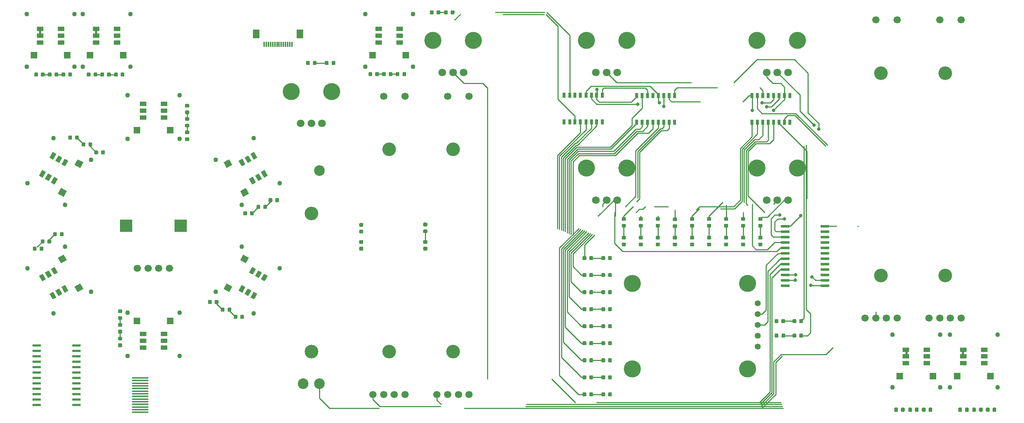
<source format=gbr>
G04 #@! TF.GenerationSoftware,KiCad,Pcbnew,(5.1.4-0-10_14)*
G04 #@! TF.CreationDate,2020-01-02T23:01:08+01:00*
G04 #@! TF.ProjectId,ProgrammerController,50726f67-7261-46d6-9d65-72436f6e7472,rev?*
G04 #@! TF.SameCoordinates,Original*
G04 #@! TF.FileFunction,Copper,L1,Top*
G04 #@! TF.FilePolarity,Positive*
%FSLAX46Y46*%
G04 Gerber Fmt 4.6, Leading zero omitted, Abs format (unit mm)*
G04 Created by KiCad (PCBNEW (5.1.4-0-10_14)) date 2020-01-02 23:01:08*
%MOMM*%
%LPD*%
G04 APERTURE LIST*
%ADD10C,4.000000*%
%ADD11C,1.800000*%
%ADD12O,4.000000X0.320000*%
%ADD13R,1.600000X2.000000*%
%ADD14R,0.300000X1.300000*%
%ADD15R,3.000000X3.000000*%
%ADD16C,1.700000*%
%ADD17C,0.100000*%
%ADD18C,0.875000*%
%ADD19C,0.550000*%
%ADD20C,1.100000*%
%ADD21C,1.000000*%
%ADD22C,1.500000*%
%ADD23R,1.500000X1.000000*%
%ADD24R,1.500000X1.500000*%
%ADD25C,2.500000*%
%ADD26C,3.200000*%
%ADD27C,0.600000*%
%ADD28R,0.800000X1.300000*%
%ADD29C,1.400000*%
%ADD30C,0.800000*%
%ADD31C,0.250000*%
%ADD32C,0.500000*%
G04 APERTURE END LIST*
D10*
X153950000Y-55500000D03*
X144450000Y-55500000D03*
D11*
X151700000Y-63000000D03*
X149200000Y-63000000D03*
X146700000Y-63000000D03*
D10*
X229950000Y-85500000D03*
X220450000Y-85500000D03*
D11*
X227700000Y-93000000D03*
X225200000Y-93000000D03*
X222700000Y-93000000D03*
D10*
X189950000Y-85500000D03*
X180450000Y-85500000D03*
D11*
X187700000Y-93000000D03*
X185200000Y-93000000D03*
X182700000Y-93000000D03*
D10*
X229950000Y-55500000D03*
X220450000Y-55500000D03*
D11*
X227700000Y-63000000D03*
X225200000Y-63000000D03*
X222700000Y-63000000D03*
D10*
X189950000Y-55500000D03*
X180450000Y-55500000D03*
D11*
X187700000Y-63000000D03*
X185200000Y-63000000D03*
X182700000Y-63000000D03*
D10*
X120750000Y-67500000D03*
X111250000Y-67500000D03*
D11*
X118500000Y-75000000D03*
X116000000Y-75000000D03*
X113500000Y-75000000D03*
D12*
X75900000Y-134740000D03*
X75900000Y-135360000D03*
X75900000Y-135980000D03*
X75900000Y-136600000D03*
X75900000Y-137220000D03*
X75900000Y-137840000D03*
X75900000Y-138460000D03*
X75900000Y-139080000D03*
X75900000Y-139700000D03*
X75900000Y-140320000D03*
X75900000Y-140940000D03*
X75900000Y-141560000D03*
X75900000Y-142180000D03*
X75900000Y-142800000D03*
D13*
X103050000Y-53970000D03*
X113350000Y-53970000D03*
D14*
X111450000Y-56450000D03*
X110950000Y-56450000D03*
X110450000Y-56450000D03*
X109950000Y-56450000D03*
X109450000Y-56450000D03*
X108950000Y-56450000D03*
X108450000Y-56450000D03*
X107950000Y-56450000D03*
X107450000Y-56450000D03*
X106950000Y-56450000D03*
X106450000Y-56450000D03*
X105950000Y-56450000D03*
X105450000Y-56450000D03*
X104950000Y-56450000D03*
D15*
X85400000Y-99000000D03*
X72600000Y-99000000D03*
D16*
X82750000Y-109000000D03*
X80250000Y-109000000D03*
X77750000Y-109000000D03*
X75250000Y-109000000D03*
D17*
G36*
X119840191Y-60326053D02*
G01*
X119861426Y-60329203D01*
X119882250Y-60334419D01*
X119902462Y-60341651D01*
X119921868Y-60350830D01*
X119940281Y-60361866D01*
X119957524Y-60374654D01*
X119973430Y-60389070D01*
X119987846Y-60404976D01*
X120000634Y-60422219D01*
X120011670Y-60440632D01*
X120020849Y-60460038D01*
X120028081Y-60480250D01*
X120033297Y-60501074D01*
X120036447Y-60522309D01*
X120037500Y-60543750D01*
X120037500Y-61056250D01*
X120036447Y-61077691D01*
X120033297Y-61098926D01*
X120028081Y-61119750D01*
X120020849Y-61139962D01*
X120011670Y-61159368D01*
X120000634Y-61177781D01*
X119987846Y-61195024D01*
X119973430Y-61210930D01*
X119957524Y-61225346D01*
X119940281Y-61238134D01*
X119921868Y-61249170D01*
X119902462Y-61258349D01*
X119882250Y-61265581D01*
X119861426Y-61270797D01*
X119840191Y-61273947D01*
X119818750Y-61275000D01*
X119381250Y-61275000D01*
X119359809Y-61273947D01*
X119338574Y-61270797D01*
X119317750Y-61265581D01*
X119297538Y-61258349D01*
X119278132Y-61249170D01*
X119259719Y-61238134D01*
X119242476Y-61225346D01*
X119226570Y-61210930D01*
X119212154Y-61195024D01*
X119199366Y-61177781D01*
X119188330Y-61159368D01*
X119179151Y-61139962D01*
X119171919Y-61119750D01*
X119166703Y-61098926D01*
X119163553Y-61077691D01*
X119162500Y-61056250D01*
X119162500Y-60543750D01*
X119163553Y-60522309D01*
X119166703Y-60501074D01*
X119171919Y-60480250D01*
X119179151Y-60460038D01*
X119188330Y-60440632D01*
X119199366Y-60422219D01*
X119212154Y-60404976D01*
X119226570Y-60389070D01*
X119242476Y-60374654D01*
X119259719Y-60361866D01*
X119278132Y-60350830D01*
X119297538Y-60341651D01*
X119317750Y-60334419D01*
X119338574Y-60329203D01*
X119359809Y-60326053D01*
X119381250Y-60325000D01*
X119818750Y-60325000D01*
X119840191Y-60326053D01*
X119840191Y-60326053D01*
G37*
D18*
X119600000Y-60800000D03*
D17*
G36*
X121415191Y-60326053D02*
G01*
X121436426Y-60329203D01*
X121457250Y-60334419D01*
X121477462Y-60341651D01*
X121496868Y-60350830D01*
X121515281Y-60361866D01*
X121532524Y-60374654D01*
X121548430Y-60389070D01*
X121562846Y-60404976D01*
X121575634Y-60422219D01*
X121586670Y-60440632D01*
X121595849Y-60460038D01*
X121603081Y-60480250D01*
X121608297Y-60501074D01*
X121611447Y-60522309D01*
X121612500Y-60543750D01*
X121612500Y-61056250D01*
X121611447Y-61077691D01*
X121608297Y-61098926D01*
X121603081Y-61119750D01*
X121595849Y-61139962D01*
X121586670Y-61159368D01*
X121575634Y-61177781D01*
X121562846Y-61195024D01*
X121548430Y-61210930D01*
X121532524Y-61225346D01*
X121515281Y-61238134D01*
X121496868Y-61249170D01*
X121477462Y-61258349D01*
X121457250Y-61265581D01*
X121436426Y-61270797D01*
X121415191Y-61273947D01*
X121393750Y-61275000D01*
X120956250Y-61275000D01*
X120934809Y-61273947D01*
X120913574Y-61270797D01*
X120892750Y-61265581D01*
X120872538Y-61258349D01*
X120853132Y-61249170D01*
X120834719Y-61238134D01*
X120817476Y-61225346D01*
X120801570Y-61210930D01*
X120787154Y-61195024D01*
X120774366Y-61177781D01*
X120763330Y-61159368D01*
X120754151Y-61139962D01*
X120746919Y-61119750D01*
X120741703Y-61098926D01*
X120738553Y-61077691D01*
X120737500Y-61056250D01*
X120737500Y-60543750D01*
X120738553Y-60522309D01*
X120741703Y-60501074D01*
X120746919Y-60480250D01*
X120754151Y-60460038D01*
X120763330Y-60440632D01*
X120774366Y-60422219D01*
X120787154Y-60404976D01*
X120801570Y-60389070D01*
X120817476Y-60374654D01*
X120834719Y-60361866D01*
X120853132Y-60350830D01*
X120872538Y-60341651D01*
X120892750Y-60334419D01*
X120913574Y-60329203D01*
X120934809Y-60326053D01*
X120956250Y-60325000D01*
X121393750Y-60325000D01*
X121415191Y-60326053D01*
X121415191Y-60326053D01*
G37*
D18*
X121175000Y-60800000D03*
D17*
G36*
X117027691Y-60326053D02*
G01*
X117048926Y-60329203D01*
X117069750Y-60334419D01*
X117089962Y-60341651D01*
X117109368Y-60350830D01*
X117127781Y-60361866D01*
X117145024Y-60374654D01*
X117160930Y-60389070D01*
X117175346Y-60404976D01*
X117188134Y-60422219D01*
X117199170Y-60440632D01*
X117208349Y-60460038D01*
X117215581Y-60480250D01*
X117220797Y-60501074D01*
X117223947Y-60522309D01*
X117225000Y-60543750D01*
X117225000Y-61056250D01*
X117223947Y-61077691D01*
X117220797Y-61098926D01*
X117215581Y-61119750D01*
X117208349Y-61139962D01*
X117199170Y-61159368D01*
X117188134Y-61177781D01*
X117175346Y-61195024D01*
X117160930Y-61210930D01*
X117145024Y-61225346D01*
X117127781Y-61238134D01*
X117109368Y-61249170D01*
X117089962Y-61258349D01*
X117069750Y-61265581D01*
X117048926Y-61270797D01*
X117027691Y-61273947D01*
X117006250Y-61275000D01*
X116568750Y-61275000D01*
X116547309Y-61273947D01*
X116526074Y-61270797D01*
X116505250Y-61265581D01*
X116485038Y-61258349D01*
X116465632Y-61249170D01*
X116447219Y-61238134D01*
X116429976Y-61225346D01*
X116414070Y-61210930D01*
X116399654Y-61195024D01*
X116386866Y-61177781D01*
X116375830Y-61159368D01*
X116366651Y-61139962D01*
X116359419Y-61119750D01*
X116354203Y-61098926D01*
X116351053Y-61077691D01*
X116350000Y-61056250D01*
X116350000Y-60543750D01*
X116351053Y-60522309D01*
X116354203Y-60501074D01*
X116359419Y-60480250D01*
X116366651Y-60460038D01*
X116375830Y-60440632D01*
X116386866Y-60422219D01*
X116399654Y-60404976D01*
X116414070Y-60389070D01*
X116429976Y-60374654D01*
X116447219Y-60361866D01*
X116465632Y-60350830D01*
X116485038Y-60341651D01*
X116505250Y-60334419D01*
X116526074Y-60329203D01*
X116547309Y-60326053D01*
X116568750Y-60325000D01*
X117006250Y-60325000D01*
X117027691Y-60326053D01*
X117027691Y-60326053D01*
G37*
D18*
X116787500Y-60800000D03*
D17*
G36*
X115452691Y-60326053D02*
G01*
X115473926Y-60329203D01*
X115494750Y-60334419D01*
X115514962Y-60341651D01*
X115534368Y-60350830D01*
X115552781Y-60361866D01*
X115570024Y-60374654D01*
X115585930Y-60389070D01*
X115600346Y-60404976D01*
X115613134Y-60422219D01*
X115624170Y-60440632D01*
X115633349Y-60460038D01*
X115640581Y-60480250D01*
X115645797Y-60501074D01*
X115648947Y-60522309D01*
X115650000Y-60543750D01*
X115650000Y-61056250D01*
X115648947Y-61077691D01*
X115645797Y-61098926D01*
X115640581Y-61119750D01*
X115633349Y-61139962D01*
X115624170Y-61159368D01*
X115613134Y-61177781D01*
X115600346Y-61195024D01*
X115585930Y-61210930D01*
X115570024Y-61225346D01*
X115552781Y-61238134D01*
X115534368Y-61249170D01*
X115514962Y-61258349D01*
X115494750Y-61265581D01*
X115473926Y-61270797D01*
X115452691Y-61273947D01*
X115431250Y-61275000D01*
X114993750Y-61275000D01*
X114972309Y-61273947D01*
X114951074Y-61270797D01*
X114930250Y-61265581D01*
X114910038Y-61258349D01*
X114890632Y-61249170D01*
X114872219Y-61238134D01*
X114854976Y-61225346D01*
X114839070Y-61210930D01*
X114824654Y-61195024D01*
X114811866Y-61177781D01*
X114800830Y-61159368D01*
X114791651Y-61139962D01*
X114784419Y-61119750D01*
X114779203Y-61098926D01*
X114776053Y-61077691D01*
X114775000Y-61056250D01*
X114775000Y-60543750D01*
X114776053Y-60522309D01*
X114779203Y-60501074D01*
X114784419Y-60480250D01*
X114791651Y-60460038D01*
X114800830Y-60440632D01*
X114811866Y-60422219D01*
X114824654Y-60404976D01*
X114839070Y-60389070D01*
X114854976Y-60374654D01*
X114872219Y-60361866D01*
X114890632Y-60350830D01*
X114910038Y-60341651D01*
X114930250Y-60334419D01*
X114951074Y-60329203D01*
X114972309Y-60326053D01*
X114993750Y-60325000D01*
X115431250Y-60325000D01*
X115452691Y-60326053D01*
X115452691Y-60326053D01*
G37*
D18*
X115212500Y-60800000D03*
D17*
G36*
X231015191Y-120926053D02*
G01*
X231036426Y-120929203D01*
X231057250Y-120934419D01*
X231077462Y-120941651D01*
X231096868Y-120950830D01*
X231115281Y-120961866D01*
X231132524Y-120974654D01*
X231148430Y-120989070D01*
X231162846Y-121004976D01*
X231175634Y-121022219D01*
X231186670Y-121040632D01*
X231195849Y-121060038D01*
X231203081Y-121080250D01*
X231208297Y-121101074D01*
X231211447Y-121122309D01*
X231212500Y-121143750D01*
X231212500Y-121656250D01*
X231211447Y-121677691D01*
X231208297Y-121698926D01*
X231203081Y-121719750D01*
X231195849Y-121739962D01*
X231186670Y-121759368D01*
X231175634Y-121777781D01*
X231162846Y-121795024D01*
X231148430Y-121810930D01*
X231132524Y-121825346D01*
X231115281Y-121838134D01*
X231096868Y-121849170D01*
X231077462Y-121858349D01*
X231057250Y-121865581D01*
X231036426Y-121870797D01*
X231015191Y-121873947D01*
X230993750Y-121875000D01*
X230556250Y-121875000D01*
X230534809Y-121873947D01*
X230513574Y-121870797D01*
X230492750Y-121865581D01*
X230472538Y-121858349D01*
X230453132Y-121849170D01*
X230434719Y-121838134D01*
X230417476Y-121825346D01*
X230401570Y-121810930D01*
X230387154Y-121795024D01*
X230374366Y-121777781D01*
X230363330Y-121759368D01*
X230354151Y-121739962D01*
X230346919Y-121719750D01*
X230341703Y-121698926D01*
X230338553Y-121677691D01*
X230337500Y-121656250D01*
X230337500Y-121143750D01*
X230338553Y-121122309D01*
X230341703Y-121101074D01*
X230346919Y-121080250D01*
X230354151Y-121060038D01*
X230363330Y-121040632D01*
X230374366Y-121022219D01*
X230387154Y-121004976D01*
X230401570Y-120989070D01*
X230417476Y-120974654D01*
X230434719Y-120961866D01*
X230453132Y-120950830D01*
X230472538Y-120941651D01*
X230492750Y-120934419D01*
X230513574Y-120929203D01*
X230534809Y-120926053D01*
X230556250Y-120925000D01*
X230993750Y-120925000D01*
X231015191Y-120926053D01*
X231015191Y-120926053D01*
G37*
D18*
X230775000Y-121400000D03*
D17*
G36*
X229440191Y-120926053D02*
G01*
X229461426Y-120929203D01*
X229482250Y-120934419D01*
X229502462Y-120941651D01*
X229521868Y-120950830D01*
X229540281Y-120961866D01*
X229557524Y-120974654D01*
X229573430Y-120989070D01*
X229587846Y-121004976D01*
X229600634Y-121022219D01*
X229611670Y-121040632D01*
X229620849Y-121060038D01*
X229628081Y-121080250D01*
X229633297Y-121101074D01*
X229636447Y-121122309D01*
X229637500Y-121143750D01*
X229637500Y-121656250D01*
X229636447Y-121677691D01*
X229633297Y-121698926D01*
X229628081Y-121719750D01*
X229620849Y-121739962D01*
X229611670Y-121759368D01*
X229600634Y-121777781D01*
X229587846Y-121795024D01*
X229573430Y-121810930D01*
X229557524Y-121825346D01*
X229540281Y-121838134D01*
X229521868Y-121849170D01*
X229502462Y-121858349D01*
X229482250Y-121865581D01*
X229461426Y-121870797D01*
X229440191Y-121873947D01*
X229418750Y-121875000D01*
X228981250Y-121875000D01*
X228959809Y-121873947D01*
X228938574Y-121870797D01*
X228917750Y-121865581D01*
X228897538Y-121858349D01*
X228878132Y-121849170D01*
X228859719Y-121838134D01*
X228842476Y-121825346D01*
X228826570Y-121810930D01*
X228812154Y-121795024D01*
X228799366Y-121777781D01*
X228788330Y-121759368D01*
X228779151Y-121739962D01*
X228771919Y-121719750D01*
X228766703Y-121698926D01*
X228763553Y-121677691D01*
X228762500Y-121656250D01*
X228762500Y-121143750D01*
X228763553Y-121122309D01*
X228766703Y-121101074D01*
X228771919Y-121080250D01*
X228779151Y-121060038D01*
X228788330Y-121040632D01*
X228799366Y-121022219D01*
X228812154Y-121004976D01*
X228826570Y-120989070D01*
X228842476Y-120974654D01*
X228859719Y-120961866D01*
X228878132Y-120950830D01*
X228897538Y-120941651D01*
X228917750Y-120934419D01*
X228938574Y-120929203D01*
X228959809Y-120926053D01*
X228981250Y-120925000D01*
X229418750Y-120925000D01*
X229440191Y-120926053D01*
X229440191Y-120926053D01*
G37*
D18*
X229200000Y-121400000D03*
D17*
G36*
X62865191Y-79426053D02*
G01*
X62886426Y-79429203D01*
X62907250Y-79434419D01*
X62927462Y-79441651D01*
X62946868Y-79450830D01*
X62965281Y-79461866D01*
X62982524Y-79474654D01*
X62998430Y-79489070D01*
X63012846Y-79504976D01*
X63025634Y-79522219D01*
X63036670Y-79540632D01*
X63045849Y-79560038D01*
X63053081Y-79580250D01*
X63058297Y-79601074D01*
X63061447Y-79622309D01*
X63062500Y-79643750D01*
X63062500Y-80156250D01*
X63061447Y-80177691D01*
X63058297Y-80198926D01*
X63053081Y-80219750D01*
X63045849Y-80239962D01*
X63036670Y-80259368D01*
X63025634Y-80277781D01*
X63012846Y-80295024D01*
X62998430Y-80310930D01*
X62982524Y-80325346D01*
X62965281Y-80338134D01*
X62946868Y-80349170D01*
X62927462Y-80358349D01*
X62907250Y-80365581D01*
X62886426Y-80370797D01*
X62865191Y-80373947D01*
X62843750Y-80375000D01*
X62406250Y-80375000D01*
X62384809Y-80373947D01*
X62363574Y-80370797D01*
X62342750Y-80365581D01*
X62322538Y-80358349D01*
X62303132Y-80349170D01*
X62284719Y-80338134D01*
X62267476Y-80325346D01*
X62251570Y-80310930D01*
X62237154Y-80295024D01*
X62224366Y-80277781D01*
X62213330Y-80259368D01*
X62204151Y-80239962D01*
X62196919Y-80219750D01*
X62191703Y-80198926D01*
X62188553Y-80177691D01*
X62187500Y-80156250D01*
X62187500Y-79643750D01*
X62188553Y-79622309D01*
X62191703Y-79601074D01*
X62196919Y-79580250D01*
X62204151Y-79560038D01*
X62213330Y-79540632D01*
X62224366Y-79522219D01*
X62237154Y-79504976D01*
X62251570Y-79489070D01*
X62267476Y-79474654D01*
X62284719Y-79461866D01*
X62303132Y-79450830D01*
X62322538Y-79441651D01*
X62342750Y-79434419D01*
X62363574Y-79429203D01*
X62384809Y-79426053D01*
X62406250Y-79425000D01*
X62843750Y-79425000D01*
X62865191Y-79426053D01*
X62865191Y-79426053D01*
G37*
D18*
X62625000Y-79900000D03*
D17*
G36*
X64440191Y-79426053D02*
G01*
X64461426Y-79429203D01*
X64482250Y-79434419D01*
X64502462Y-79441651D01*
X64521868Y-79450830D01*
X64540281Y-79461866D01*
X64557524Y-79474654D01*
X64573430Y-79489070D01*
X64587846Y-79504976D01*
X64600634Y-79522219D01*
X64611670Y-79540632D01*
X64620849Y-79560038D01*
X64628081Y-79580250D01*
X64633297Y-79601074D01*
X64636447Y-79622309D01*
X64637500Y-79643750D01*
X64637500Y-80156250D01*
X64636447Y-80177691D01*
X64633297Y-80198926D01*
X64628081Y-80219750D01*
X64620849Y-80239962D01*
X64611670Y-80259368D01*
X64600634Y-80277781D01*
X64587846Y-80295024D01*
X64573430Y-80310930D01*
X64557524Y-80325346D01*
X64540281Y-80338134D01*
X64521868Y-80349170D01*
X64502462Y-80358349D01*
X64482250Y-80365581D01*
X64461426Y-80370797D01*
X64440191Y-80373947D01*
X64418750Y-80375000D01*
X63981250Y-80375000D01*
X63959809Y-80373947D01*
X63938574Y-80370797D01*
X63917750Y-80365581D01*
X63897538Y-80358349D01*
X63878132Y-80349170D01*
X63859719Y-80338134D01*
X63842476Y-80325346D01*
X63826570Y-80310930D01*
X63812154Y-80295024D01*
X63799366Y-80277781D01*
X63788330Y-80259368D01*
X63779151Y-80239962D01*
X63771919Y-80219750D01*
X63766703Y-80198926D01*
X63763553Y-80177691D01*
X63762500Y-80156250D01*
X63762500Y-79643750D01*
X63763553Y-79622309D01*
X63766703Y-79601074D01*
X63771919Y-79580250D01*
X63779151Y-79560038D01*
X63788330Y-79540632D01*
X63799366Y-79522219D01*
X63812154Y-79504976D01*
X63826570Y-79489070D01*
X63842476Y-79474654D01*
X63859719Y-79461866D01*
X63878132Y-79450830D01*
X63897538Y-79441651D01*
X63917750Y-79434419D01*
X63938574Y-79429203D01*
X63959809Y-79426053D01*
X63981250Y-79425000D01*
X64418750Y-79425000D01*
X64440191Y-79426053D01*
X64440191Y-79426053D01*
G37*
D18*
X64200000Y-79900000D03*
D17*
G36*
X95465191Y-118226053D02*
G01*
X95486426Y-118229203D01*
X95507250Y-118234419D01*
X95527462Y-118241651D01*
X95546868Y-118250830D01*
X95565281Y-118261866D01*
X95582524Y-118274654D01*
X95598430Y-118289070D01*
X95612846Y-118304976D01*
X95625634Y-118322219D01*
X95636670Y-118340632D01*
X95645849Y-118360038D01*
X95653081Y-118380250D01*
X95658297Y-118401074D01*
X95661447Y-118422309D01*
X95662500Y-118443750D01*
X95662500Y-118956250D01*
X95661447Y-118977691D01*
X95658297Y-118998926D01*
X95653081Y-119019750D01*
X95645849Y-119039962D01*
X95636670Y-119059368D01*
X95625634Y-119077781D01*
X95612846Y-119095024D01*
X95598430Y-119110930D01*
X95582524Y-119125346D01*
X95565281Y-119138134D01*
X95546868Y-119149170D01*
X95527462Y-119158349D01*
X95507250Y-119165581D01*
X95486426Y-119170797D01*
X95465191Y-119173947D01*
X95443750Y-119175000D01*
X95006250Y-119175000D01*
X94984809Y-119173947D01*
X94963574Y-119170797D01*
X94942750Y-119165581D01*
X94922538Y-119158349D01*
X94903132Y-119149170D01*
X94884719Y-119138134D01*
X94867476Y-119125346D01*
X94851570Y-119110930D01*
X94837154Y-119095024D01*
X94824366Y-119077781D01*
X94813330Y-119059368D01*
X94804151Y-119039962D01*
X94796919Y-119019750D01*
X94791703Y-118998926D01*
X94788553Y-118977691D01*
X94787500Y-118956250D01*
X94787500Y-118443750D01*
X94788553Y-118422309D01*
X94791703Y-118401074D01*
X94796919Y-118380250D01*
X94804151Y-118360038D01*
X94813330Y-118340632D01*
X94824366Y-118322219D01*
X94837154Y-118304976D01*
X94851570Y-118289070D01*
X94867476Y-118274654D01*
X94884719Y-118261866D01*
X94903132Y-118250830D01*
X94922538Y-118241651D01*
X94942750Y-118234419D01*
X94963574Y-118229203D01*
X94984809Y-118226053D01*
X95006250Y-118225000D01*
X95443750Y-118225000D01*
X95465191Y-118226053D01*
X95465191Y-118226053D01*
G37*
D18*
X95225000Y-118700000D03*
D17*
G36*
X97040191Y-118226053D02*
G01*
X97061426Y-118229203D01*
X97082250Y-118234419D01*
X97102462Y-118241651D01*
X97121868Y-118250830D01*
X97140281Y-118261866D01*
X97157524Y-118274654D01*
X97173430Y-118289070D01*
X97187846Y-118304976D01*
X97200634Y-118322219D01*
X97211670Y-118340632D01*
X97220849Y-118360038D01*
X97228081Y-118380250D01*
X97233297Y-118401074D01*
X97236447Y-118422309D01*
X97237500Y-118443750D01*
X97237500Y-118956250D01*
X97236447Y-118977691D01*
X97233297Y-118998926D01*
X97228081Y-119019750D01*
X97220849Y-119039962D01*
X97211670Y-119059368D01*
X97200634Y-119077781D01*
X97187846Y-119095024D01*
X97173430Y-119110930D01*
X97157524Y-119125346D01*
X97140281Y-119138134D01*
X97121868Y-119149170D01*
X97102462Y-119158349D01*
X97082250Y-119165581D01*
X97061426Y-119170797D01*
X97040191Y-119173947D01*
X97018750Y-119175000D01*
X96581250Y-119175000D01*
X96559809Y-119173947D01*
X96538574Y-119170797D01*
X96517750Y-119165581D01*
X96497538Y-119158349D01*
X96478132Y-119149170D01*
X96459719Y-119138134D01*
X96442476Y-119125346D01*
X96426570Y-119110930D01*
X96412154Y-119095024D01*
X96399366Y-119077781D01*
X96388330Y-119059368D01*
X96379151Y-119039962D01*
X96371919Y-119019750D01*
X96366703Y-118998926D01*
X96363553Y-118977691D01*
X96362500Y-118956250D01*
X96362500Y-118443750D01*
X96363553Y-118422309D01*
X96366703Y-118401074D01*
X96371919Y-118380250D01*
X96379151Y-118360038D01*
X96388330Y-118340632D01*
X96399366Y-118322219D01*
X96412154Y-118304976D01*
X96426570Y-118289070D01*
X96442476Y-118274654D01*
X96459719Y-118261866D01*
X96478132Y-118250830D01*
X96497538Y-118241651D01*
X96517750Y-118234419D01*
X96538574Y-118229203D01*
X96559809Y-118226053D01*
X96581250Y-118225000D01*
X97018750Y-118225000D01*
X97040191Y-118226053D01*
X97040191Y-118226053D01*
G37*
D18*
X96800000Y-118700000D03*
D17*
G36*
X59740191Y-77826053D02*
G01*
X59761426Y-77829203D01*
X59782250Y-77834419D01*
X59802462Y-77841651D01*
X59821868Y-77850830D01*
X59840281Y-77861866D01*
X59857524Y-77874654D01*
X59873430Y-77889070D01*
X59887846Y-77904976D01*
X59900634Y-77922219D01*
X59911670Y-77940632D01*
X59920849Y-77960038D01*
X59928081Y-77980250D01*
X59933297Y-78001074D01*
X59936447Y-78022309D01*
X59937500Y-78043750D01*
X59937500Y-78556250D01*
X59936447Y-78577691D01*
X59933297Y-78598926D01*
X59928081Y-78619750D01*
X59920849Y-78639962D01*
X59911670Y-78659368D01*
X59900634Y-78677781D01*
X59887846Y-78695024D01*
X59873430Y-78710930D01*
X59857524Y-78725346D01*
X59840281Y-78738134D01*
X59821868Y-78749170D01*
X59802462Y-78758349D01*
X59782250Y-78765581D01*
X59761426Y-78770797D01*
X59740191Y-78773947D01*
X59718750Y-78775000D01*
X59281250Y-78775000D01*
X59259809Y-78773947D01*
X59238574Y-78770797D01*
X59217750Y-78765581D01*
X59197538Y-78758349D01*
X59178132Y-78749170D01*
X59159719Y-78738134D01*
X59142476Y-78725346D01*
X59126570Y-78710930D01*
X59112154Y-78695024D01*
X59099366Y-78677781D01*
X59088330Y-78659368D01*
X59079151Y-78639962D01*
X59071919Y-78619750D01*
X59066703Y-78598926D01*
X59063553Y-78577691D01*
X59062500Y-78556250D01*
X59062500Y-78043750D01*
X59063553Y-78022309D01*
X59066703Y-78001074D01*
X59071919Y-77980250D01*
X59079151Y-77960038D01*
X59088330Y-77940632D01*
X59099366Y-77922219D01*
X59112154Y-77904976D01*
X59126570Y-77889070D01*
X59142476Y-77874654D01*
X59159719Y-77861866D01*
X59178132Y-77850830D01*
X59197538Y-77841651D01*
X59217750Y-77834419D01*
X59238574Y-77829203D01*
X59259809Y-77826053D01*
X59281250Y-77825000D01*
X59718750Y-77825000D01*
X59740191Y-77826053D01*
X59740191Y-77826053D01*
G37*
D18*
X59500000Y-78300000D03*
D17*
G36*
X61315191Y-77826053D02*
G01*
X61336426Y-77829203D01*
X61357250Y-77834419D01*
X61377462Y-77841651D01*
X61396868Y-77850830D01*
X61415281Y-77861866D01*
X61432524Y-77874654D01*
X61448430Y-77889070D01*
X61462846Y-77904976D01*
X61475634Y-77922219D01*
X61486670Y-77940632D01*
X61495849Y-77960038D01*
X61503081Y-77980250D01*
X61508297Y-78001074D01*
X61511447Y-78022309D01*
X61512500Y-78043750D01*
X61512500Y-78556250D01*
X61511447Y-78577691D01*
X61508297Y-78598926D01*
X61503081Y-78619750D01*
X61495849Y-78639962D01*
X61486670Y-78659368D01*
X61475634Y-78677781D01*
X61462846Y-78695024D01*
X61448430Y-78710930D01*
X61432524Y-78725346D01*
X61415281Y-78738134D01*
X61396868Y-78749170D01*
X61377462Y-78758349D01*
X61357250Y-78765581D01*
X61336426Y-78770797D01*
X61315191Y-78773947D01*
X61293750Y-78775000D01*
X60856250Y-78775000D01*
X60834809Y-78773947D01*
X60813574Y-78770797D01*
X60792750Y-78765581D01*
X60772538Y-78758349D01*
X60753132Y-78749170D01*
X60734719Y-78738134D01*
X60717476Y-78725346D01*
X60701570Y-78710930D01*
X60687154Y-78695024D01*
X60674366Y-78677781D01*
X60663330Y-78659368D01*
X60654151Y-78639962D01*
X60646919Y-78619750D01*
X60641703Y-78598926D01*
X60638553Y-78577691D01*
X60637500Y-78556250D01*
X60637500Y-78043750D01*
X60638553Y-78022309D01*
X60641703Y-78001074D01*
X60646919Y-77980250D01*
X60654151Y-77960038D01*
X60663330Y-77940632D01*
X60674366Y-77922219D01*
X60687154Y-77904976D01*
X60701570Y-77889070D01*
X60717476Y-77874654D01*
X60734719Y-77861866D01*
X60753132Y-77850830D01*
X60772538Y-77841651D01*
X60792750Y-77834419D01*
X60813574Y-77829203D01*
X60834809Y-77826053D01*
X60856250Y-77825000D01*
X61293750Y-77825000D01*
X61315191Y-77826053D01*
X61315191Y-77826053D01*
G37*
D18*
X61075000Y-78300000D03*
D17*
G36*
X92465191Y-116426053D02*
G01*
X92486426Y-116429203D01*
X92507250Y-116434419D01*
X92527462Y-116441651D01*
X92546868Y-116450830D01*
X92565281Y-116461866D01*
X92582524Y-116474654D01*
X92598430Y-116489070D01*
X92612846Y-116504976D01*
X92625634Y-116522219D01*
X92636670Y-116540632D01*
X92645849Y-116560038D01*
X92653081Y-116580250D01*
X92658297Y-116601074D01*
X92661447Y-116622309D01*
X92662500Y-116643750D01*
X92662500Y-117156250D01*
X92661447Y-117177691D01*
X92658297Y-117198926D01*
X92653081Y-117219750D01*
X92645849Y-117239962D01*
X92636670Y-117259368D01*
X92625634Y-117277781D01*
X92612846Y-117295024D01*
X92598430Y-117310930D01*
X92582524Y-117325346D01*
X92565281Y-117338134D01*
X92546868Y-117349170D01*
X92527462Y-117358349D01*
X92507250Y-117365581D01*
X92486426Y-117370797D01*
X92465191Y-117373947D01*
X92443750Y-117375000D01*
X92006250Y-117375000D01*
X91984809Y-117373947D01*
X91963574Y-117370797D01*
X91942750Y-117365581D01*
X91922538Y-117358349D01*
X91903132Y-117349170D01*
X91884719Y-117338134D01*
X91867476Y-117325346D01*
X91851570Y-117310930D01*
X91837154Y-117295024D01*
X91824366Y-117277781D01*
X91813330Y-117259368D01*
X91804151Y-117239962D01*
X91796919Y-117219750D01*
X91791703Y-117198926D01*
X91788553Y-117177691D01*
X91787500Y-117156250D01*
X91787500Y-116643750D01*
X91788553Y-116622309D01*
X91791703Y-116601074D01*
X91796919Y-116580250D01*
X91804151Y-116560038D01*
X91813330Y-116540632D01*
X91824366Y-116522219D01*
X91837154Y-116504976D01*
X91851570Y-116489070D01*
X91867476Y-116474654D01*
X91884719Y-116461866D01*
X91903132Y-116450830D01*
X91922538Y-116441651D01*
X91942750Y-116434419D01*
X91963574Y-116429203D01*
X91984809Y-116426053D01*
X92006250Y-116425000D01*
X92443750Y-116425000D01*
X92465191Y-116426053D01*
X92465191Y-116426053D01*
G37*
D18*
X92225000Y-116900000D03*
D17*
G36*
X94040191Y-116426053D02*
G01*
X94061426Y-116429203D01*
X94082250Y-116434419D01*
X94102462Y-116441651D01*
X94121868Y-116450830D01*
X94140281Y-116461866D01*
X94157524Y-116474654D01*
X94173430Y-116489070D01*
X94187846Y-116504976D01*
X94200634Y-116522219D01*
X94211670Y-116540632D01*
X94220849Y-116560038D01*
X94228081Y-116580250D01*
X94233297Y-116601074D01*
X94236447Y-116622309D01*
X94237500Y-116643750D01*
X94237500Y-117156250D01*
X94236447Y-117177691D01*
X94233297Y-117198926D01*
X94228081Y-117219750D01*
X94220849Y-117239962D01*
X94211670Y-117259368D01*
X94200634Y-117277781D01*
X94187846Y-117295024D01*
X94173430Y-117310930D01*
X94157524Y-117325346D01*
X94140281Y-117338134D01*
X94121868Y-117349170D01*
X94102462Y-117358349D01*
X94082250Y-117365581D01*
X94061426Y-117370797D01*
X94040191Y-117373947D01*
X94018750Y-117375000D01*
X93581250Y-117375000D01*
X93559809Y-117373947D01*
X93538574Y-117370797D01*
X93517750Y-117365581D01*
X93497538Y-117358349D01*
X93478132Y-117349170D01*
X93459719Y-117338134D01*
X93442476Y-117325346D01*
X93426570Y-117310930D01*
X93412154Y-117295024D01*
X93399366Y-117277781D01*
X93388330Y-117259368D01*
X93379151Y-117239962D01*
X93371919Y-117219750D01*
X93366703Y-117198926D01*
X93363553Y-117177691D01*
X93362500Y-117156250D01*
X93362500Y-116643750D01*
X93363553Y-116622309D01*
X93366703Y-116601074D01*
X93371919Y-116580250D01*
X93379151Y-116560038D01*
X93388330Y-116540632D01*
X93399366Y-116522219D01*
X93412154Y-116504976D01*
X93426570Y-116489070D01*
X93442476Y-116474654D01*
X93459719Y-116461866D01*
X93478132Y-116450830D01*
X93497538Y-116441651D01*
X93517750Y-116434419D01*
X93538574Y-116429203D01*
X93559809Y-116426053D01*
X93581250Y-116425000D01*
X94018750Y-116425000D01*
X94040191Y-116426053D01*
X94040191Y-116426053D01*
G37*
D18*
X93800000Y-116900000D03*
D17*
G36*
X54840191Y-102226053D02*
G01*
X54861426Y-102229203D01*
X54882250Y-102234419D01*
X54902462Y-102241651D01*
X54921868Y-102250830D01*
X54940281Y-102261866D01*
X54957524Y-102274654D01*
X54973430Y-102289070D01*
X54987846Y-102304976D01*
X55000634Y-102322219D01*
X55011670Y-102340632D01*
X55020849Y-102360038D01*
X55028081Y-102380250D01*
X55033297Y-102401074D01*
X55036447Y-102422309D01*
X55037500Y-102443750D01*
X55037500Y-102956250D01*
X55036447Y-102977691D01*
X55033297Y-102998926D01*
X55028081Y-103019750D01*
X55020849Y-103039962D01*
X55011670Y-103059368D01*
X55000634Y-103077781D01*
X54987846Y-103095024D01*
X54973430Y-103110930D01*
X54957524Y-103125346D01*
X54940281Y-103138134D01*
X54921868Y-103149170D01*
X54902462Y-103158349D01*
X54882250Y-103165581D01*
X54861426Y-103170797D01*
X54840191Y-103173947D01*
X54818750Y-103175000D01*
X54381250Y-103175000D01*
X54359809Y-103173947D01*
X54338574Y-103170797D01*
X54317750Y-103165581D01*
X54297538Y-103158349D01*
X54278132Y-103149170D01*
X54259719Y-103138134D01*
X54242476Y-103125346D01*
X54226570Y-103110930D01*
X54212154Y-103095024D01*
X54199366Y-103077781D01*
X54188330Y-103059368D01*
X54179151Y-103039962D01*
X54171919Y-103019750D01*
X54166703Y-102998926D01*
X54163553Y-102977691D01*
X54162500Y-102956250D01*
X54162500Y-102443750D01*
X54163553Y-102422309D01*
X54166703Y-102401074D01*
X54171919Y-102380250D01*
X54179151Y-102360038D01*
X54188330Y-102340632D01*
X54199366Y-102322219D01*
X54212154Y-102304976D01*
X54226570Y-102289070D01*
X54242476Y-102274654D01*
X54259719Y-102261866D01*
X54278132Y-102250830D01*
X54297538Y-102241651D01*
X54317750Y-102234419D01*
X54338574Y-102229203D01*
X54359809Y-102226053D01*
X54381250Y-102225000D01*
X54818750Y-102225000D01*
X54840191Y-102226053D01*
X54840191Y-102226053D01*
G37*
D18*
X54600000Y-102700000D03*
D17*
G36*
X53265191Y-102226053D02*
G01*
X53286426Y-102229203D01*
X53307250Y-102234419D01*
X53327462Y-102241651D01*
X53346868Y-102250830D01*
X53365281Y-102261866D01*
X53382524Y-102274654D01*
X53398430Y-102289070D01*
X53412846Y-102304976D01*
X53425634Y-102322219D01*
X53436670Y-102340632D01*
X53445849Y-102360038D01*
X53453081Y-102380250D01*
X53458297Y-102401074D01*
X53461447Y-102422309D01*
X53462500Y-102443750D01*
X53462500Y-102956250D01*
X53461447Y-102977691D01*
X53458297Y-102998926D01*
X53453081Y-103019750D01*
X53445849Y-103039962D01*
X53436670Y-103059368D01*
X53425634Y-103077781D01*
X53412846Y-103095024D01*
X53398430Y-103110930D01*
X53382524Y-103125346D01*
X53365281Y-103138134D01*
X53346868Y-103149170D01*
X53327462Y-103158349D01*
X53307250Y-103165581D01*
X53286426Y-103170797D01*
X53265191Y-103173947D01*
X53243750Y-103175000D01*
X52806250Y-103175000D01*
X52784809Y-103173947D01*
X52763574Y-103170797D01*
X52742750Y-103165581D01*
X52722538Y-103158349D01*
X52703132Y-103149170D01*
X52684719Y-103138134D01*
X52667476Y-103125346D01*
X52651570Y-103110930D01*
X52637154Y-103095024D01*
X52624366Y-103077781D01*
X52613330Y-103059368D01*
X52604151Y-103039962D01*
X52596919Y-103019750D01*
X52591703Y-102998926D01*
X52588553Y-102977691D01*
X52587500Y-102956250D01*
X52587500Y-102443750D01*
X52588553Y-102422309D01*
X52591703Y-102401074D01*
X52596919Y-102380250D01*
X52604151Y-102360038D01*
X52613330Y-102340632D01*
X52624366Y-102322219D01*
X52637154Y-102304976D01*
X52651570Y-102289070D01*
X52667476Y-102274654D01*
X52684719Y-102261866D01*
X52703132Y-102250830D01*
X52722538Y-102241651D01*
X52742750Y-102234419D01*
X52763574Y-102229203D01*
X52784809Y-102226053D01*
X52806250Y-102225000D01*
X53243750Y-102225000D01*
X53265191Y-102226053D01*
X53265191Y-102226053D01*
G37*
D18*
X53025000Y-102700000D03*
D17*
G36*
X103840191Y-94126053D02*
G01*
X103861426Y-94129203D01*
X103882250Y-94134419D01*
X103902462Y-94141651D01*
X103921868Y-94150830D01*
X103940281Y-94161866D01*
X103957524Y-94174654D01*
X103973430Y-94189070D01*
X103987846Y-94204976D01*
X104000634Y-94222219D01*
X104011670Y-94240632D01*
X104020849Y-94260038D01*
X104028081Y-94280250D01*
X104033297Y-94301074D01*
X104036447Y-94322309D01*
X104037500Y-94343750D01*
X104037500Y-94856250D01*
X104036447Y-94877691D01*
X104033297Y-94898926D01*
X104028081Y-94919750D01*
X104020849Y-94939962D01*
X104011670Y-94959368D01*
X104000634Y-94977781D01*
X103987846Y-94995024D01*
X103973430Y-95010930D01*
X103957524Y-95025346D01*
X103940281Y-95038134D01*
X103921868Y-95049170D01*
X103902462Y-95058349D01*
X103882250Y-95065581D01*
X103861426Y-95070797D01*
X103840191Y-95073947D01*
X103818750Y-95075000D01*
X103381250Y-95075000D01*
X103359809Y-95073947D01*
X103338574Y-95070797D01*
X103317750Y-95065581D01*
X103297538Y-95058349D01*
X103278132Y-95049170D01*
X103259719Y-95038134D01*
X103242476Y-95025346D01*
X103226570Y-95010930D01*
X103212154Y-94995024D01*
X103199366Y-94977781D01*
X103188330Y-94959368D01*
X103179151Y-94939962D01*
X103171919Y-94919750D01*
X103166703Y-94898926D01*
X103163553Y-94877691D01*
X103162500Y-94856250D01*
X103162500Y-94343750D01*
X103163553Y-94322309D01*
X103166703Y-94301074D01*
X103171919Y-94280250D01*
X103179151Y-94260038D01*
X103188330Y-94240632D01*
X103199366Y-94222219D01*
X103212154Y-94204976D01*
X103226570Y-94189070D01*
X103242476Y-94174654D01*
X103259719Y-94161866D01*
X103278132Y-94150830D01*
X103297538Y-94141651D01*
X103317750Y-94134419D01*
X103338574Y-94129203D01*
X103359809Y-94126053D01*
X103381250Y-94125000D01*
X103818750Y-94125000D01*
X103840191Y-94126053D01*
X103840191Y-94126053D01*
G37*
D18*
X103600000Y-94600000D03*
D17*
G36*
X105415191Y-94126053D02*
G01*
X105436426Y-94129203D01*
X105457250Y-94134419D01*
X105477462Y-94141651D01*
X105496868Y-94150830D01*
X105515281Y-94161866D01*
X105532524Y-94174654D01*
X105548430Y-94189070D01*
X105562846Y-94204976D01*
X105575634Y-94222219D01*
X105586670Y-94240632D01*
X105595849Y-94260038D01*
X105603081Y-94280250D01*
X105608297Y-94301074D01*
X105611447Y-94322309D01*
X105612500Y-94343750D01*
X105612500Y-94856250D01*
X105611447Y-94877691D01*
X105608297Y-94898926D01*
X105603081Y-94919750D01*
X105595849Y-94939962D01*
X105586670Y-94959368D01*
X105575634Y-94977781D01*
X105562846Y-94995024D01*
X105548430Y-95010930D01*
X105532524Y-95025346D01*
X105515281Y-95038134D01*
X105496868Y-95049170D01*
X105477462Y-95058349D01*
X105457250Y-95065581D01*
X105436426Y-95070797D01*
X105415191Y-95073947D01*
X105393750Y-95075000D01*
X104956250Y-95075000D01*
X104934809Y-95073947D01*
X104913574Y-95070797D01*
X104892750Y-95065581D01*
X104872538Y-95058349D01*
X104853132Y-95049170D01*
X104834719Y-95038134D01*
X104817476Y-95025346D01*
X104801570Y-95010930D01*
X104787154Y-94995024D01*
X104774366Y-94977781D01*
X104763330Y-94959368D01*
X104754151Y-94939962D01*
X104746919Y-94919750D01*
X104741703Y-94898926D01*
X104738553Y-94877691D01*
X104737500Y-94856250D01*
X104737500Y-94343750D01*
X104738553Y-94322309D01*
X104741703Y-94301074D01*
X104746919Y-94280250D01*
X104754151Y-94260038D01*
X104763330Y-94240632D01*
X104774366Y-94222219D01*
X104787154Y-94204976D01*
X104801570Y-94189070D01*
X104817476Y-94174654D01*
X104834719Y-94161866D01*
X104853132Y-94150830D01*
X104872538Y-94141651D01*
X104892750Y-94134419D01*
X104913574Y-94129203D01*
X104934809Y-94126053D01*
X104956250Y-94125000D01*
X105393750Y-94125000D01*
X105415191Y-94126053D01*
X105415191Y-94126053D01*
G37*
D18*
X105175000Y-94600000D03*
D17*
G36*
X57740191Y-100526053D02*
G01*
X57761426Y-100529203D01*
X57782250Y-100534419D01*
X57802462Y-100541651D01*
X57821868Y-100550830D01*
X57840281Y-100561866D01*
X57857524Y-100574654D01*
X57873430Y-100589070D01*
X57887846Y-100604976D01*
X57900634Y-100622219D01*
X57911670Y-100640632D01*
X57920849Y-100660038D01*
X57928081Y-100680250D01*
X57933297Y-100701074D01*
X57936447Y-100722309D01*
X57937500Y-100743750D01*
X57937500Y-101256250D01*
X57936447Y-101277691D01*
X57933297Y-101298926D01*
X57928081Y-101319750D01*
X57920849Y-101339962D01*
X57911670Y-101359368D01*
X57900634Y-101377781D01*
X57887846Y-101395024D01*
X57873430Y-101410930D01*
X57857524Y-101425346D01*
X57840281Y-101438134D01*
X57821868Y-101449170D01*
X57802462Y-101458349D01*
X57782250Y-101465581D01*
X57761426Y-101470797D01*
X57740191Y-101473947D01*
X57718750Y-101475000D01*
X57281250Y-101475000D01*
X57259809Y-101473947D01*
X57238574Y-101470797D01*
X57217750Y-101465581D01*
X57197538Y-101458349D01*
X57178132Y-101449170D01*
X57159719Y-101438134D01*
X57142476Y-101425346D01*
X57126570Y-101410930D01*
X57112154Y-101395024D01*
X57099366Y-101377781D01*
X57088330Y-101359368D01*
X57079151Y-101339962D01*
X57071919Y-101319750D01*
X57066703Y-101298926D01*
X57063553Y-101277691D01*
X57062500Y-101256250D01*
X57062500Y-100743750D01*
X57063553Y-100722309D01*
X57066703Y-100701074D01*
X57071919Y-100680250D01*
X57079151Y-100660038D01*
X57088330Y-100640632D01*
X57099366Y-100622219D01*
X57112154Y-100604976D01*
X57126570Y-100589070D01*
X57142476Y-100574654D01*
X57159719Y-100561866D01*
X57178132Y-100550830D01*
X57197538Y-100541651D01*
X57217750Y-100534419D01*
X57238574Y-100529203D01*
X57259809Y-100526053D01*
X57281250Y-100525000D01*
X57718750Y-100525000D01*
X57740191Y-100526053D01*
X57740191Y-100526053D01*
G37*
D18*
X57500000Y-101000000D03*
D17*
G36*
X56165191Y-100526053D02*
G01*
X56186426Y-100529203D01*
X56207250Y-100534419D01*
X56227462Y-100541651D01*
X56246868Y-100550830D01*
X56265281Y-100561866D01*
X56282524Y-100574654D01*
X56298430Y-100589070D01*
X56312846Y-100604976D01*
X56325634Y-100622219D01*
X56336670Y-100640632D01*
X56345849Y-100660038D01*
X56353081Y-100680250D01*
X56358297Y-100701074D01*
X56361447Y-100722309D01*
X56362500Y-100743750D01*
X56362500Y-101256250D01*
X56361447Y-101277691D01*
X56358297Y-101298926D01*
X56353081Y-101319750D01*
X56345849Y-101339962D01*
X56336670Y-101359368D01*
X56325634Y-101377781D01*
X56312846Y-101395024D01*
X56298430Y-101410930D01*
X56282524Y-101425346D01*
X56265281Y-101438134D01*
X56246868Y-101449170D01*
X56227462Y-101458349D01*
X56207250Y-101465581D01*
X56186426Y-101470797D01*
X56165191Y-101473947D01*
X56143750Y-101475000D01*
X55706250Y-101475000D01*
X55684809Y-101473947D01*
X55663574Y-101470797D01*
X55642750Y-101465581D01*
X55622538Y-101458349D01*
X55603132Y-101449170D01*
X55584719Y-101438134D01*
X55567476Y-101425346D01*
X55551570Y-101410930D01*
X55537154Y-101395024D01*
X55524366Y-101377781D01*
X55513330Y-101359368D01*
X55504151Y-101339962D01*
X55496919Y-101319750D01*
X55491703Y-101298926D01*
X55488553Y-101277691D01*
X55487500Y-101256250D01*
X55487500Y-100743750D01*
X55488553Y-100722309D01*
X55491703Y-100701074D01*
X55496919Y-100680250D01*
X55504151Y-100660038D01*
X55513330Y-100640632D01*
X55524366Y-100622219D01*
X55537154Y-100604976D01*
X55551570Y-100589070D01*
X55567476Y-100574654D01*
X55584719Y-100561866D01*
X55603132Y-100550830D01*
X55622538Y-100541651D01*
X55642750Y-100534419D01*
X55663574Y-100529203D01*
X55684809Y-100526053D01*
X55706250Y-100525000D01*
X56143750Y-100525000D01*
X56165191Y-100526053D01*
X56165191Y-100526053D01*
G37*
D18*
X55925000Y-101000000D03*
D17*
G36*
X100740191Y-95626053D02*
G01*
X100761426Y-95629203D01*
X100782250Y-95634419D01*
X100802462Y-95641651D01*
X100821868Y-95650830D01*
X100840281Y-95661866D01*
X100857524Y-95674654D01*
X100873430Y-95689070D01*
X100887846Y-95704976D01*
X100900634Y-95722219D01*
X100911670Y-95740632D01*
X100920849Y-95760038D01*
X100928081Y-95780250D01*
X100933297Y-95801074D01*
X100936447Y-95822309D01*
X100937500Y-95843750D01*
X100937500Y-96356250D01*
X100936447Y-96377691D01*
X100933297Y-96398926D01*
X100928081Y-96419750D01*
X100920849Y-96439962D01*
X100911670Y-96459368D01*
X100900634Y-96477781D01*
X100887846Y-96495024D01*
X100873430Y-96510930D01*
X100857524Y-96525346D01*
X100840281Y-96538134D01*
X100821868Y-96549170D01*
X100802462Y-96558349D01*
X100782250Y-96565581D01*
X100761426Y-96570797D01*
X100740191Y-96573947D01*
X100718750Y-96575000D01*
X100281250Y-96575000D01*
X100259809Y-96573947D01*
X100238574Y-96570797D01*
X100217750Y-96565581D01*
X100197538Y-96558349D01*
X100178132Y-96549170D01*
X100159719Y-96538134D01*
X100142476Y-96525346D01*
X100126570Y-96510930D01*
X100112154Y-96495024D01*
X100099366Y-96477781D01*
X100088330Y-96459368D01*
X100079151Y-96439962D01*
X100071919Y-96419750D01*
X100066703Y-96398926D01*
X100063553Y-96377691D01*
X100062500Y-96356250D01*
X100062500Y-95843750D01*
X100063553Y-95822309D01*
X100066703Y-95801074D01*
X100071919Y-95780250D01*
X100079151Y-95760038D01*
X100088330Y-95740632D01*
X100099366Y-95722219D01*
X100112154Y-95704976D01*
X100126570Y-95689070D01*
X100142476Y-95674654D01*
X100159719Y-95661866D01*
X100178132Y-95650830D01*
X100197538Y-95641651D01*
X100217750Y-95634419D01*
X100238574Y-95629203D01*
X100259809Y-95626053D01*
X100281250Y-95625000D01*
X100718750Y-95625000D01*
X100740191Y-95626053D01*
X100740191Y-95626053D01*
G37*
D18*
X100500000Y-96100000D03*
D17*
G36*
X102315191Y-95626053D02*
G01*
X102336426Y-95629203D01*
X102357250Y-95634419D01*
X102377462Y-95641651D01*
X102396868Y-95650830D01*
X102415281Y-95661866D01*
X102432524Y-95674654D01*
X102448430Y-95689070D01*
X102462846Y-95704976D01*
X102475634Y-95722219D01*
X102486670Y-95740632D01*
X102495849Y-95760038D01*
X102503081Y-95780250D01*
X102508297Y-95801074D01*
X102511447Y-95822309D01*
X102512500Y-95843750D01*
X102512500Y-96356250D01*
X102511447Y-96377691D01*
X102508297Y-96398926D01*
X102503081Y-96419750D01*
X102495849Y-96439962D01*
X102486670Y-96459368D01*
X102475634Y-96477781D01*
X102462846Y-96495024D01*
X102448430Y-96510930D01*
X102432524Y-96525346D01*
X102415281Y-96538134D01*
X102396868Y-96549170D01*
X102377462Y-96558349D01*
X102357250Y-96565581D01*
X102336426Y-96570797D01*
X102315191Y-96573947D01*
X102293750Y-96575000D01*
X101856250Y-96575000D01*
X101834809Y-96573947D01*
X101813574Y-96570797D01*
X101792750Y-96565581D01*
X101772538Y-96558349D01*
X101753132Y-96549170D01*
X101734719Y-96538134D01*
X101717476Y-96525346D01*
X101701570Y-96510930D01*
X101687154Y-96495024D01*
X101674366Y-96477781D01*
X101663330Y-96459368D01*
X101654151Y-96439962D01*
X101646919Y-96419750D01*
X101641703Y-96398926D01*
X101638553Y-96377691D01*
X101637500Y-96356250D01*
X101637500Y-95843750D01*
X101638553Y-95822309D01*
X101641703Y-95801074D01*
X101646919Y-95780250D01*
X101654151Y-95760038D01*
X101663330Y-95740632D01*
X101674366Y-95722219D01*
X101687154Y-95704976D01*
X101701570Y-95689070D01*
X101717476Y-95674654D01*
X101734719Y-95661866D01*
X101753132Y-95650830D01*
X101772538Y-95641651D01*
X101792750Y-95634419D01*
X101813574Y-95629203D01*
X101834809Y-95626053D01*
X101856250Y-95625000D01*
X102293750Y-95625000D01*
X102315191Y-95626053D01*
X102315191Y-95626053D01*
G37*
D18*
X102075000Y-96100000D03*
D17*
G36*
X71477691Y-121863553D02*
G01*
X71498926Y-121866703D01*
X71519750Y-121871919D01*
X71539962Y-121879151D01*
X71559368Y-121888330D01*
X71577781Y-121899366D01*
X71595024Y-121912154D01*
X71610930Y-121926570D01*
X71625346Y-121942476D01*
X71638134Y-121959719D01*
X71649170Y-121978132D01*
X71658349Y-121997538D01*
X71665581Y-122017750D01*
X71670797Y-122038574D01*
X71673947Y-122059809D01*
X71675000Y-122081250D01*
X71675000Y-122518750D01*
X71673947Y-122540191D01*
X71670797Y-122561426D01*
X71665581Y-122582250D01*
X71658349Y-122602462D01*
X71649170Y-122621868D01*
X71638134Y-122640281D01*
X71625346Y-122657524D01*
X71610930Y-122673430D01*
X71595024Y-122687846D01*
X71577781Y-122700634D01*
X71559368Y-122711670D01*
X71539962Y-122720849D01*
X71519750Y-122728081D01*
X71498926Y-122733297D01*
X71477691Y-122736447D01*
X71456250Y-122737500D01*
X70943750Y-122737500D01*
X70922309Y-122736447D01*
X70901074Y-122733297D01*
X70880250Y-122728081D01*
X70860038Y-122720849D01*
X70840632Y-122711670D01*
X70822219Y-122700634D01*
X70804976Y-122687846D01*
X70789070Y-122673430D01*
X70774654Y-122657524D01*
X70761866Y-122640281D01*
X70750830Y-122621868D01*
X70741651Y-122602462D01*
X70734419Y-122582250D01*
X70729203Y-122561426D01*
X70726053Y-122540191D01*
X70725000Y-122518750D01*
X70725000Y-122081250D01*
X70726053Y-122059809D01*
X70729203Y-122038574D01*
X70734419Y-122017750D01*
X70741651Y-121997538D01*
X70750830Y-121978132D01*
X70761866Y-121959719D01*
X70774654Y-121942476D01*
X70789070Y-121926570D01*
X70804976Y-121912154D01*
X70822219Y-121899366D01*
X70840632Y-121888330D01*
X70860038Y-121879151D01*
X70880250Y-121871919D01*
X70901074Y-121866703D01*
X70922309Y-121863553D01*
X70943750Y-121862500D01*
X71456250Y-121862500D01*
X71477691Y-121863553D01*
X71477691Y-121863553D01*
G37*
D18*
X71200000Y-122300000D03*
D17*
G36*
X71477691Y-123438553D02*
G01*
X71498926Y-123441703D01*
X71519750Y-123446919D01*
X71539962Y-123454151D01*
X71559368Y-123463330D01*
X71577781Y-123474366D01*
X71595024Y-123487154D01*
X71610930Y-123501570D01*
X71625346Y-123517476D01*
X71638134Y-123534719D01*
X71649170Y-123553132D01*
X71658349Y-123572538D01*
X71665581Y-123592750D01*
X71670797Y-123613574D01*
X71673947Y-123634809D01*
X71675000Y-123656250D01*
X71675000Y-124093750D01*
X71673947Y-124115191D01*
X71670797Y-124136426D01*
X71665581Y-124157250D01*
X71658349Y-124177462D01*
X71649170Y-124196868D01*
X71638134Y-124215281D01*
X71625346Y-124232524D01*
X71610930Y-124248430D01*
X71595024Y-124262846D01*
X71577781Y-124275634D01*
X71559368Y-124286670D01*
X71539962Y-124295849D01*
X71519750Y-124303081D01*
X71498926Y-124308297D01*
X71477691Y-124311447D01*
X71456250Y-124312500D01*
X70943750Y-124312500D01*
X70922309Y-124311447D01*
X70901074Y-124308297D01*
X70880250Y-124303081D01*
X70860038Y-124295849D01*
X70840632Y-124286670D01*
X70822219Y-124275634D01*
X70804976Y-124262846D01*
X70789070Y-124248430D01*
X70774654Y-124232524D01*
X70761866Y-124215281D01*
X70750830Y-124196868D01*
X70741651Y-124177462D01*
X70734419Y-124157250D01*
X70729203Y-124136426D01*
X70726053Y-124115191D01*
X70725000Y-124093750D01*
X70725000Y-123656250D01*
X70726053Y-123634809D01*
X70729203Y-123613574D01*
X70734419Y-123592750D01*
X70741651Y-123572538D01*
X70750830Y-123553132D01*
X70761866Y-123534719D01*
X70774654Y-123517476D01*
X70789070Y-123501570D01*
X70804976Y-123487154D01*
X70822219Y-123474366D01*
X70840632Y-123463330D01*
X70860038Y-123454151D01*
X70880250Y-123446919D01*
X70901074Y-123441703D01*
X70922309Y-123438553D01*
X70943750Y-123437500D01*
X71456250Y-123437500D01*
X71477691Y-123438553D01*
X71477691Y-123438553D01*
G37*
D18*
X71200000Y-123875000D03*
D17*
G36*
X87177691Y-75063553D02*
G01*
X87198926Y-75066703D01*
X87219750Y-75071919D01*
X87239962Y-75079151D01*
X87259368Y-75088330D01*
X87277781Y-75099366D01*
X87295024Y-75112154D01*
X87310930Y-75126570D01*
X87325346Y-75142476D01*
X87338134Y-75159719D01*
X87349170Y-75178132D01*
X87358349Y-75197538D01*
X87365581Y-75217750D01*
X87370797Y-75238574D01*
X87373947Y-75259809D01*
X87375000Y-75281250D01*
X87375000Y-75718750D01*
X87373947Y-75740191D01*
X87370797Y-75761426D01*
X87365581Y-75782250D01*
X87358349Y-75802462D01*
X87349170Y-75821868D01*
X87338134Y-75840281D01*
X87325346Y-75857524D01*
X87310930Y-75873430D01*
X87295024Y-75887846D01*
X87277781Y-75900634D01*
X87259368Y-75911670D01*
X87239962Y-75920849D01*
X87219750Y-75928081D01*
X87198926Y-75933297D01*
X87177691Y-75936447D01*
X87156250Y-75937500D01*
X86643750Y-75937500D01*
X86622309Y-75936447D01*
X86601074Y-75933297D01*
X86580250Y-75928081D01*
X86560038Y-75920849D01*
X86540632Y-75911670D01*
X86522219Y-75900634D01*
X86504976Y-75887846D01*
X86489070Y-75873430D01*
X86474654Y-75857524D01*
X86461866Y-75840281D01*
X86450830Y-75821868D01*
X86441651Y-75802462D01*
X86434419Y-75782250D01*
X86429203Y-75761426D01*
X86426053Y-75740191D01*
X86425000Y-75718750D01*
X86425000Y-75281250D01*
X86426053Y-75259809D01*
X86429203Y-75238574D01*
X86434419Y-75217750D01*
X86441651Y-75197538D01*
X86450830Y-75178132D01*
X86461866Y-75159719D01*
X86474654Y-75142476D01*
X86489070Y-75126570D01*
X86504976Y-75112154D01*
X86522219Y-75099366D01*
X86540632Y-75088330D01*
X86560038Y-75079151D01*
X86580250Y-75071919D01*
X86601074Y-75066703D01*
X86622309Y-75063553D01*
X86643750Y-75062500D01*
X87156250Y-75062500D01*
X87177691Y-75063553D01*
X87177691Y-75063553D01*
G37*
D18*
X86900000Y-75500000D03*
D17*
G36*
X87177691Y-73488553D02*
G01*
X87198926Y-73491703D01*
X87219750Y-73496919D01*
X87239962Y-73504151D01*
X87259368Y-73513330D01*
X87277781Y-73524366D01*
X87295024Y-73537154D01*
X87310930Y-73551570D01*
X87325346Y-73567476D01*
X87338134Y-73584719D01*
X87349170Y-73603132D01*
X87358349Y-73622538D01*
X87365581Y-73642750D01*
X87370797Y-73663574D01*
X87373947Y-73684809D01*
X87375000Y-73706250D01*
X87375000Y-74143750D01*
X87373947Y-74165191D01*
X87370797Y-74186426D01*
X87365581Y-74207250D01*
X87358349Y-74227462D01*
X87349170Y-74246868D01*
X87338134Y-74265281D01*
X87325346Y-74282524D01*
X87310930Y-74298430D01*
X87295024Y-74312846D01*
X87277781Y-74325634D01*
X87259368Y-74336670D01*
X87239962Y-74345849D01*
X87219750Y-74353081D01*
X87198926Y-74358297D01*
X87177691Y-74361447D01*
X87156250Y-74362500D01*
X86643750Y-74362500D01*
X86622309Y-74361447D01*
X86601074Y-74358297D01*
X86580250Y-74353081D01*
X86560038Y-74345849D01*
X86540632Y-74336670D01*
X86522219Y-74325634D01*
X86504976Y-74312846D01*
X86489070Y-74298430D01*
X86474654Y-74282524D01*
X86461866Y-74265281D01*
X86450830Y-74246868D01*
X86441651Y-74227462D01*
X86434419Y-74207250D01*
X86429203Y-74186426D01*
X86426053Y-74165191D01*
X86425000Y-74143750D01*
X86425000Y-73706250D01*
X86426053Y-73684809D01*
X86429203Y-73663574D01*
X86434419Y-73642750D01*
X86441651Y-73622538D01*
X86450830Y-73603132D01*
X86461866Y-73584719D01*
X86474654Y-73567476D01*
X86489070Y-73551570D01*
X86504976Y-73537154D01*
X86522219Y-73524366D01*
X86540632Y-73513330D01*
X86560038Y-73504151D01*
X86580250Y-73496919D01*
X86601074Y-73491703D01*
X86622309Y-73488553D01*
X86643750Y-73487500D01*
X87156250Y-73487500D01*
X87177691Y-73488553D01*
X87177691Y-73488553D01*
G37*
D18*
X86900000Y-73925000D03*
D17*
G36*
X147765191Y-48426053D02*
G01*
X147786426Y-48429203D01*
X147807250Y-48434419D01*
X147827462Y-48441651D01*
X147846868Y-48450830D01*
X147865281Y-48461866D01*
X147882524Y-48474654D01*
X147898430Y-48489070D01*
X147912846Y-48504976D01*
X147925634Y-48522219D01*
X147936670Y-48540632D01*
X147945849Y-48560038D01*
X147953081Y-48580250D01*
X147958297Y-48601074D01*
X147961447Y-48622309D01*
X147962500Y-48643750D01*
X147962500Y-49156250D01*
X147961447Y-49177691D01*
X147958297Y-49198926D01*
X147953081Y-49219750D01*
X147945849Y-49239962D01*
X147936670Y-49259368D01*
X147925634Y-49277781D01*
X147912846Y-49295024D01*
X147898430Y-49310930D01*
X147882524Y-49325346D01*
X147865281Y-49338134D01*
X147846868Y-49349170D01*
X147827462Y-49358349D01*
X147807250Y-49365581D01*
X147786426Y-49370797D01*
X147765191Y-49373947D01*
X147743750Y-49375000D01*
X147306250Y-49375000D01*
X147284809Y-49373947D01*
X147263574Y-49370797D01*
X147242750Y-49365581D01*
X147222538Y-49358349D01*
X147203132Y-49349170D01*
X147184719Y-49338134D01*
X147167476Y-49325346D01*
X147151570Y-49310930D01*
X147137154Y-49295024D01*
X147124366Y-49277781D01*
X147113330Y-49259368D01*
X147104151Y-49239962D01*
X147096919Y-49219750D01*
X147091703Y-49198926D01*
X147088553Y-49177691D01*
X147087500Y-49156250D01*
X147087500Y-48643750D01*
X147088553Y-48622309D01*
X147091703Y-48601074D01*
X147096919Y-48580250D01*
X147104151Y-48560038D01*
X147113330Y-48540632D01*
X147124366Y-48522219D01*
X147137154Y-48504976D01*
X147151570Y-48489070D01*
X147167476Y-48474654D01*
X147184719Y-48461866D01*
X147203132Y-48450830D01*
X147222538Y-48441651D01*
X147242750Y-48434419D01*
X147263574Y-48429203D01*
X147284809Y-48426053D01*
X147306250Y-48425000D01*
X147743750Y-48425000D01*
X147765191Y-48426053D01*
X147765191Y-48426053D01*
G37*
D18*
X147525000Y-48900000D03*
D17*
G36*
X149340191Y-48426053D02*
G01*
X149361426Y-48429203D01*
X149382250Y-48434419D01*
X149402462Y-48441651D01*
X149421868Y-48450830D01*
X149440281Y-48461866D01*
X149457524Y-48474654D01*
X149473430Y-48489070D01*
X149487846Y-48504976D01*
X149500634Y-48522219D01*
X149511670Y-48540632D01*
X149520849Y-48560038D01*
X149528081Y-48580250D01*
X149533297Y-48601074D01*
X149536447Y-48622309D01*
X149537500Y-48643750D01*
X149537500Y-49156250D01*
X149536447Y-49177691D01*
X149533297Y-49198926D01*
X149528081Y-49219750D01*
X149520849Y-49239962D01*
X149511670Y-49259368D01*
X149500634Y-49277781D01*
X149487846Y-49295024D01*
X149473430Y-49310930D01*
X149457524Y-49325346D01*
X149440281Y-49338134D01*
X149421868Y-49349170D01*
X149402462Y-49358349D01*
X149382250Y-49365581D01*
X149361426Y-49370797D01*
X149340191Y-49373947D01*
X149318750Y-49375000D01*
X148881250Y-49375000D01*
X148859809Y-49373947D01*
X148838574Y-49370797D01*
X148817750Y-49365581D01*
X148797538Y-49358349D01*
X148778132Y-49349170D01*
X148759719Y-49338134D01*
X148742476Y-49325346D01*
X148726570Y-49310930D01*
X148712154Y-49295024D01*
X148699366Y-49277781D01*
X148688330Y-49259368D01*
X148679151Y-49239962D01*
X148671919Y-49219750D01*
X148666703Y-49198926D01*
X148663553Y-49177691D01*
X148662500Y-49156250D01*
X148662500Y-48643750D01*
X148663553Y-48622309D01*
X148666703Y-48601074D01*
X148671919Y-48580250D01*
X148679151Y-48560038D01*
X148688330Y-48540632D01*
X148699366Y-48522219D01*
X148712154Y-48504976D01*
X148726570Y-48489070D01*
X148742476Y-48474654D01*
X148759719Y-48461866D01*
X148778132Y-48450830D01*
X148797538Y-48441651D01*
X148817750Y-48434419D01*
X148838574Y-48429203D01*
X148859809Y-48426053D01*
X148881250Y-48425000D01*
X149318750Y-48425000D01*
X149340191Y-48426053D01*
X149340191Y-48426053D01*
G37*
D18*
X149100000Y-48900000D03*
D17*
G36*
X134815191Y-62926053D02*
G01*
X134836426Y-62929203D01*
X134857250Y-62934419D01*
X134877462Y-62941651D01*
X134896868Y-62950830D01*
X134915281Y-62961866D01*
X134932524Y-62974654D01*
X134948430Y-62989070D01*
X134962846Y-63004976D01*
X134975634Y-63022219D01*
X134986670Y-63040632D01*
X134995849Y-63060038D01*
X135003081Y-63080250D01*
X135008297Y-63101074D01*
X135011447Y-63122309D01*
X135012500Y-63143750D01*
X135012500Y-63656250D01*
X135011447Y-63677691D01*
X135008297Y-63698926D01*
X135003081Y-63719750D01*
X134995849Y-63739962D01*
X134986670Y-63759368D01*
X134975634Y-63777781D01*
X134962846Y-63795024D01*
X134948430Y-63810930D01*
X134932524Y-63825346D01*
X134915281Y-63838134D01*
X134896868Y-63849170D01*
X134877462Y-63858349D01*
X134857250Y-63865581D01*
X134836426Y-63870797D01*
X134815191Y-63873947D01*
X134793750Y-63875000D01*
X134356250Y-63875000D01*
X134334809Y-63873947D01*
X134313574Y-63870797D01*
X134292750Y-63865581D01*
X134272538Y-63858349D01*
X134253132Y-63849170D01*
X134234719Y-63838134D01*
X134217476Y-63825346D01*
X134201570Y-63810930D01*
X134187154Y-63795024D01*
X134174366Y-63777781D01*
X134163330Y-63759368D01*
X134154151Y-63739962D01*
X134146919Y-63719750D01*
X134141703Y-63698926D01*
X134138553Y-63677691D01*
X134137500Y-63656250D01*
X134137500Y-63143750D01*
X134138553Y-63122309D01*
X134141703Y-63101074D01*
X134146919Y-63080250D01*
X134154151Y-63060038D01*
X134163330Y-63040632D01*
X134174366Y-63022219D01*
X134187154Y-63004976D01*
X134201570Y-62989070D01*
X134217476Y-62974654D01*
X134234719Y-62961866D01*
X134253132Y-62950830D01*
X134272538Y-62941651D01*
X134292750Y-62934419D01*
X134313574Y-62929203D01*
X134334809Y-62926053D01*
X134356250Y-62925000D01*
X134793750Y-62925000D01*
X134815191Y-62926053D01*
X134815191Y-62926053D01*
G37*
D18*
X134575000Y-63400000D03*
D17*
G36*
X133240191Y-62926053D02*
G01*
X133261426Y-62929203D01*
X133282250Y-62934419D01*
X133302462Y-62941651D01*
X133321868Y-62950830D01*
X133340281Y-62961866D01*
X133357524Y-62974654D01*
X133373430Y-62989070D01*
X133387846Y-63004976D01*
X133400634Y-63022219D01*
X133411670Y-63040632D01*
X133420849Y-63060038D01*
X133428081Y-63080250D01*
X133433297Y-63101074D01*
X133436447Y-63122309D01*
X133437500Y-63143750D01*
X133437500Y-63656250D01*
X133436447Y-63677691D01*
X133433297Y-63698926D01*
X133428081Y-63719750D01*
X133420849Y-63739962D01*
X133411670Y-63759368D01*
X133400634Y-63777781D01*
X133387846Y-63795024D01*
X133373430Y-63810930D01*
X133357524Y-63825346D01*
X133340281Y-63838134D01*
X133321868Y-63849170D01*
X133302462Y-63858349D01*
X133282250Y-63865581D01*
X133261426Y-63870797D01*
X133240191Y-63873947D01*
X133218750Y-63875000D01*
X132781250Y-63875000D01*
X132759809Y-63873947D01*
X132738574Y-63870797D01*
X132717750Y-63865581D01*
X132697538Y-63858349D01*
X132678132Y-63849170D01*
X132659719Y-63838134D01*
X132642476Y-63825346D01*
X132626570Y-63810930D01*
X132612154Y-63795024D01*
X132599366Y-63777781D01*
X132588330Y-63759368D01*
X132579151Y-63739962D01*
X132571919Y-63719750D01*
X132566703Y-63698926D01*
X132563553Y-63677691D01*
X132562500Y-63656250D01*
X132562500Y-63143750D01*
X132563553Y-63122309D01*
X132566703Y-63101074D01*
X132571919Y-63080250D01*
X132579151Y-63060038D01*
X132588330Y-63040632D01*
X132599366Y-63022219D01*
X132612154Y-63004976D01*
X132626570Y-62989070D01*
X132642476Y-62974654D01*
X132659719Y-62961866D01*
X132678132Y-62950830D01*
X132697538Y-62941651D01*
X132717750Y-62934419D01*
X132738574Y-62929203D01*
X132759809Y-62926053D01*
X132781250Y-62925000D01*
X133218750Y-62925000D01*
X133240191Y-62926053D01*
X133240191Y-62926053D01*
G37*
D18*
X133000000Y-63400000D03*
D17*
G36*
X138015191Y-62926053D02*
G01*
X138036426Y-62929203D01*
X138057250Y-62934419D01*
X138077462Y-62941651D01*
X138096868Y-62950830D01*
X138115281Y-62961866D01*
X138132524Y-62974654D01*
X138148430Y-62989070D01*
X138162846Y-63004976D01*
X138175634Y-63022219D01*
X138186670Y-63040632D01*
X138195849Y-63060038D01*
X138203081Y-63080250D01*
X138208297Y-63101074D01*
X138211447Y-63122309D01*
X138212500Y-63143750D01*
X138212500Y-63656250D01*
X138211447Y-63677691D01*
X138208297Y-63698926D01*
X138203081Y-63719750D01*
X138195849Y-63739962D01*
X138186670Y-63759368D01*
X138175634Y-63777781D01*
X138162846Y-63795024D01*
X138148430Y-63810930D01*
X138132524Y-63825346D01*
X138115281Y-63838134D01*
X138096868Y-63849170D01*
X138077462Y-63858349D01*
X138057250Y-63865581D01*
X138036426Y-63870797D01*
X138015191Y-63873947D01*
X137993750Y-63875000D01*
X137556250Y-63875000D01*
X137534809Y-63873947D01*
X137513574Y-63870797D01*
X137492750Y-63865581D01*
X137472538Y-63858349D01*
X137453132Y-63849170D01*
X137434719Y-63838134D01*
X137417476Y-63825346D01*
X137401570Y-63810930D01*
X137387154Y-63795024D01*
X137374366Y-63777781D01*
X137363330Y-63759368D01*
X137354151Y-63739962D01*
X137346919Y-63719750D01*
X137341703Y-63698926D01*
X137338553Y-63677691D01*
X137337500Y-63656250D01*
X137337500Y-63143750D01*
X137338553Y-63122309D01*
X137341703Y-63101074D01*
X137346919Y-63080250D01*
X137354151Y-63060038D01*
X137363330Y-63040632D01*
X137374366Y-63022219D01*
X137387154Y-63004976D01*
X137401570Y-62989070D01*
X137417476Y-62974654D01*
X137434719Y-62961866D01*
X137453132Y-62950830D01*
X137472538Y-62941651D01*
X137492750Y-62934419D01*
X137513574Y-62929203D01*
X137534809Y-62926053D01*
X137556250Y-62925000D01*
X137993750Y-62925000D01*
X138015191Y-62926053D01*
X138015191Y-62926053D01*
G37*
D18*
X137775000Y-63400000D03*
D17*
G36*
X136440191Y-62926053D02*
G01*
X136461426Y-62929203D01*
X136482250Y-62934419D01*
X136502462Y-62941651D01*
X136521868Y-62950830D01*
X136540281Y-62961866D01*
X136557524Y-62974654D01*
X136573430Y-62989070D01*
X136587846Y-63004976D01*
X136600634Y-63022219D01*
X136611670Y-63040632D01*
X136620849Y-63060038D01*
X136628081Y-63080250D01*
X136633297Y-63101074D01*
X136636447Y-63122309D01*
X136637500Y-63143750D01*
X136637500Y-63656250D01*
X136636447Y-63677691D01*
X136633297Y-63698926D01*
X136628081Y-63719750D01*
X136620849Y-63739962D01*
X136611670Y-63759368D01*
X136600634Y-63777781D01*
X136587846Y-63795024D01*
X136573430Y-63810930D01*
X136557524Y-63825346D01*
X136540281Y-63838134D01*
X136521868Y-63849170D01*
X136502462Y-63858349D01*
X136482250Y-63865581D01*
X136461426Y-63870797D01*
X136440191Y-63873947D01*
X136418750Y-63875000D01*
X135981250Y-63875000D01*
X135959809Y-63873947D01*
X135938574Y-63870797D01*
X135917750Y-63865581D01*
X135897538Y-63858349D01*
X135878132Y-63849170D01*
X135859719Y-63838134D01*
X135842476Y-63825346D01*
X135826570Y-63810930D01*
X135812154Y-63795024D01*
X135799366Y-63777781D01*
X135788330Y-63759368D01*
X135779151Y-63739962D01*
X135771919Y-63719750D01*
X135766703Y-63698926D01*
X135763553Y-63677691D01*
X135762500Y-63656250D01*
X135762500Y-63143750D01*
X135763553Y-63122309D01*
X135766703Y-63101074D01*
X135771919Y-63080250D01*
X135779151Y-63060038D01*
X135788330Y-63040632D01*
X135799366Y-63022219D01*
X135812154Y-63004976D01*
X135826570Y-62989070D01*
X135842476Y-62974654D01*
X135859719Y-62961866D01*
X135878132Y-62950830D01*
X135897538Y-62941651D01*
X135917750Y-62934419D01*
X135938574Y-62929203D01*
X135959809Y-62926053D01*
X135981250Y-62925000D01*
X136418750Y-62925000D01*
X136440191Y-62926053D01*
X136440191Y-62926053D01*
G37*
D18*
X136200000Y-63400000D03*
D17*
G36*
X231015191Y-124326053D02*
G01*
X231036426Y-124329203D01*
X231057250Y-124334419D01*
X231077462Y-124341651D01*
X231096868Y-124350830D01*
X231115281Y-124361866D01*
X231132524Y-124374654D01*
X231148430Y-124389070D01*
X231162846Y-124404976D01*
X231175634Y-124422219D01*
X231186670Y-124440632D01*
X231195849Y-124460038D01*
X231203081Y-124480250D01*
X231208297Y-124501074D01*
X231211447Y-124522309D01*
X231212500Y-124543750D01*
X231212500Y-125056250D01*
X231211447Y-125077691D01*
X231208297Y-125098926D01*
X231203081Y-125119750D01*
X231195849Y-125139962D01*
X231186670Y-125159368D01*
X231175634Y-125177781D01*
X231162846Y-125195024D01*
X231148430Y-125210930D01*
X231132524Y-125225346D01*
X231115281Y-125238134D01*
X231096868Y-125249170D01*
X231077462Y-125258349D01*
X231057250Y-125265581D01*
X231036426Y-125270797D01*
X231015191Y-125273947D01*
X230993750Y-125275000D01*
X230556250Y-125275000D01*
X230534809Y-125273947D01*
X230513574Y-125270797D01*
X230492750Y-125265581D01*
X230472538Y-125258349D01*
X230453132Y-125249170D01*
X230434719Y-125238134D01*
X230417476Y-125225346D01*
X230401570Y-125210930D01*
X230387154Y-125195024D01*
X230374366Y-125177781D01*
X230363330Y-125159368D01*
X230354151Y-125139962D01*
X230346919Y-125119750D01*
X230341703Y-125098926D01*
X230338553Y-125077691D01*
X230337500Y-125056250D01*
X230337500Y-124543750D01*
X230338553Y-124522309D01*
X230341703Y-124501074D01*
X230346919Y-124480250D01*
X230354151Y-124460038D01*
X230363330Y-124440632D01*
X230374366Y-124422219D01*
X230387154Y-124404976D01*
X230401570Y-124389070D01*
X230417476Y-124374654D01*
X230434719Y-124361866D01*
X230453132Y-124350830D01*
X230472538Y-124341651D01*
X230492750Y-124334419D01*
X230513574Y-124329203D01*
X230534809Y-124326053D01*
X230556250Y-124325000D01*
X230993750Y-124325000D01*
X231015191Y-124326053D01*
X231015191Y-124326053D01*
G37*
D18*
X230775000Y-124800000D03*
D17*
G36*
X229440191Y-124326053D02*
G01*
X229461426Y-124329203D01*
X229482250Y-124334419D01*
X229502462Y-124341651D01*
X229521868Y-124350830D01*
X229540281Y-124361866D01*
X229557524Y-124374654D01*
X229573430Y-124389070D01*
X229587846Y-124404976D01*
X229600634Y-124422219D01*
X229611670Y-124440632D01*
X229620849Y-124460038D01*
X229628081Y-124480250D01*
X229633297Y-124501074D01*
X229636447Y-124522309D01*
X229637500Y-124543750D01*
X229637500Y-125056250D01*
X229636447Y-125077691D01*
X229633297Y-125098926D01*
X229628081Y-125119750D01*
X229620849Y-125139962D01*
X229611670Y-125159368D01*
X229600634Y-125177781D01*
X229587846Y-125195024D01*
X229573430Y-125210930D01*
X229557524Y-125225346D01*
X229540281Y-125238134D01*
X229521868Y-125249170D01*
X229502462Y-125258349D01*
X229482250Y-125265581D01*
X229461426Y-125270797D01*
X229440191Y-125273947D01*
X229418750Y-125275000D01*
X228981250Y-125275000D01*
X228959809Y-125273947D01*
X228938574Y-125270797D01*
X228917750Y-125265581D01*
X228897538Y-125258349D01*
X228878132Y-125249170D01*
X228859719Y-125238134D01*
X228842476Y-125225346D01*
X228826570Y-125210930D01*
X228812154Y-125195024D01*
X228799366Y-125177781D01*
X228788330Y-125159368D01*
X228779151Y-125139962D01*
X228771919Y-125119750D01*
X228766703Y-125098926D01*
X228763553Y-125077691D01*
X228762500Y-125056250D01*
X228762500Y-124543750D01*
X228763553Y-124522309D01*
X228766703Y-124501074D01*
X228771919Y-124480250D01*
X228779151Y-124460038D01*
X228788330Y-124440632D01*
X228799366Y-124422219D01*
X228812154Y-124404976D01*
X228826570Y-124389070D01*
X228842476Y-124374654D01*
X228859719Y-124361866D01*
X228878132Y-124350830D01*
X228897538Y-124341651D01*
X228917750Y-124334419D01*
X228938574Y-124329203D01*
X228959809Y-124326053D01*
X228981250Y-124325000D01*
X229418750Y-124325000D01*
X229440191Y-124326053D01*
X229440191Y-124326053D01*
G37*
D18*
X229200000Y-124800000D03*
D17*
G36*
X180240191Y-106126053D02*
G01*
X180261426Y-106129203D01*
X180282250Y-106134419D01*
X180302462Y-106141651D01*
X180321868Y-106150830D01*
X180340281Y-106161866D01*
X180357524Y-106174654D01*
X180373430Y-106189070D01*
X180387846Y-106204976D01*
X180400634Y-106222219D01*
X180411670Y-106240632D01*
X180420849Y-106260038D01*
X180428081Y-106280250D01*
X180433297Y-106301074D01*
X180436447Y-106322309D01*
X180437500Y-106343750D01*
X180437500Y-106856250D01*
X180436447Y-106877691D01*
X180433297Y-106898926D01*
X180428081Y-106919750D01*
X180420849Y-106939962D01*
X180411670Y-106959368D01*
X180400634Y-106977781D01*
X180387846Y-106995024D01*
X180373430Y-107010930D01*
X180357524Y-107025346D01*
X180340281Y-107038134D01*
X180321868Y-107049170D01*
X180302462Y-107058349D01*
X180282250Y-107065581D01*
X180261426Y-107070797D01*
X180240191Y-107073947D01*
X180218750Y-107075000D01*
X179781250Y-107075000D01*
X179759809Y-107073947D01*
X179738574Y-107070797D01*
X179717750Y-107065581D01*
X179697538Y-107058349D01*
X179678132Y-107049170D01*
X179659719Y-107038134D01*
X179642476Y-107025346D01*
X179626570Y-107010930D01*
X179612154Y-106995024D01*
X179599366Y-106977781D01*
X179588330Y-106959368D01*
X179579151Y-106939962D01*
X179571919Y-106919750D01*
X179566703Y-106898926D01*
X179563553Y-106877691D01*
X179562500Y-106856250D01*
X179562500Y-106343750D01*
X179563553Y-106322309D01*
X179566703Y-106301074D01*
X179571919Y-106280250D01*
X179579151Y-106260038D01*
X179588330Y-106240632D01*
X179599366Y-106222219D01*
X179612154Y-106204976D01*
X179626570Y-106189070D01*
X179642476Y-106174654D01*
X179659719Y-106161866D01*
X179678132Y-106150830D01*
X179697538Y-106141651D01*
X179717750Y-106134419D01*
X179738574Y-106129203D01*
X179759809Y-106126053D01*
X179781250Y-106125000D01*
X180218750Y-106125000D01*
X180240191Y-106126053D01*
X180240191Y-106126053D01*
G37*
D18*
X180000000Y-106600000D03*
D17*
G36*
X181815191Y-106126053D02*
G01*
X181836426Y-106129203D01*
X181857250Y-106134419D01*
X181877462Y-106141651D01*
X181896868Y-106150830D01*
X181915281Y-106161866D01*
X181932524Y-106174654D01*
X181948430Y-106189070D01*
X181962846Y-106204976D01*
X181975634Y-106222219D01*
X181986670Y-106240632D01*
X181995849Y-106260038D01*
X182003081Y-106280250D01*
X182008297Y-106301074D01*
X182011447Y-106322309D01*
X182012500Y-106343750D01*
X182012500Y-106856250D01*
X182011447Y-106877691D01*
X182008297Y-106898926D01*
X182003081Y-106919750D01*
X181995849Y-106939962D01*
X181986670Y-106959368D01*
X181975634Y-106977781D01*
X181962846Y-106995024D01*
X181948430Y-107010930D01*
X181932524Y-107025346D01*
X181915281Y-107038134D01*
X181896868Y-107049170D01*
X181877462Y-107058349D01*
X181857250Y-107065581D01*
X181836426Y-107070797D01*
X181815191Y-107073947D01*
X181793750Y-107075000D01*
X181356250Y-107075000D01*
X181334809Y-107073947D01*
X181313574Y-107070797D01*
X181292750Y-107065581D01*
X181272538Y-107058349D01*
X181253132Y-107049170D01*
X181234719Y-107038134D01*
X181217476Y-107025346D01*
X181201570Y-107010930D01*
X181187154Y-106995024D01*
X181174366Y-106977781D01*
X181163330Y-106959368D01*
X181154151Y-106939962D01*
X181146919Y-106919750D01*
X181141703Y-106898926D01*
X181138553Y-106877691D01*
X181137500Y-106856250D01*
X181137500Y-106343750D01*
X181138553Y-106322309D01*
X181141703Y-106301074D01*
X181146919Y-106280250D01*
X181154151Y-106260038D01*
X181163330Y-106240632D01*
X181174366Y-106222219D01*
X181187154Y-106204976D01*
X181201570Y-106189070D01*
X181217476Y-106174654D01*
X181234719Y-106161866D01*
X181253132Y-106150830D01*
X181272538Y-106141651D01*
X181292750Y-106134419D01*
X181313574Y-106129203D01*
X181334809Y-106126053D01*
X181356250Y-106125000D01*
X181793750Y-106125000D01*
X181815191Y-106126053D01*
X181815191Y-106126053D01*
G37*
D18*
X181575000Y-106600000D03*
D17*
G36*
X180240191Y-110126053D02*
G01*
X180261426Y-110129203D01*
X180282250Y-110134419D01*
X180302462Y-110141651D01*
X180321868Y-110150830D01*
X180340281Y-110161866D01*
X180357524Y-110174654D01*
X180373430Y-110189070D01*
X180387846Y-110204976D01*
X180400634Y-110222219D01*
X180411670Y-110240632D01*
X180420849Y-110260038D01*
X180428081Y-110280250D01*
X180433297Y-110301074D01*
X180436447Y-110322309D01*
X180437500Y-110343750D01*
X180437500Y-110856250D01*
X180436447Y-110877691D01*
X180433297Y-110898926D01*
X180428081Y-110919750D01*
X180420849Y-110939962D01*
X180411670Y-110959368D01*
X180400634Y-110977781D01*
X180387846Y-110995024D01*
X180373430Y-111010930D01*
X180357524Y-111025346D01*
X180340281Y-111038134D01*
X180321868Y-111049170D01*
X180302462Y-111058349D01*
X180282250Y-111065581D01*
X180261426Y-111070797D01*
X180240191Y-111073947D01*
X180218750Y-111075000D01*
X179781250Y-111075000D01*
X179759809Y-111073947D01*
X179738574Y-111070797D01*
X179717750Y-111065581D01*
X179697538Y-111058349D01*
X179678132Y-111049170D01*
X179659719Y-111038134D01*
X179642476Y-111025346D01*
X179626570Y-111010930D01*
X179612154Y-110995024D01*
X179599366Y-110977781D01*
X179588330Y-110959368D01*
X179579151Y-110939962D01*
X179571919Y-110919750D01*
X179566703Y-110898926D01*
X179563553Y-110877691D01*
X179562500Y-110856250D01*
X179562500Y-110343750D01*
X179563553Y-110322309D01*
X179566703Y-110301074D01*
X179571919Y-110280250D01*
X179579151Y-110260038D01*
X179588330Y-110240632D01*
X179599366Y-110222219D01*
X179612154Y-110204976D01*
X179626570Y-110189070D01*
X179642476Y-110174654D01*
X179659719Y-110161866D01*
X179678132Y-110150830D01*
X179697538Y-110141651D01*
X179717750Y-110134419D01*
X179738574Y-110129203D01*
X179759809Y-110126053D01*
X179781250Y-110125000D01*
X180218750Y-110125000D01*
X180240191Y-110126053D01*
X180240191Y-110126053D01*
G37*
D18*
X180000000Y-110600000D03*
D17*
G36*
X181815191Y-110126053D02*
G01*
X181836426Y-110129203D01*
X181857250Y-110134419D01*
X181877462Y-110141651D01*
X181896868Y-110150830D01*
X181915281Y-110161866D01*
X181932524Y-110174654D01*
X181948430Y-110189070D01*
X181962846Y-110204976D01*
X181975634Y-110222219D01*
X181986670Y-110240632D01*
X181995849Y-110260038D01*
X182003081Y-110280250D01*
X182008297Y-110301074D01*
X182011447Y-110322309D01*
X182012500Y-110343750D01*
X182012500Y-110856250D01*
X182011447Y-110877691D01*
X182008297Y-110898926D01*
X182003081Y-110919750D01*
X181995849Y-110939962D01*
X181986670Y-110959368D01*
X181975634Y-110977781D01*
X181962846Y-110995024D01*
X181948430Y-111010930D01*
X181932524Y-111025346D01*
X181915281Y-111038134D01*
X181896868Y-111049170D01*
X181877462Y-111058349D01*
X181857250Y-111065581D01*
X181836426Y-111070797D01*
X181815191Y-111073947D01*
X181793750Y-111075000D01*
X181356250Y-111075000D01*
X181334809Y-111073947D01*
X181313574Y-111070797D01*
X181292750Y-111065581D01*
X181272538Y-111058349D01*
X181253132Y-111049170D01*
X181234719Y-111038134D01*
X181217476Y-111025346D01*
X181201570Y-111010930D01*
X181187154Y-110995024D01*
X181174366Y-110977781D01*
X181163330Y-110959368D01*
X181154151Y-110939962D01*
X181146919Y-110919750D01*
X181141703Y-110898926D01*
X181138553Y-110877691D01*
X181137500Y-110856250D01*
X181137500Y-110343750D01*
X181138553Y-110322309D01*
X181141703Y-110301074D01*
X181146919Y-110280250D01*
X181154151Y-110260038D01*
X181163330Y-110240632D01*
X181174366Y-110222219D01*
X181187154Y-110204976D01*
X181201570Y-110189070D01*
X181217476Y-110174654D01*
X181234719Y-110161866D01*
X181253132Y-110150830D01*
X181272538Y-110141651D01*
X181292750Y-110134419D01*
X181313574Y-110129203D01*
X181334809Y-110126053D01*
X181356250Y-110125000D01*
X181793750Y-110125000D01*
X181815191Y-110126053D01*
X181815191Y-110126053D01*
G37*
D18*
X181575000Y-110600000D03*
D17*
G36*
X180240191Y-114126053D02*
G01*
X180261426Y-114129203D01*
X180282250Y-114134419D01*
X180302462Y-114141651D01*
X180321868Y-114150830D01*
X180340281Y-114161866D01*
X180357524Y-114174654D01*
X180373430Y-114189070D01*
X180387846Y-114204976D01*
X180400634Y-114222219D01*
X180411670Y-114240632D01*
X180420849Y-114260038D01*
X180428081Y-114280250D01*
X180433297Y-114301074D01*
X180436447Y-114322309D01*
X180437500Y-114343750D01*
X180437500Y-114856250D01*
X180436447Y-114877691D01*
X180433297Y-114898926D01*
X180428081Y-114919750D01*
X180420849Y-114939962D01*
X180411670Y-114959368D01*
X180400634Y-114977781D01*
X180387846Y-114995024D01*
X180373430Y-115010930D01*
X180357524Y-115025346D01*
X180340281Y-115038134D01*
X180321868Y-115049170D01*
X180302462Y-115058349D01*
X180282250Y-115065581D01*
X180261426Y-115070797D01*
X180240191Y-115073947D01*
X180218750Y-115075000D01*
X179781250Y-115075000D01*
X179759809Y-115073947D01*
X179738574Y-115070797D01*
X179717750Y-115065581D01*
X179697538Y-115058349D01*
X179678132Y-115049170D01*
X179659719Y-115038134D01*
X179642476Y-115025346D01*
X179626570Y-115010930D01*
X179612154Y-114995024D01*
X179599366Y-114977781D01*
X179588330Y-114959368D01*
X179579151Y-114939962D01*
X179571919Y-114919750D01*
X179566703Y-114898926D01*
X179563553Y-114877691D01*
X179562500Y-114856250D01*
X179562500Y-114343750D01*
X179563553Y-114322309D01*
X179566703Y-114301074D01*
X179571919Y-114280250D01*
X179579151Y-114260038D01*
X179588330Y-114240632D01*
X179599366Y-114222219D01*
X179612154Y-114204976D01*
X179626570Y-114189070D01*
X179642476Y-114174654D01*
X179659719Y-114161866D01*
X179678132Y-114150830D01*
X179697538Y-114141651D01*
X179717750Y-114134419D01*
X179738574Y-114129203D01*
X179759809Y-114126053D01*
X179781250Y-114125000D01*
X180218750Y-114125000D01*
X180240191Y-114126053D01*
X180240191Y-114126053D01*
G37*
D18*
X180000000Y-114600000D03*
D17*
G36*
X181815191Y-114126053D02*
G01*
X181836426Y-114129203D01*
X181857250Y-114134419D01*
X181877462Y-114141651D01*
X181896868Y-114150830D01*
X181915281Y-114161866D01*
X181932524Y-114174654D01*
X181948430Y-114189070D01*
X181962846Y-114204976D01*
X181975634Y-114222219D01*
X181986670Y-114240632D01*
X181995849Y-114260038D01*
X182003081Y-114280250D01*
X182008297Y-114301074D01*
X182011447Y-114322309D01*
X182012500Y-114343750D01*
X182012500Y-114856250D01*
X182011447Y-114877691D01*
X182008297Y-114898926D01*
X182003081Y-114919750D01*
X181995849Y-114939962D01*
X181986670Y-114959368D01*
X181975634Y-114977781D01*
X181962846Y-114995024D01*
X181948430Y-115010930D01*
X181932524Y-115025346D01*
X181915281Y-115038134D01*
X181896868Y-115049170D01*
X181877462Y-115058349D01*
X181857250Y-115065581D01*
X181836426Y-115070797D01*
X181815191Y-115073947D01*
X181793750Y-115075000D01*
X181356250Y-115075000D01*
X181334809Y-115073947D01*
X181313574Y-115070797D01*
X181292750Y-115065581D01*
X181272538Y-115058349D01*
X181253132Y-115049170D01*
X181234719Y-115038134D01*
X181217476Y-115025346D01*
X181201570Y-115010930D01*
X181187154Y-114995024D01*
X181174366Y-114977781D01*
X181163330Y-114959368D01*
X181154151Y-114939962D01*
X181146919Y-114919750D01*
X181141703Y-114898926D01*
X181138553Y-114877691D01*
X181137500Y-114856250D01*
X181137500Y-114343750D01*
X181138553Y-114322309D01*
X181141703Y-114301074D01*
X181146919Y-114280250D01*
X181154151Y-114260038D01*
X181163330Y-114240632D01*
X181174366Y-114222219D01*
X181187154Y-114204976D01*
X181201570Y-114189070D01*
X181217476Y-114174654D01*
X181234719Y-114161866D01*
X181253132Y-114150830D01*
X181272538Y-114141651D01*
X181292750Y-114134419D01*
X181313574Y-114129203D01*
X181334809Y-114126053D01*
X181356250Y-114125000D01*
X181793750Y-114125000D01*
X181815191Y-114126053D01*
X181815191Y-114126053D01*
G37*
D18*
X181575000Y-114600000D03*
D17*
G36*
X180240191Y-118126053D02*
G01*
X180261426Y-118129203D01*
X180282250Y-118134419D01*
X180302462Y-118141651D01*
X180321868Y-118150830D01*
X180340281Y-118161866D01*
X180357524Y-118174654D01*
X180373430Y-118189070D01*
X180387846Y-118204976D01*
X180400634Y-118222219D01*
X180411670Y-118240632D01*
X180420849Y-118260038D01*
X180428081Y-118280250D01*
X180433297Y-118301074D01*
X180436447Y-118322309D01*
X180437500Y-118343750D01*
X180437500Y-118856250D01*
X180436447Y-118877691D01*
X180433297Y-118898926D01*
X180428081Y-118919750D01*
X180420849Y-118939962D01*
X180411670Y-118959368D01*
X180400634Y-118977781D01*
X180387846Y-118995024D01*
X180373430Y-119010930D01*
X180357524Y-119025346D01*
X180340281Y-119038134D01*
X180321868Y-119049170D01*
X180302462Y-119058349D01*
X180282250Y-119065581D01*
X180261426Y-119070797D01*
X180240191Y-119073947D01*
X180218750Y-119075000D01*
X179781250Y-119075000D01*
X179759809Y-119073947D01*
X179738574Y-119070797D01*
X179717750Y-119065581D01*
X179697538Y-119058349D01*
X179678132Y-119049170D01*
X179659719Y-119038134D01*
X179642476Y-119025346D01*
X179626570Y-119010930D01*
X179612154Y-118995024D01*
X179599366Y-118977781D01*
X179588330Y-118959368D01*
X179579151Y-118939962D01*
X179571919Y-118919750D01*
X179566703Y-118898926D01*
X179563553Y-118877691D01*
X179562500Y-118856250D01*
X179562500Y-118343750D01*
X179563553Y-118322309D01*
X179566703Y-118301074D01*
X179571919Y-118280250D01*
X179579151Y-118260038D01*
X179588330Y-118240632D01*
X179599366Y-118222219D01*
X179612154Y-118204976D01*
X179626570Y-118189070D01*
X179642476Y-118174654D01*
X179659719Y-118161866D01*
X179678132Y-118150830D01*
X179697538Y-118141651D01*
X179717750Y-118134419D01*
X179738574Y-118129203D01*
X179759809Y-118126053D01*
X179781250Y-118125000D01*
X180218750Y-118125000D01*
X180240191Y-118126053D01*
X180240191Y-118126053D01*
G37*
D18*
X180000000Y-118600000D03*
D17*
G36*
X181815191Y-118126053D02*
G01*
X181836426Y-118129203D01*
X181857250Y-118134419D01*
X181877462Y-118141651D01*
X181896868Y-118150830D01*
X181915281Y-118161866D01*
X181932524Y-118174654D01*
X181948430Y-118189070D01*
X181962846Y-118204976D01*
X181975634Y-118222219D01*
X181986670Y-118240632D01*
X181995849Y-118260038D01*
X182003081Y-118280250D01*
X182008297Y-118301074D01*
X182011447Y-118322309D01*
X182012500Y-118343750D01*
X182012500Y-118856250D01*
X182011447Y-118877691D01*
X182008297Y-118898926D01*
X182003081Y-118919750D01*
X181995849Y-118939962D01*
X181986670Y-118959368D01*
X181975634Y-118977781D01*
X181962846Y-118995024D01*
X181948430Y-119010930D01*
X181932524Y-119025346D01*
X181915281Y-119038134D01*
X181896868Y-119049170D01*
X181877462Y-119058349D01*
X181857250Y-119065581D01*
X181836426Y-119070797D01*
X181815191Y-119073947D01*
X181793750Y-119075000D01*
X181356250Y-119075000D01*
X181334809Y-119073947D01*
X181313574Y-119070797D01*
X181292750Y-119065581D01*
X181272538Y-119058349D01*
X181253132Y-119049170D01*
X181234719Y-119038134D01*
X181217476Y-119025346D01*
X181201570Y-119010930D01*
X181187154Y-118995024D01*
X181174366Y-118977781D01*
X181163330Y-118959368D01*
X181154151Y-118939962D01*
X181146919Y-118919750D01*
X181141703Y-118898926D01*
X181138553Y-118877691D01*
X181137500Y-118856250D01*
X181137500Y-118343750D01*
X181138553Y-118322309D01*
X181141703Y-118301074D01*
X181146919Y-118280250D01*
X181154151Y-118260038D01*
X181163330Y-118240632D01*
X181174366Y-118222219D01*
X181187154Y-118204976D01*
X181201570Y-118189070D01*
X181217476Y-118174654D01*
X181234719Y-118161866D01*
X181253132Y-118150830D01*
X181272538Y-118141651D01*
X181292750Y-118134419D01*
X181313574Y-118129203D01*
X181334809Y-118126053D01*
X181356250Y-118125000D01*
X181793750Y-118125000D01*
X181815191Y-118126053D01*
X181815191Y-118126053D01*
G37*
D18*
X181575000Y-118600000D03*
D17*
G36*
X180240191Y-122126053D02*
G01*
X180261426Y-122129203D01*
X180282250Y-122134419D01*
X180302462Y-122141651D01*
X180321868Y-122150830D01*
X180340281Y-122161866D01*
X180357524Y-122174654D01*
X180373430Y-122189070D01*
X180387846Y-122204976D01*
X180400634Y-122222219D01*
X180411670Y-122240632D01*
X180420849Y-122260038D01*
X180428081Y-122280250D01*
X180433297Y-122301074D01*
X180436447Y-122322309D01*
X180437500Y-122343750D01*
X180437500Y-122856250D01*
X180436447Y-122877691D01*
X180433297Y-122898926D01*
X180428081Y-122919750D01*
X180420849Y-122939962D01*
X180411670Y-122959368D01*
X180400634Y-122977781D01*
X180387846Y-122995024D01*
X180373430Y-123010930D01*
X180357524Y-123025346D01*
X180340281Y-123038134D01*
X180321868Y-123049170D01*
X180302462Y-123058349D01*
X180282250Y-123065581D01*
X180261426Y-123070797D01*
X180240191Y-123073947D01*
X180218750Y-123075000D01*
X179781250Y-123075000D01*
X179759809Y-123073947D01*
X179738574Y-123070797D01*
X179717750Y-123065581D01*
X179697538Y-123058349D01*
X179678132Y-123049170D01*
X179659719Y-123038134D01*
X179642476Y-123025346D01*
X179626570Y-123010930D01*
X179612154Y-122995024D01*
X179599366Y-122977781D01*
X179588330Y-122959368D01*
X179579151Y-122939962D01*
X179571919Y-122919750D01*
X179566703Y-122898926D01*
X179563553Y-122877691D01*
X179562500Y-122856250D01*
X179562500Y-122343750D01*
X179563553Y-122322309D01*
X179566703Y-122301074D01*
X179571919Y-122280250D01*
X179579151Y-122260038D01*
X179588330Y-122240632D01*
X179599366Y-122222219D01*
X179612154Y-122204976D01*
X179626570Y-122189070D01*
X179642476Y-122174654D01*
X179659719Y-122161866D01*
X179678132Y-122150830D01*
X179697538Y-122141651D01*
X179717750Y-122134419D01*
X179738574Y-122129203D01*
X179759809Y-122126053D01*
X179781250Y-122125000D01*
X180218750Y-122125000D01*
X180240191Y-122126053D01*
X180240191Y-122126053D01*
G37*
D18*
X180000000Y-122600000D03*
D17*
G36*
X181815191Y-122126053D02*
G01*
X181836426Y-122129203D01*
X181857250Y-122134419D01*
X181877462Y-122141651D01*
X181896868Y-122150830D01*
X181915281Y-122161866D01*
X181932524Y-122174654D01*
X181948430Y-122189070D01*
X181962846Y-122204976D01*
X181975634Y-122222219D01*
X181986670Y-122240632D01*
X181995849Y-122260038D01*
X182003081Y-122280250D01*
X182008297Y-122301074D01*
X182011447Y-122322309D01*
X182012500Y-122343750D01*
X182012500Y-122856250D01*
X182011447Y-122877691D01*
X182008297Y-122898926D01*
X182003081Y-122919750D01*
X181995849Y-122939962D01*
X181986670Y-122959368D01*
X181975634Y-122977781D01*
X181962846Y-122995024D01*
X181948430Y-123010930D01*
X181932524Y-123025346D01*
X181915281Y-123038134D01*
X181896868Y-123049170D01*
X181877462Y-123058349D01*
X181857250Y-123065581D01*
X181836426Y-123070797D01*
X181815191Y-123073947D01*
X181793750Y-123075000D01*
X181356250Y-123075000D01*
X181334809Y-123073947D01*
X181313574Y-123070797D01*
X181292750Y-123065581D01*
X181272538Y-123058349D01*
X181253132Y-123049170D01*
X181234719Y-123038134D01*
X181217476Y-123025346D01*
X181201570Y-123010930D01*
X181187154Y-122995024D01*
X181174366Y-122977781D01*
X181163330Y-122959368D01*
X181154151Y-122939962D01*
X181146919Y-122919750D01*
X181141703Y-122898926D01*
X181138553Y-122877691D01*
X181137500Y-122856250D01*
X181137500Y-122343750D01*
X181138553Y-122322309D01*
X181141703Y-122301074D01*
X181146919Y-122280250D01*
X181154151Y-122260038D01*
X181163330Y-122240632D01*
X181174366Y-122222219D01*
X181187154Y-122204976D01*
X181201570Y-122189070D01*
X181217476Y-122174654D01*
X181234719Y-122161866D01*
X181253132Y-122150830D01*
X181272538Y-122141651D01*
X181292750Y-122134419D01*
X181313574Y-122129203D01*
X181334809Y-122126053D01*
X181356250Y-122125000D01*
X181793750Y-122125000D01*
X181815191Y-122126053D01*
X181815191Y-122126053D01*
G37*
D18*
X181575000Y-122600000D03*
D17*
G36*
X180240191Y-126126053D02*
G01*
X180261426Y-126129203D01*
X180282250Y-126134419D01*
X180302462Y-126141651D01*
X180321868Y-126150830D01*
X180340281Y-126161866D01*
X180357524Y-126174654D01*
X180373430Y-126189070D01*
X180387846Y-126204976D01*
X180400634Y-126222219D01*
X180411670Y-126240632D01*
X180420849Y-126260038D01*
X180428081Y-126280250D01*
X180433297Y-126301074D01*
X180436447Y-126322309D01*
X180437500Y-126343750D01*
X180437500Y-126856250D01*
X180436447Y-126877691D01*
X180433297Y-126898926D01*
X180428081Y-126919750D01*
X180420849Y-126939962D01*
X180411670Y-126959368D01*
X180400634Y-126977781D01*
X180387846Y-126995024D01*
X180373430Y-127010930D01*
X180357524Y-127025346D01*
X180340281Y-127038134D01*
X180321868Y-127049170D01*
X180302462Y-127058349D01*
X180282250Y-127065581D01*
X180261426Y-127070797D01*
X180240191Y-127073947D01*
X180218750Y-127075000D01*
X179781250Y-127075000D01*
X179759809Y-127073947D01*
X179738574Y-127070797D01*
X179717750Y-127065581D01*
X179697538Y-127058349D01*
X179678132Y-127049170D01*
X179659719Y-127038134D01*
X179642476Y-127025346D01*
X179626570Y-127010930D01*
X179612154Y-126995024D01*
X179599366Y-126977781D01*
X179588330Y-126959368D01*
X179579151Y-126939962D01*
X179571919Y-126919750D01*
X179566703Y-126898926D01*
X179563553Y-126877691D01*
X179562500Y-126856250D01*
X179562500Y-126343750D01*
X179563553Y-126322309D01*
X179566703Y-126301074D01*
X179571919Y-126280250D01*
X179579151Y-126260038D01*
X179588330Y-126240632D01*
X179599366Y-126222219D01*
X179612154Y-126204976D01*
X179626570Y-126189070D01*
X179642476Y-126174654D01*
X179659719Y-126161866D01*
X179678132Y-126150830D01*
X179697538Y-126141651D01*
X179717750Y-126134419D01*
X179738574Y-126129203D01*
X179759809Y-126126053D01*
X179781250Y-126125000D01*
X180218750Y-126125000D01*
X180240191Y-126126053D01*
X180240191Y-126126053D01*
G37*
D18*
X180000000Y-126600000D03*
D17*
G36*
X181815191Y-126126053D02*
G01*
X181836426Y-126129203D01*
X181857250Y-126134419D01*
X181877462Y-126141651D01*
X181896868Y-126150830D01*
X181915281Y-126161866D01*
X181932524Y-126174654D01*
X181948430Y-126189070D01*
X181962846Y-126204976D01*
X181975634Y-126222219D01*
X181986670Y-126240632D01*
X181995849Y-126260038D01*
X182003081Y-126280250D01*
X182008297Y-126301074D01*
X182011447Y-126322309D01*
X182012500Y-126343750D01*
X182012500Y-126856250D01*
X182011447Y-126877691D01*
X182008297Y-126898926D01*
X182003081Y-126919750D01*
X181995849Y-126939962D01*
X181986670Y-126959368D01*
X181975634Y-126977781D01*
X181962846Y-126995024D01*
X181948430Y-127010930D01*
X181932524Y-127025346D01*
X181915281Y-127038134D01*
X181896868Y-127049170D01*
X181877462Y-127058349D01*
X181857250Y-127065581D01*
X181836426Y-127070797D01*
X181815191Y-127073947D01*
X181793750Y-127075000D01*
X181356250Y-127075000D01*
X181334809Y-127073947D01*
X181313574Y-127070797D01*
X181292750Y-127065581D01*
X181272538Y-127058349D01*
X181253132Y-127049170D01*
X181234719Y-127038134D01*
X181217476Y-127025346D01*
X181201570Y-127010930D01*
X181187154Y-126995024D01*
X181174366Y-126977781D01*
X181163330Y-126959368D01*
X181154151Y-126939962D01*
X181146919Y-126919750D01*
X181141703Y-126898926D01*
X181138553Y-126877691D01*
X181137500Y-126856250D01*
X181137500Y-126343750D01*
X181138553Y-126322309D01*
X181141703Y-126301074D01*
X181146919Y-126280250D01*
X181154151Y-126260038D01*
X181163330Y-126240632D01*
X181174366Y-126222219D01*
X181187154Y-126204976D01*
X181201570Y-126189070D01*
X181217476Y-126174654D01*
X181234719Y-126161866D01*
X181253132Y-126150830D01*
X181272538Y-126141651D01*
X181292750Y-126134419D01*
X181313574Y-126129203D01*
X181334809Y-126126053D01*
X181356250Y-126125000D01*
X181793750Y-126125000D01*
X181815191Y-126126053D01*
X181815191Y-126126053D01*
G37*
D18*
X181575000Y-126600000D03*
D17*
G36*
X180240191Y-130126053D02*
G01*
X180261426Y-130129203D01*
X180282250Y-130134419D01*
X180302462Y-130141651D01*
X180321868Y-130150830D01*
X180340281Y-130161866D01*
X180357524Y-130174654D01*
X180373430Y-130189070D01*
X180387846Y-130204976D01*
X180400634Y-130222219D01*
X180411670Y-130240632D01*
X180420849Y-130260038D01*
X180428081Y-130280250D01*
X180433297Y-130301074D01*
X180436447Y-130322309D01*
X180437500Y-130343750D01*
X180437500Y-130856250D01*
X180436447Y-130877691D01*
X180433297Y-130898926D01*
X180428081Y-130919750D01*
X180420849Y-130939962D01*
X180411670Y-130959368D01*
X180400634Y-130977781D01*
X180387846Y-130995024D01*
X180373430Y-131010930D01*
X180357524Y-131025346D01*
X180340281Y-131038134D01*
X180321868Y-131049170D01*
X180302462Y-131058349D01*
X180282250Y-131065581D01*
X180261426Y-131070797D01*
X180240191Y-131073947D01*
X180218750Y-131075000D01*
X179781250Y-131075000D01*
X179759809Y-131073947D01*
X179738574Y-131070797D01*
X179717750Y-131065581D01*
X179697538Y-131058349D01*
X179678132Y-131049170D01*
X179659719Y-131038134D01*
X179642476Y-131025346D01*
X179626570Y-131010930D01*
X179612154Y-130995024D01*
X179599366Y-130977781D01*
X179588330Y-130959368D01*
X179579151Y-130939962D01*
X179571919Y-130919750D01*
X179566703Y-130898926D01*
X179563553Y-130877691D01*
X179562500Y-130856250D01*
X179562500Y-130343750D01*
X179563553Y-130322309D01*
X179566703Y-130301074D01*
X179571919Y-130280250D01*
X179579151Y-130260038D01*
X179588330Y-130240632D01*
X179599366Y-130222219D01*
X179612154Y-130204976D01*
X179626570Y-130189070D01*
X179642476Y-130174654D01*
X179659719Y-130161866D01*
X179678132Y-130150830D01*
X179697538Y-130141651D01*
X179717750Y-130134419D01*
X179738574Y-130129203D01*
X179759809Y-130126053D01*
X179781250Y-130125000D01*
X180218750Y-130125000D01*
X180240191Y-130126053D01*
X180240191Y-130126053D01*
G37*
D18*
X180000000Y-130600000D03*
D17*
G36*
X181815191Y-130126053D02*
G01*
X181836426Y-130129203D01*
X181857250Y-130134419D01*
X181877462Y-130141651D01*
X181896868Y-130150830D01*
X181915281Y-130161866D01*
X181932524Y-130174654D01*
X181948430Y-130189070D01*
X181962846Y-130204976D01*
X181975634Y-130222219D01*
X181986670Y-130240632D01*
X181995849Y-130260038D01*
X182003081Y-130280250D01*
X182008297Y-130301074D01*
X182011447Y-130322309D01*
X182012500Y-130343750D01*
X182012500Y-130856250D01*
X182011447Y-130877691D01*
X182008297Y-130898926D01*
X182003081Y-130919750D01*
X181995849Y-130939962D01*
X181986670Y-130959368D01*
X181975634Y-130977781D01*
X181962846Y-130995024D01*
X181948430Y-131010930D01*
X181932524Y-131025346D01*
X181915281Y-131038134D01*
X181896868Y-131049170D01*
X181877462Y-131058349D01*
X181857250Y-131065581D01*
X181836426Y-131070797D01*
X181815191Y-131073947D01*
X181793750Y-131075000D01*
X181356250Y-131075000D01*
X181334809Y-131073947D01*
X181313574Y-131070797D01*
X181292750Y-131065581D01*
X181272538Y-131058349D01*
X181253132Y-131049170D01*
X181234719Y-131038134D01*
X181217476Y-131025346D01*
X181201570Y-131010930D01*
X181187154Y-130995024D01*
X181174366Y-130977781D01*
X181163330Y-130959368D01*
X181154151Y-130939962D01*
X181146919Y-130919750D01*
X181141703Y-130898926D01*
X181138553Y-130877691D01*
X181137500Y-130856250D01*
X181137500Y-130343750D01*
X181138553Y-130322309D01*
X181141703Y-130301074D01*
X181146919Y-130280250D01*
X181154151Y-130260038D01*
X181163330Y-130240632D01*
X181174366Y-130222219D01*
X181187154Y-130204976D01*
X181201570Y-130189070D01*
X181217476Y-130174654D01*
X181234719Y-130161866D01*
X181253132Y-130150830D01*
X181272538Y-130141651D01*
X181292750Y-130134419D01*
X181313574Y-130129203D01*
X181334809Y-130126053D01*
X181356250Y-130125000D01*
X181793750Y-130125000D01*
X181815191Y-130126053D01*
X181815191Y-130126053D01*
G37*
D18*
X181575000Y-130600000D03*
D17*
G36*
X180240191Y-134126053D02*
G01*
X180261426Y-134129203D01*
X180282250Y-134134419D01*
X180302462Y-134141651D01*
X180321868Y-134150830D01*
X180340281Y-134161866D01*
X180357524Y-134174654D01*
X180373430Y-134189070D01*
X180387846Y-134204976D01*
X180400634Y-134222219D01*
X180411670Y-134240632D01*
X180420849Y-134260038D01*
X180428081Y-134280250D01*
X180433297Y-134301074D01*
X180436447Y-134322309D01*
X180437500Y-134343750D01*
X180437500Y-134856250D01*
X180436447Y-134877691D01*
X180433297Y-134898926D01*
X180428081Y-134919750D01*
X180420849Y-134939962D01*
X180411670Y-134959368D01*
X180400634Y-134977781D01*
X180387846Y-134995024D01*
X180373430Y-135010930D01*
X180357524Y-135025346D01*
X180340281Y-135038134D01*
X180321868Y-135049170D01*
X180302462Y-135058349D01*
X180282250Y-135065581D01*
X180261426Y-135070797D01*
X180240191Y-135073947D01*
X180218750Y-135075000D01*
X179781250Y-135075000D01*
X179759809Y-135073947D01*
X179738574Y-135070797D01*
X179717750Y-135065581D01*
X179697538Y-135058349D01*
X179678132Y-135049170D01*
X179659719Y-135038134D01*
X179642476Y-135025346D01*
X179626570Y-135010930D01*
X179612154Y-134995024D01*
X179599366Y-134977781D01*
X179588330Y-134959368D01*
X179579151Y-134939962D01*
X179571919Y-134919750D01*
X179566703Y-134898926D01*
X179563553Y-134877691D01*
X179562500Y-134856250D01*
X179562500Y-134343750D01*
X179563553Y-134322309D01*
X179566703Y-134301074D01*
X179571919Y-134280250D01*
X179579151Y-134260038D01*
X179588330Y-134240632D01*
X179599366Y-134222219D01*
X179612154Y-134204976D01*
X179626570Y-134189070D01*
X179642476Y-134174654D01*
X179659719Y-134161866D01*
X179678132Y-134150830D01*
X179697538Y-134141651D01*
X179717750Y-134134419D01*
X179738574Y-134129203D01*
X179759809Y-134126053D01*
X179781250Y-134125000D01*
X180218750Y-134125000D01*
X180240191Y-134126053D01*
X180240191Y-134126053D01*
G37*
D18*
X180000000Y-134600000D03*
D17*
G36*
X181815191Y-134126053D02*
G01*
X181836426Y-134129203D01*
X181857250Y-134134419D01*
X181877462Y-134141651D01*
X181896868Y-134150830D01*
X181915281Y-134161866D01*
X181932524Y-134174654D01*
X181948430Y-134189070D01*
X181962846Y-134204976D01*
X181975634Y-134222219D01*
X181986670Y-134240632D01*
X181995849Y-134260038D01*
X182003081Y-134280250D01*
X182008297Y-134301074D01*
X182011447Y-134322309D01*
X182012500Y-134343750D01*
X182012500Y-134856250D01*
X182011447Y-134877691D01*
X182008297Y-134898926D01*
X182003081Y-134919750D01*
X181995849Y-134939962D01*
X181986670Y-134959368D01*
X181975634Y-134977781D01*
X181962846Y-134995024D01*
X181948430Y-135010930D01*
X181932524Y-135025346D01*
X181915281Y-135038134D01*
X181896868Y-135049170D01*
X181877462Y-135058349D01*
X181857250Y-135065581D01*
X181836426Y-135070797D01*
X181815191Y-135073947D01*
X181793750Y-135075000D01*
X181356250Y-135075000D01*
X181334809Y-135073947D01*
X181313574Y-135070797D01*
X181292750Y-135065581D01*
X181272538Y-135058349D01*
X181253132Y-135049170D01*
X181234719Y-135038134D01*
X181217476Y-135025346D01*
X181201570Y-135010930D01*
X181187154Y-134995024D01*
X181174366Y-134977781D01*
X181163330Y-134959368D01*
X181154151Y-134939962D01*
X181146919Y-134919750D01*
X181141703Y-134898926D01*
X181138553Y-134877691D01*
X181137500Y-134856250D01*
X181137500Y-134343750D01*
X181138553Y-134322309D01*
X181141703Y-134301074D01*
X181146919Y-134280250D01*
X181154151Y-134260038D01*
X181163330Y-134240632D01*
X181174366Y-134222219D01*
X181187154Y-134204976D01*
X181201570Y-134189070D01*
X181217476Y-134174654D01*
X181234719Y-134161866D01*
X181253132Y-134150830D01*
X181272538Y-134141651D01*
X181292750Y-134134419D01*
X181313574Y-134129203D01*
X181334809Y-134126053D01*
X181356250Y-134125000D01*
X181793750Y-134125000D01*
X181815191Y-134126053D01*
X181815191Y-134126053D01*
G37*
D18*
X181575000Y-134600000D03*
D17*
G36*
X180240191Y-138126053D02*
G01*
X180261426Y-138129203D01*
X180282250Y-138134419D01*
X180302462Y-138141651D01*
X180321868Y-138150830D01*
X180340281Y-138161866D01*
X180357524Y-138174654D01*
X180373430Y-138189070D01*
X180387846Y-138204976D01*
X180400634Y-138222219D01*
X180411670Y-138240632D01*
X180420849Y-138260038D01*
X180428081Y-138280250D01*
X180433297Y-138301074D01*
X180436447Y-138322309D01*
X180437500Y-138343750D01*
X180437500Y-138856250D01*
X180436447Y-138877691D01*
X180433297Y-138898926D01*
X180428081Y-138919750D01*
X180420849Y-138939962D01*
X180411670Y-138959368D01*
X180400634Y-138977781D01*
X180387846Y-138995024D01*
X180373430Y-139010930D01*
X180357524Y-139025346D01*
X180340281Y-139038134D01*
X180321868Y-139049170D01*
X180302462Y-139058349D01*
X180282250Y-139065581D01*
X180261426Y-139070797D01*
X180240191Y-139073947D01*
X180218750Y-139075000D01*
X179781250Y-139075000D01*
X179759809Y-139073947D01*
X179738574Y-139070797D01*
X179717750Y-139065581D01*
X179697538Y-139058349D01*
X179678132Y-139049170D01*
X179659719Y-139038134D01*
X179642476Y-139025346D01*
X179626570Y-139010930D01*
X179612154Y-138995024D01*
X179599366Y-138977781D01*
X179588330Y-138959368D01*
X179579151Y-138939962D01*
X179571919Y-138919750D01*
X179566703Y-138898926D01*
X179563553Y-138877691D01*
X179562500Y-138856250D01*
X179562500Y-138343750D01*
X179563553Y-138322309D01*
X179566703Y-138301074D01*
X179571919Y-138280250D01*
X179579151Y-138260038D01*
X179588330Y-138240632D01*
X179599366Y-138222219D01*
X179612154Y-138204976D01*
X179626570Y-138189070D01*
X179642476Y-138174654D01*
X179659719Y-138161866D01*
X179678132Y-138150830D01*
X179697538Y-138141651D01*
X179717750Y-138134419D01*
X179738574Y-138129203D01*
X179759809Y-138126053D01*
X179781250Y-138125000D01*
X180218750Y-138125000D01*
X180240191Y-138126053D01*
X180240191Y-138126053D01*
G37*
D18*
X180000000Y-138600000D03*
D17*
G36*
X181815191Y-138126053D02*
G01*
X181836426Y-138129203D01*
X181857250Y-138134419D01*
X181877462Y-138141651D01*
X181896868Y-138150830D01*
X181915281Y-138161866D01*
X181932524Y-138174654D01*
X181948430Y-138189070D01*
X181962846Y-138204976D01*
X181975634Y-138222219D01*
X181986670Y-138240632D01*
X181995849Y-138260038D01*
X182003081Y-138280250D01*
X182008297Y-138301074D01*
X182011447Y-138322309D01*
X182012500Y-138343750D01*
X182012500Y-138856250D01*
X182011447Y-138877691D01*
X182008297Y-138898926D01*
X182003081Y-138919750D01*
X181995849Y-138939962D01*
X181986670Y-138959368D01*
X181975634Y-138977781D01*
X181962846Y-138995024D01*
X181948430Y-139010930D01*
X181932524Y-139025346D01*
X181915281Y-139038134D01*
X181896868Y-139049170D01*
X181877462Y-139058349D01*
X181857250Y-139065581D01*
X181836426Y-139070797D01*
X181815191Y-139073947D01*
X181793750Y-139075000D01*
X181356250Y-139075000D01*
X181334809Y-139073947D01*
X181313574Y-139070797D01*
X181292750Y-139065581D01*
X181272538Y-139058349D01*
X181253132Y-139049170D01*
X181234719Y-139038134D01*
X181217476Y-139025346D01*
X181201570Y-139010930D01*
X181187154Y-138995024D01*
X181174366Y-138977781D01*
X181163330Y-138959368D01*
X181154151Y-138939962D01*
X181146919Y-138919750D01*
X181141703Y-138898926D01*
X181138553Y-138877691D01*
X181137500Y-138856250D01*
X181137500Y-138343750D01*
X181138553Y-138322309D01*
X181141703Y-138301074D01*
X181146919Y-138280250D01*
X181154151Y-138260038D01*
X181163330Y-138240632D01*
X181174366Y-138222219D01*
X181187154Y-138204976D01*
X181201570Y-138189070D01*
X181217476Y-138174654D01*
X181234719Y-138161866D01*
X181253132Y-138150830D01*
X181272538Y-138141651D01*
X181292750Y-138134419D01*
X181313574Y-138129203D01*
X181334809Y-138126053D01*
X181356250Y-138125000D01*
X181793750Y-138125000D01*
X181815191Y-138126053D01*
X181815191Y-138126053D01*
G37*
D18*
X181575000Y-138600000D03*
D17*
G36*
X221477691Y-96976053D02*
G01*
X221498926Y-96979203D01*
X221519750Y-96984419D01*
X221539962Y-96991651D01*
X221559368Y-97000830D01*
X221577781Y-97011866D01*
X221595024Y-97024654D01*
X221610930Y-97039070D01*
X221625346Y-97054976D01*
X221638134Y-97072219D01*
X221649170Y-97090632D01*
X221658349Y-97110038D01*
X221665581Y-97130250D01*
X221670797Y-97151074D01*
X221673947Y-97172309D01*
X221675000Y-97193750D01*
X221675000Y-97631250D01*
X221673947Y-97652691D01*
X221670797Y-97673926D01*
X221665581Y-97694750D01*
X221658349Y-97714962D01*
X221649170Y-97734368D01*
X221638134Y-97752781D01*
X221625346Y-97770024D01*
X221610930Y-97785930D01*
X221595024Y-97800346D01*
X221577781Y-97813134D01*
X221559368Y-97824170D01*
X221539962Y-97833349D01*
X221519750Y-97840581D01*
X221498926Y-97845797D01*
X221477691Y-97848947D01*
X221456250Y-97850000D01*
X220943750Y-97850000D01*
X220922309Y-97848947D01*
X220901074Y-97845797D01*
X220880250Y-97840581D01*
X220860038Y-97833349D01*
X220840632Y-97824170D01*
X220822219Y-97813134D01*
X220804976Y-97800346D01*
X220789070Y-97785930D01*
X220774654Y-97770024D01*
X220761866Y-97752781D01*
X220750830Y-97734368D01*
X220741651Y-97714962D01*
X220734419Y-97694750D01*
X220729203Y-97673926D01*
X220726053Y-97652691D01*
X220725000Y-97631250D01*
X220725000Y-97193750D01*
X220726053Y-97172309D01*
X220729203Y-97151074D01*
X220734419Y-97130250D01*
X220741651Y-97110038D01*
X220750830Y-97090632D01*
X220761866Y-97072219D01*
X220774654Y-97054976D01*
X220789070Y-97039070D01*
X220804976Y-97024654D01*
X220822219Y-97011866D01*
X220840632Y-97000830D01*
X220860038Y-96991651D01*
X220880250Y-96984419D01*
X220901074Y-96979203D01*
X220922309Y-96976053D01*
X220943750Y-96975000D01*
X221456250Y-96975000D01*
X221477691Y-96976053D01*
X221477691Y-96976053D01*
G37*
D18*
X221200000Y-97412500D03*
D17*
G36*
X221477691Y-98551053D02*
G01*
X221498926Y-98554203D01*
X221519750Y-98559419D01*
X221539962Y-98566651D01*
X221559368Y-98575830D01*
X221577781Y-98586866D01*
X221595024Y-98599654D01*
X221610930Y-98614070D01*
X221625346Y-98629976D01*
X221638134Y-98647219D01*
X221649170Y-98665632D01*
X221658349Y-98685038D01*
X221665581Y-98705250D01*
X221670797Y-98726074D01*
X221673947Y-98747309D01*
X221675000Y-98768750D01*
X221675000Y-99206250D01*
X221673947Y-99227691D01*
X221670797Y-99248926D01*
X221665581Y-99269750D01*
X221658349Y-99289962D01*
X221649170Y-99309368D01*
X221638134Y-99327781D01*
X221625346Y-99345024D01*
X221610930Y-99360930D01*
X221595024Y-99375346D01*
X221577781Y-99388134D01*
X221559368Y-99399170D01*
X221539962Y-99408349D01*
X221519750Y-99415581D01*
X221498926Y-99420797D01*
X221477691Y-99423947D01*
X221456250Y-99425000D01*
X220943750Y-99425000D01*
X220922309Y-99423947D01*
X220901074Y-99420797D01*
X220880250Y-99415581D01*
X220860038Y-99408349D01*
X220840632Y-99399170D01*
X220822219Y-99388134D01*
X220804976Y-99375346D01*
X220789070Y-99360930D01*
X220774654Y-99345024D01*
X220761866Y-99327781D01*
X220750830Y-99309368D01*
X220741651Y-99289962D01*
X220734419Y-99269750D01*
X220729203Y-99248926D01*
X220726053Y-99227691D01*
X220725000Y-99206250D01*
X220725000Y-98768750D01*
X220726053Y-98747309D01*
X220729203Y-98726074D01*
X220734419Y-98705250D01*
X220741651Y-98685038D01*
X220750830Y-98665632D01*
X220761866Y-98647219D01*
X220774654Y-98629976D01*
X220789070Y-98614070D01*
X220804976Y-98599654D01*
X220822219Y-98586866D01*
X220840632Y-98575830D01*
X220860038Y-98566651D01*
X220880250Y-98559419D01*
X220901074Y-98554203D01*
X220922309Y-98551053D01*
X220943750Y-98550000D01*
X221456250Y-98550000D01*
X221477691Y-98551053D01*
X221477691Y-98551053D01*
G37*
D18*
X221200000Y-98987500D03*
D17*
G36*
X217477691Y-96976053D02*
G01*
X217498926Y-96979203D01*
X217519750Y-96984419D01*
X217539962Y-96991651D01*
X217559368Y-97000830D01*
X217577781Y-97011866D01*
X217595024Y-97024654D01*
X217610930Y-97039070D01*
X217625346Y-97054976D01*
X217638134Y-97072219D01*
X217649170Y-97090632D01*
X217658349Y-97110038D01*
X217665581Y-97130250D01*
X217670797Y-97151074D01*
X217673947Y-97172309D01*
X217675000Y-97193750D01*
X217675000Y-97631250D01*
X217673947Y-97652691D01*
X217670797Y-97673926D01*
X217665581Y-97694750D01*
X217658349Y-97714962D01*
X217649170Y-97734368D01*
X217638134Y-97752781D01*
X217625346Y-97770024D01*
X217610930Y-97785930D01*
X217595024Y-97800346D01*
X217577781Y-97813134D01*
X217559368Y-97824170D01*
X217539962Y-97833349D01*
X217519750Y-97840581D01*
X217498926Y-97845797D01*
X217477691Y-97848947D01*
X217456250Y-97850000D01*
X216943750Y-97850000D01*
X216922309Y-97848947D01*
X216901074Y-97845797D01*
X216880250Y-97840581D01*
X216860038Y-97833349D01*
X216840632Y-97824170D01*
X216822219Y-97813134D01*
X216804976Y-97800346D01*
X216789070Y-97785930D01*
X216774654Y-97770024D01*
X216761866Y-97752781D01*
X216750830Y-97734368D01*
X216741651Y-97714962D01*
X216734419Y-97694750D01*
X216729203Y-97673926D01*
X216726053Y-97652691D01*
X216725000Y-97631250D01*
X216725000Y-97193750D01*
X216726053Y-97172309D01*
X216729203Y-97151074D01*
X216734419Y-97130250D01*
X216741651Y-97110038D01*
X216750830Y-97090632D01*
X216761866Y-97072219D01*
X216774654Y-97054976D01*
X216789070Y-97039070D01*
X216804976Y-97024654D01*
X216822219Y-97011866D01*
X216840632Y-97000830D01*
X216860038Y-96991651D01*
X216880250Y-96984419D01*
X216901074Y-96979203D01*
X216922309Y-96976053D01*
X216943750Y-96975000D01*
X217456250Y-96975000D01*
X217477691Y-96976053D01*
X217477691Y-96976053D01*
G37*
D18*
X217200000Y-97412500D03*
D17*
G36*
X217477691Y-98551053D02*
G01*
X217498926Y-98554203D01*
X217519750Y-98559419D01*
X217539962Y-98566651D01*
X217559368Y-98575830D01*
X217577781Y-98586866D01*
X217595024Y-98599654D01*
X217610930Y-98614070D01*
X217625346Y-98629976D01*
X217638134Y-98647219D01*
X217649170Y-98665632D01*
X217658349Y-98685038D01*
X217665581Y-98705250D01*
X217670797Y-98726074D01*
X217673947Y-98747309D01*
X217675000Y-98768750D01*
X217675000Y-99206250D01*
X217673947Y-99227691D01*
X217670797Y-99248926D01*
X217665581Y-99269750D01*
X217658349Y-99289962D01*
X217649170Y-99309368D01*
X217638134Y-99327781D01*
X217625346Y-99345024D01*
X217610930Y-99360930D01*
X217595024Y-99375346D01*
X217577781Y-99388134D01*
X217559368Y-99399170D01*
X217539962Y-99408349D01*
X217519750Y-99415581D01*
X217498926Y-99420797D01*
X217477691Y-99423947D01*
X217456250Y-99425000D01*
X216943750Y-99425000D01*
X216922309Y-99423947D01*
X216901074Y-99420797D01*
X216880250Y-99415581D01*
X216860038Y-99408349D01*
X216840632Y-99399170D01*
X216822219Y-99388134D01*
X216804976Y-99375346D01*
X216789070Y-99360930D01*
X216774654Y-99345024D01*
X216761866Y-99327781D01*
X216750830Y-99309368D01*
X216741651Y-99289962D01*
X216734419Y-99269750D01*
X216729203Y-99248926D01*
X216726053Y-99227691D01*
X216725000Y-99206250D01*
X216725000Y-98768750D01*
X216726053Y-98747309D01*
X216729203Y-98726074D01*
X216734419Y-98705250D01*
X216741651Y-98685038D01*
X216750830Y-98665632D01*
X216761866Y-98647219D01*
X216774654Y-98629976D01*
X216789070Y-98614070D01*
X216804976Y-98599654D01*
X216822219Y-98586866D01*
X216840632Y-98575830D01*
X216860038Y-98566651D01*
X216880250Y-98559419D01*
X216901074Y-98554203D01*
X216922309Y-98551053D01*
X216943750Y-98550000D01*
X217456250Y-98550000D01*
X217477691Y-98551053D01*
X217477691Y-98551053D01*
G37*
D18*
X217200000Y-98987500D03*
D17*
G36*
X213477691Y-96976053D02*
G01*
X213498926Y-96979203D01*
X213519750Y-96984419D01*
X213539962Y-96991651D01*
X213559368Y-97000830D01*
X213577781Y-97011866D01*
X213595024Y-97024654D01*
X213610930Y-97039070D01*
X213625346Y-97054976D01*
X213638134Y-97072219D01*
X213649170Y-97090632D01*
X213658349Y-97110038D01*
X213665581Y-97130250D01*
X213670797Y-97151074D01*
X213673947Y-97172309D01*
X213675000Y-97193750D01*
X213675000Y-97631250D01*
X213673947Y-97652691D01*
X213670797Y-97673926D01*
X213665581Y-97694750D01*
X213658349Y-97714962D01*
X213649170Y-97734368D01*
X213638134Y-97752781D01*
X213625346Y-97770024D01*
X213610930Y-97785930D01*
X213595024Y-97800346D01*
X213577781Y-97813134D01*
X213559368Y-97824170D01*
X213539962Y-97833349D01*
X213519750Y-97840581D01*
X213498926Y-97845797D01*
X213477691Y-97848947D01*
X213456250Y-97850000D01*
X212943750Y-97850000D01*
X212922309Y-97848947D01*
X212901074Y-97845797D01*
X212880250Y-97840581D01*
X212860038Y-97833349D01*
X212840632Y-97824170D01*
X212822219Y-97813134D01*
X212804976Y-97800346D01*
X212789070Y-97785930D01*
X212774654Y-97770024D01*
X212761866Y-97752781D01*
X212750830Y-97734368D01*
X212741651Y-97714962D01*
X212734419Y-97694750D01*
X212729203Y-97673926D01*
X212726053Y-97652691D01*
X212725000Y-97631250D01*
X212725000Y-97193750D01*
X212726053Y-97172309D01*
X212729203Y-97151074D01*
X212734419Y-97130250D01*
X212741651Y-97110038D01*
X212750830Y-97090632D01*
X212761866Y-97072219D01*
X212774654Y-97054976D01*
X212789070Y-97039070D01*
X212804976Y-97024654D01*
X212822219Y-97011866D01*
X212840632Y-97000830D01*
X212860038Y-96991651D01*
X212880250Y-96984419D01*
X212901074Y-96979203D01*
X212922309Y-96976053D01*
X212943750Y-96975000D01*
X213456250Y-96975000D01*
X213477691Y-96976053D01*
X213477691Y-96976053D01*
G37*
D18*
X213200000Y-97412500D03*
D17*
G36*
X213477691Y-98551053D02*
G01*
X213498926Y-98554203D01*
X213519750Y-98559419D01*
X213539962Y-98566651D01*
X213559368Y-98575830D01*
X213577781Y-98586866D01*
X213595024Y-98599654D01*
X213610930Y-98614070D01*
X213625346Y-98629976D01*
X213638134Y-98647219D01*
X213649170Y-98665632D01*
X213658349Y-98685038D01*
X213665581Y-98705250D01*
X213670797Y-98726074D01*
X213673947Y-98747309D01*
X213675000Y-98768750D01*
X213675000Y-99206250D01*
X213673947Y-99227691D01*
X213670797Y-99248926D01*
X213665581Y-99269750D01*
X213658349Y-99289962D01*
X213649170Y-99309368D01*
X213638134Y-99327781D01*
X213625346Y-99345024D01*
X213610930Y-99360930D01*
X213595024Y-99375346D01*
X213577781Y-99388134D01*
X213559368Y-99399170D01*
X213539962Y-99408349D01*
X213519750Y-99415581D01*
X213498926Y-99420797D01*
X213477691Y-99423947D01*
X213456250Y-99425000D01*
X212943750Y-99425000D01*
X212922309Y-99423947D01*
X212901074Y-99420797D01*
X212880250Y-99415581D01*
X212860038Y-99408349D01*
X212840632Y-99399170D01*
X212822219Y-99388134D01*
X212804976Y-99375346D01*
X212789070Y-99360930D01*
X212774654Y-99345024D01*
X212761866Y-99327781D01*
X212750830Y-99309368D01*
X212741651Y-99289962D01*
X212734419Y-99269750D01*
X212729203Y-99248926D01*
X212726053Y-99227691D01*
X212725000Y-99206250D01*
X212725000Y-98768750D01*
X212726053Y-98747309D01*
X212729203Y-98726074D01*
X212734419Y-98705250D01*
X212741651Y-98685038D01*
X212750830Y-98665632D01*
X212761866Y-98647219D01*
X212774654Y-98629976D01*
X212789070Y-98614070D01*
X212804976Y-98599654D01*
X212822219Y-98586866D01*
X212840632Y-98575830D01*
X212860038Y-98566651D01*
X212880250Y-98559419D01*
X212901074Y-98554203D01*
X212922309Y-98551053D01*
X212943750Y-98550000D01*
X213456250Y-98550000D01*
X213477691Y-98551053D01*
X213477691Y-98551053D01*
G37*
D18*
X213200000Y-98987500D03*
D17*
G36*
X209477691Y-96976053D02*
G01*
X209498926Y-96979203D01*
X209519750Y-96984419D01*
X209539962Y-96991651D01*
X209559368Y-97000830D01*
X209577781Y-97011866D01*
X209595024Y-97024654D01*
X209610930Y-97039070D01*
X209625346Y-97054976D01*
X209638134Y-97072219D01*
X209649170Y-97090632D01*
X209658349Y-97110038D01*
X209665581Y-97130250D01*
X209670797Y-97151074D01*
X209673947Y-97172309D01*
X209675000Y-97193750D01*
X209675000Y-97631250D01*
X209673947Y-97652691D01*
X209670797Y-97673926D01*
X209665581Y-97694750D01*
X209658349Y-97714962D01*
X209649170Y-97734368D01*
X209638134Y-97752781D01*
X209625346Y-97770024D01*
X209610930Y-97785930D01*
X209595024Y-97800346D01*
X209577781Y-97813134D01*
X209559368Y-97824170D01*
X209539962Y-97833349D01*
X209519750Y-97840581D01*
X209498926Y-97845797D01*
X209477691Y-97848947D01*
X209456250Y-97850000D01*
X208943750Y-97850000D01*
X208922309Y-97848947D01*
X208901074Y-97845797D01*
X208880250Y-97840581D01*
X208860038Y-97833349D01*
X208840632Y-97824170D01*
X208822219Y-97813134D01*
X208804976Y-97800346D01*
X208789070Y-97785930D01*
X208774654Y-97770024D01*
X208761866Y-97752781D01*
X208750830Y-97734368D01*
X208741651Y-97714962D01*
X208734419Y-97694750D01*
X208729203Y-97673926D01*
X208726053Y-97652691D01*
X208725000Y-97631250D01*
X208725000Y-97193750D01*
X208726053Y-97172309D01*
X208729203Y-97151074D01*
X208734419Y-97130250D01*
X208741651Y-97110038D01*
X208750830Y-97090632D01*
X208761866Y-97072219D01*
X208774654Y-97054976D01*
X208789070Y-97039070D01*
X208804976Y-97024654D01*
X208822219Y-97011866D01*
X208840632Y-97000830D01*
X208860038Y-96991651D01*
X208880250Y-96984419D01*
X208901074Y-96979203D01*
X208922309Y-96976053D01*
X208943750Y-96975000D01*
X209456250Y-96975000D01*
X209477691Y-96976053D01*
X209477691Y-96976053D01*
G37*
D18*
X209200000Y-97412500D03*
D17*
G36*
X209477691Y-98551053D02*
G01*
X209498926Y-98554203D01*
X209519750Y-98559419D01*
X209539962Y-98566651D01*
X209559368Y-98575830D01*
X209577781Y-98586866D01*
X209595024Y-98599654D01*
X209610930Y-98614070D01*
X209625346Y-98629976D01*
X209638134Y-98647219D01*
X209649170Y-98665632D01*
X209658349Y-98685038D01*
X209665581Y-98705250D01*
X209670797Y-98726074D01*
X209673947Y-98747309D01*
X209675000Y-98768750D01*
X209675000Y-99206250D01*
X209673947Y-99227691D01*
X209670797Y-99248926D01*
X209665581Y-99269750D01*
X209658349Y-99289962D01*
X209649170Y-99309368D01*
X209638134Y-99327781D01*
X209625346Y-99345024D01*
X209610930Y-99360930D01*
X209595024Y-99375346D01*
X209577781Y-99388134D01*
X209559368Y-99399170D01*
X209539962Y-99408349D01*
X209519750Y-99415581D01*
X209498926Y-99420797D01*
X209477691Y-99423947D01*
X209456250Y-99425000D01*
X208943750Y-99425000D01*
X208922309Y-99423947D01*
X208901074Y-99420797D01*
X208880250Y-99415581D01*
X208860038Y-99408349D01*
X208840632Y-99399170D01*
X208822219Y-99388134D01*
X208804976Y-99375346D01*
X208789070Y-99360930D01*
X208774654Y-99345024D01*
X208761866Y-99327781D01*
X208750830Y-99309368D01*
X208741651Y-99289962D01*
X208734419Y-99269750D01*
X208729203Y-99248926D01*
X208726053Y-99227691D01*
X208725000Y-99206250D01*
X208725000Y-98768750D01*
X208726053Y-98747309D01*
X208729203Y-98726074D01*
X208734419Y-98705250D01*
X208741651Y-98685038D01*
X208750830Y-98665632D01*
X208761866Y-98647219D01*
X208774654Y-98629976D01*
X208789070Y-98614070D01*
X208804976Y-98599654D01*
X208822219Y-98586866D01*
X208840632Y-98575830D01*
X208860038Y-98566651D01*
X208880250Y-98559419D01*
X208901074Y-98554203D01*
X208922309Y-98551053D01*
X208943750Y-98550000D01*
X209456250Y-98550000D01*
X209477691Y-98551053D01*
X209477691Y-98551053D01*
G37*
D18*
X209200000Y-98987500D03*
D17*
G36*
X205477691Y-96976053D02*
G01*
X205498926Y-96979203D01*
X205519750Y-96984419D01*
X205539962Y-96991651D01*
X205559368Y-97000830D01*
X205577781Y-97011866D01*
X205595024Y-97024654D01*
X205610930Y-97039070D01*
X205625346Y-97054976D01*
X205638134Y-97072219D01*
X205649170Y-97090632D01*
X205658349Y-97110038D01*
X205665581Y-97130250D01*
X205670797Y-97151074D01*
X205673947Y-97172309D01*
X205675000Y-97193750D01*
X205675000Y-97631250D01*
X205673947Y-97652691D01*
X205670797Y-97673926D01*
X205665581Y-97694750D01*
X205658349Y-97714962D01*
X205649170Y-97734368D01*
X205638134Y-97752781D01*
X205625346Y-97770024D01*
X205610930Y-97785930D01*
X205595024Y-97800346D01*
X205577781Y-97813134D01*
X205559368Y-97824170D01*
X205539962Y-97833349D01*
X205519750Y-97840581D01*
X205498926Y-97845797D01*
X205477691Y-97848947D01*
X205456250Y-97850000D01*
X204943750Y-97850000D01*
X204922309Y-97848947D01*
X204901074Y-97845797D01*
X204880250Y-97840581D01*
X204860038Y-97833349D01*
X204840632Y-97824170D01*
X204822219Y-97813134D01*
X204804976Y-97800346D01*
X204789070Y-97785930D01*
X204774654Y-97770024D01*
X204761866Y-97752781D01*
X204750830Y-97734368D01*
X204741651Y-97714962D01*
X204734419Y-97694750D01*
X204729203Y-97673926D01*
X204726053Y-97652691D01*
X204725000Y-97631250D01*
X204725000Y-97193750D01*
X204726053Y-97172309D01*
X204729203Y-97151074D01*
X204734419Y-97130250D01*
X204741651Y-97110038D01*
X204750830Y-97090632D01*
X204761866Y-97072219D01*
X204774654Y-97054976D01*
X204789070Y-97039070D01*
X204804976Y-97024654D01*
X204822219Y-97011866D01*
X204840632Y-97000830D01*
X204860038Y-96991651D01*
X204880250Y-96984419D01*
X204901074Y-96979203D01*
X204922309Y-96976053D01*
X204943750Y-96975000D01*
X205456250Y-96975000D01*
X205477691Y-96976053D01*
X205477691Y-96976053D01*
G37*
D18*
X205200000Y-97412500D03*
D17*
G36*
X205477691Y-98551053D02*
G01*
X205498926Y-98554203D01*
X205519750Y-98559419D01*
X205539962Y-98566651D01*
X205559368Y-98575830D01*
X205577781Y-98586866D01*
X205595024Y-98599654D01*
X205610930Y-98614070D01*
X205625346Y-98629976D01*
X205638134Y-98647219D01*
X205649170Y-98665632D01*
X205658349Y-98685038D01*
X205665581Y-98705250D01*
X205670797Y-98726074D01*
X205673947Y-98747309D01*
X205675000Y-98768750D01*
X205675000Y-99206250D01*
X205673947Y-99227691D01*
X205670797Y-99248926D01*
X205665581Y-99269750D01*
X205658349Y-99289962D01*
X205649170Y-99309368D01*
X205638134Y-99327781D01*
X205625346Y-99345024D01*
X205610930Y-99360930D01*
X205595024Y-99375346D01*
X205577781Y-99388134D01*
X205559368Y-99399170D01*
X205539962Y-99408349D01*
X205519750Y-99415581D01*
X205498926Y-99420797D01*
X205477691Y-99423947D01*
X205456250Y-99425000D01*
X204943750Y-99425000D01*
X204922309Y-99423947D01*
X204901074Y-99420797D01*
X204880250Y-99415581D01*
X204860038Y-99408349D01*
X204840632Y-99399170D01*
X204822219Y-99388134D01*
X204804976Y-99375346D01*
X204789070Y-99360930D01*
X204774654Y-99345024D01*
X204761866Y-99327781D01*
X204750830Y-99309368D01*
X204741651Y-99289962D01*
X204734419Y-99269750D01*
X204729203Y-99248926D01*
X204726053Y-99227691D01*
X204725000Y-99206250D01*
X204725000Y-98768750D01*
X204726053Y-98747309D01*
X204729203Y-98726074D01*
X204734419Y-98705250D01*
X204741651Y-98685038D01*
X204750830Y-98665632D01*
X204761866Y-98647219D01*
X204774654Y-98629976D01*
X204789070Y-98614070D01*
X204804976Y-98599654D01*
X204822219Y-98586866D01*
X204840632Y-98575830D01*
X204860038Y-98566651D01*
X204880250Y-98559419D01*
X204901074Y-98554203D01*
X204922309Y-98551053D01*
X204943750Y-98550000D01*
X205456250Y-98550000D01*
X205477691Y-98551053D01*
X205477691Y-98551053D01*
G37*
D18*
X205200000Y-98987500D03*
D17*
G36*
X201477691Y-97076053D02*
G01*
X201498926Y-97079203D01*
X201519750Y-97084419D01*
X201539962Y-97091651D01*
X201559368Y-97100830D01*
X201577781Y-97111866D01*
X201595024Y-97124654D01*
X201610930Y-97139070D01*
X201625346Y-97154976D01*
X201638134Y-97172219D01*
X201649170Y-97190632D01*
X201658349Y-97210038D01*
X201665581Y-97230250D01*
X201670797Y-97251074D01*
X201673947Y-97272309D01*
X201675000Y-97293750D01*
X201675000Y-97731250D01*
X201673947Y-97752691D01*
X201670797Y-97773926D01*
X201665581Y-97794750D01*
X201658349Y-97814962D01*
X201649170Y-97834368D01*
X201638134Y-97852781D01*
X201625346Y-97870024D01*
X201610930Y-97885930D01*
X201595024Y-97900346D01*
X201577781Y-97913134D01*
X201559368Y-97924170D01*
X201539962Y-97933349D01*
X201519750Y-97940581D01*
X201498926Y-97945797D01*
X201477691Y-97948947D01*
X201456250Y-97950000D01*
X200943750Y-97950000D01*
X200922309Y-97948947D01*
X200901074Y-97945797D01*
X200880250Y-97940581D01*
X200860038Y-97933349D01*
X200840632Y-97924170D01*
X200822219Y-97913134D01*
X200804976Y-97900346D01*
X200789070Y-97885930D01*
X200774654Y-97870024D01*
X200761866Y-97852781D01*
X200750830Y-97834368D01*
X200741651Y-97814962D01*
X200734419Y-97794750D01*
X200729203Y-97773926D01*
X200726053Y-97752691D01*
X200725000Y-97731250D01*
X200725000Y-97293750D01*
X200726053Y-97272309D01*
X200729203Y-97251074D01*
X200734419Y-97230250D01*
X200741651Y-97210038D01*
X200750830Y-97190632D01*
X200761866Y-97172219D01*
X200774654Y-97154976D01*
X200789070Y-97139070D01*
X200804976Y-97124654D01*
X200822219Y-97111866D01*
X200840632Y-97100830D01*
X200860038Y-97091651D01*
X200880250Y-97084419D01*
X200901074Y-97079203D01*
X200922309Y-97076053D01*
X200943750Y-97075000D01*
X201456250Y-97075000D01*
X201477691Y-97076053D01*
X201477691Y-97076053D01*
G37*
D18*
X201200000Y-97512500D03*
D17*
G36*
X201477691Y-98651053D02*
G01*
X201498926Y-98654203D01*
X201519750Y-98659419D01*
X201539962Y-98666651D01*
X201559368Y-98675830D01*
X201577781Y-98686866D01*
X201595024Y-98699654D01*
X201610930Y-98714070D01*
X201625346Y-98729976D01*
X201638134Y-98747219D01*
X201649170Y-98765632D01*
X201658349Y-98785038D01*
X201665581Y-98805250D01*
X201670797Y-98826074D01*
X201673947Y-98847309D01*
X201675000Y-98868750D01*
X201675000Y-99306250D01*
X201673947Y-99327691D01*
X201670797Y-99348926D01*
X201665581Y-99369750D01*
X201658349Y-99389962D01*
X201649170Y-99409368D01*
X201638134Y-99427781D01*
X201625346Y-99445024D01*
X201610930Y-99460930D01*
X201595024Y-99475346D01*
X201577781Y-99488134D01*
X201559368Y-99499170D01*
X201539962Y-99508349D01*
X201519750Y-99515581D01*
X201498926Y-99520797D01*
X201477691Y-99523947D01*
X201456250Y-99525000D01*
X200943750Y-99525000D01*
X200922309Y-99523947D01*
X200901074Y-99520797D01*
X200880250Y-99515581D01*
X200860038Y-99508349D01*
X200840632Y-99499170D01*
X200822219Y-99488134D01*
X200804976Y-99475346D01*
X200789070Y-99460930D01*
X200774654Y-99445024D01*
X200761866Y-99427781D01*
X200750830Y-99409368D01*
X200741651Y-99389962D01*
X200734419Y-99369750D01*
X200729203Y-99348926D01*
X200726053Y-99327691D01*
X200725000Y-99306250D01*
X200725000Y-98868750D01*
X200726053Y-98847309D01*
X200729203Y-98826074D01*
X200734419Y-98805250D01*
X200741651Y-98785038D01*
X200750830Y-98765632D01*
X200761866Y-98747219D01*
X200774654Y-98729976D01*
X200789070Y-98714070D01*
X200804976Y-98699654D01*
X200822219Y-98686866D01*
X200840632Y-98675830D01*
X200860038Y-98666651D01*
X200880250Y-98659419D01*
X200901074Y-98654203D01*
X200922309Y-98651053D01*
X200943750Y-98650000D01*
X201456250Y-98650000D01*
X201477691Y-98651053D01*
X201477691Y-98651053D01*
G37*
D18*
X201200000Y-99087500D03*
D17*
G36*
X197477691Y-96976053D02*
G01*
X197498926Y-96979203D01*
X197519750Y-96984419D01*
X197539962Y-96991651D01*
X197559368Y-97000830D01*
X197577781Y-97011866D01*
X197595024Y-97024654D01*
X197610930Y-97039070D01*
X197625346Y-97054976D01*
X197638134Y-97072219D01*
X197649170Y-97090632D01*
X197658349Y-97110038D01*
X197665581Y-97130250D01*
X197670797Y-97151074D01*
X197673947Y-97172309D01*
X197675000Y-97193750D01*
X197675000Y-97631250D01*
X197673947Y-97652691D01*
X197670797Y-97673926D01*
X197665581Y-97694750D01*
X197658349Y-97714962D01*
X197649170Y-97734368D01*
X197638134Y-97752781D01*
X197625346Y-97770024D01*
X197610930Y-97785930D01*
X197595024Y-97800346D01*
X197577781Y-97813134D01*
X197559368Y-97824170D01*
X197539962Y-97833349D01*
X197519750Y-97840581D01*
X197498926Y-97845797D01*
X197477691Y-97848947D01*
X197456250Y-97850000D01*
X196943750Y-97850000D01*
X196922309Y-97848947D01*
X196901074Y-97845797D01*
X196880250Y-97840581D01*
X196860038Y-97833349D01*
X196840632Y-97824170D01*
X196822219Y-97813134D01*
X196804976Y-97800346D01*
X196789070Y-97785930D01*
X196774654Y-97770024D01*
X196761866Y-97752781D01*
X196750830Y-97734368D01*
X196741651Y-97714962D01*
X196734419Y-97694750D01*
X196729203Y-97673926D01*
X196726053Y-97652691D01*
X196725000Y-97631250D01*
X196725000Y-97193750D01*
X196726053Y-97172309D01*
X196729203Y-97151074D01*
X196734419Y-97130250D01*
X196741651Y-97110038D01*
X196750830Y-97090632D01*
X196761866Y-97072219D01*
X196774654Y-97054976D01*
X196789070Y-97039070D01*
X196804976Y-97024654D01*
X196822219Y-97011866D01*
X196840632Y-97000830D01*
X196860038Y-96991651D01*
X196880250Y-96984419D01*
X196901074Y-96979203D01*
X196922309Y-96976053D01*
X196943750Y-96975000D01*
X197456250Y-96975000D01*
X197477691Y-96976053D01*
X197477691Y-96976053D01*
G37*
D18*
X197200000Y-97412500D03*
D17*
G36*
X197477691Y-98551053D02*
G01*
X197498926Y-98554203D01*
X197519750Y-98559419D01*
X197539962Y-98566651D01*
X197559368Y-98575830D01*
X197577781Y-98586866D01*
X197595024Y-98599654D01*
X197610930Y-98614070D01*
X197625346Y-98629976D01*
X197638134Y-98647219D01*
X197649170Y-98665632D01*
X197658349Y-98685038D01*
X197665581Y-98705250D01*
X197670797Y-98726074D01*
X197673947Y-98747309D01*
X197675000Y-98768750D01*
X197675000Y-99206250D01*
X197673947Y-99227691D01*
X197670797Y-99248926D01*
X197665581Y-99269750D01*
X197658349Y-99289962D01*
X197649170Y-99309368D01*
X197638134Y-99327781D01*
X197625346Y-99345024D01*
X197610930Y-99360930D01*
X197595024Y-99375346D01*
X197577781Y-99388134D01*
X197559368Y-99399170D01*
X197539962Y-99408349D01*
X197519750Y-99415581D01*
X197498926Y-99420797D01*
X197477691Y-99423947D01*
X197456250Y-99425000D01*
X196943750Y-99425000D01*
X196922309Y-99423947D01*
X196901074Y-99420797D01*
X196880250Y-99415581D01*
X196860038Y-99408349D01*
X196840632Y-99399170D01*
X196822219Y-99388134D01*
X196804976Y-99375346D01*
X196789070Y-99360930D01*
X196774654Y-99345024D01*
X196761866Y-99327781D01*
X196750830Y-99309368D01*
X196741651Y-99289962D01*
X196734419Y-99269750D01*
X196729203Y-99248926D01*
X196726053Y-99227691D01*
X196725000Y-99206250D01*
X196725000Y-98768750D01*
X196726053Y-98747309D01*
X196729203Y-98726074D01*
X196734419Y-98705250D01*
X196741651Y-98685038D01*
X196750830Y-98665632D01*
X196761866Y-98647219D01*
X196774654Y-98629976D01*
X196789070Y-98614070D01*
X196804976Y-98599654D01*
X196822219Y-98586866D01*
X196840632Y-98575830D01*
X196860038Y-98566651D01*
X196880250Y-98559419D01*
X196901074Y-98554203D01*
X196922309Y-98551053D01*
X196943750Y-98550000D01*
X197456250Y-98550000D01*
X197477691Y-98551053D01*
X197477691Y-98551053D01*
G37*
D18*
X197200000Y-98987500D03*
D17*
G36*
X193477691Y-96976053D02*
G01*
X193498926Y-96979203D01*
X193519750Y-96984419D01*
X193539962Y-96991651D01*
X193559368Y-97000830D01*
X193577781Y-97011866D01*
X193595024Y-97024654D01*
X193610930Y-97039070D01*
X193625346Y-97054976D01*
X193638134Y-97072219D01*
X193649170Y-97090632D01*
X193658349Y-97110038D01*
X193665581Y-97130250D01*
X193670797Y-97151074D01*
X193673947Y-97172309D01*
X193675000Y-97193750D01*
X193675000Y-97631250D01*
X193673947Y-97652691D01*
X193670797Y-97673926D01*
X193665581Y-97694750D01*
X193658349Y-97714962D01*
X193649170Y-97734368D01*
X193638134Y-97752781D01*
X193625346Y-97770024D01*
X193610930Y-97785930D01*
X193595024Y-97800346D01*
X193577781Y-97813134D01*
X193559368Y-97824170D01*
X193539962Y-97833349D01*
X193519750Y-97840581D01*
X193498926Y-97845797D01*
X193477691Y-97848947D01*
X193456250Y-97850000D01*
X192943750Y-97850000D01*
X192922309Y-97848947D01*
X192901074Y-97845797D01*
X192880250Y-97840581D01*
X192860038Y-97833349D01*
X192840632Y-97824170D01*
X192822219Y-97813134D01*
X192804976Y-97800346D01*
X192789070Y-97785930D01*
X192774654Y-97770024D01*
X192761866Y-97752781D01*
X192750830Y-97734368D01*
X192741651Y-97714962D01*
X192734419Y-97694750D01*
X192729203Y-97673926D01*
X192726053Y-97652691D01*
X192725000Y-97631250D01*
X192725000Y-97193750D01*
X192726053Y-97172309D01*
X192729203Y-97151074D01*
X192734419Y-97130250D01*
X192741651Y-97110038D01*
X192750830Y-97090632D01*
X192761866Y-97072219D01*
X192774654Y-97054976D01*
X192789070Y-97039070D01*
X192804976Y-97024654D01*
X192822219Y-97011866D01*
X192840632Y-97000830D01*
X192860038Y-96991651D01*
X192880250Y-96984419D01*
X192901074Y-96979203D01*
X192922309Y-96976053D01*
X192943750Y-96975000D01*
X193456250Y-96975000D01*
X193477691Y-96976053D01*
X193477691Y-96976053D01*
G37*
D18*
X193200000Y-97412500D03*
D17*
G36*
X193477691Y-98551053D02*
G01*
X193498926Y-98554203D01*
X193519750Y-98559419D01*
X193539962Y-98566651D01*
X193559368Y-98575830D01*
X193577781Y-98586866D01*
X193595024Y-98599654D01*
X193610930Y-98614070D01*
X193625346Y-98629976D01*
X193638134Y-98647219D01*
X193649170Y-98665632D01*
X193658349Y-98685038D01*
X193665581Y-98705250D01*
X193670797Y-98726074D01*
X193673947Y-98747309D01*
X193675000Y-98768750D01*
X193675000Y-99206250D01*
X193673947Y-99227691D01*
X193670797Y-99248926D01*
X193665581Y-99269750D01*
X193658349Y-99289962D01*
X193649170Y-99309368D01*
X193638134Y-99327781D01*
X193625346Y-99345024D01*
X193610930Y-99360930D01*
X193595024Y-99375346D01*
X193577781Y-99388134D01*
X193559368Y-99399170D01*
X193539962Y-99408349D01*
X193519750Y-99415581D01*
X193498926Y-99420797D01*
X193477691Y-99423947D01*
X193456250Y-99425000D01*
X192943750Y-99425000D01*
X192922309Y-99423947D01*
X192901074Y-99420797D01*
X192880250Y-99415581D01*
X192860038Y-99408349D01*
X192840632Y-99399170D01*
X192822219Y-99388134D01*
X192804976Y-99375346D01*
X192789070Y-99360930D01*
X192774654Y-99345024D01*
X192761866Y-99327781D01*
X192750830Y-99309368D01*
X192741651Y-99289962D01*
X192734419Y-99269750D01*
X192729203Y-99248926D01*
X192726053Y-99227691D01*
X192725000Y-99206250D01*
X192725000Y-98768750D01*
X192726053Y-98747309D01*
X192729203Y-98726074D01*
X192734419Y-98705250D01*
X192741651Y-98685038D01*
X192750830Y-98665632D01*
X192761866Y-98647219D01*
X192774654Y-98629976D01*
X192789070Y-98614070D01*
X192804976Y-98599654D01*
X192822219Y-98586866D01*
X192840632Y-98575830D01*
X192860038Y-98566651D01*
X192880250Y-98559419D01*
X192901074Y-98554203D01*
X192922309Y-98551053D01*
X192943750Y-98550000D01*
X193456250Y-98550000D01*
X193477691Y-98551053D01*
X193477691Y-98551053D01*
G37*
D18*
X193200000Y-98987500D03*
D17*
G36*
X189477691Y-96976053D02*
G01*
X189498926Y-96979203D01*
X189519750Y-96984419D01*
X189539962Y-96991651D01*
X189559368Y-97000830D01*
X189577781Y-97011866D01*
X189595024Y-97024654D01*
X189610930Y-97039070D01*
X189625346Y-97054976D01*
X189638134Y-97072219D01*
X189649170Y-97090632D01*
X189658349Y-97110038D01*
X189665581Y-97130250D01*
X189670797Y-97151074D01*
X189673947Y-97172309D01*
X189675000Y-97193750D01*
X189675000Y-97631250D01*
X189673947Y-97652691D01*
X189670797Y-97673926D01*
X189665581Y-97694750D01*
X189658349Y-97714962D01*
X189649170Y-97734368D01*
X189638134Y-97752781D01*
X189625346Y-97770024D01*
X189610930Y-97785930D01*
X189595024Y-97800346D01*
X189577781Y-97813134D01*
X189559368Y-97824170D01*
X189539962Y-97833349D01*
X189519750Y-97840581D01*
X189498926Y-97845797D01*
X189477691Y-97848947D01*
X189456250Y-97850000D01*
X188943750Y-97850000D01*
X188922309Y-97848947D01*
X188901074Y-97845797D01*
X188880250Y-97840581D01*
X188860038Y-97833349D01*
X188840632Y-97824170D01*
X188822219Y-97813134D01*
X188804976Y-97800346D01*
X188789070Y-97785930D01*
X188774654Y-97770024D01*
X188761866Y-97752781D01*
X188750830Y-97734368D01*
X188741651Y-97714962D01*
X188734419Y-97694750D01*
X188729203Y-97673926D01*
X188726053Y-97652691D01*
X188725000Y-97631250D01*
X188725000Y-97193750D01*
X188726053Y-97172309D01*
X188729203Y-97151074D01*
X188734419Y-97130250D01*
X188741651Y-97110038D01*
X188750830Y-97090632D01*
X188761866Y-97072219D01*
X188774654Y-97054976D01*
X188789070Y-97039070D01*
X188804976Y-97024654D01*
X188822219Y-97011866D01*
X188840632Y-97000830D01*
X188860038Y-96991651D01*
X188880250Y-96984419D01*
X188901074Y-96979203D01*
X188922309Y-96976053D01*
X188943750Y-96975000D01*
X189456250Y-96975000D01*
X189477691Y-96976053D01*
X189477691Y-96976053D01*
G37*
D18*
X189200000Y-97412500D03*
D17*
G36*
X189477691Y-98551053D02*
G01*
X189498926Y-98554203D01*
X189519750Y-98559419D01*
X189539962Y-98566651D01*
X189559368Y-98575830D01*
X189577781Y-98586866D01*
X189595024Y-98599654D01*
X189610930Y-98614070D01*
X189625346Y-98629976D01*
X189638134Y-98647219D01*
X189649170Y-98665632D01*
X189658349Y-98685038D01*
X189665581Y-98705250D01*
X189670797Y-98726074D01*
X189673947Y-98747309D01*
X189675000Y-98768750D01*
X189675000Y-99206250D01*
X189673947Y-99227691D01*
X189670797Y-99248926D01*
X189665581Y-99269750D01*
X189658349Y-99289962D01*
X189649170Y-99309368D01*
X189638134Y-99327781D01*
X189625346Y-99345024D01*
X189610930Y-99360930D01*
X189595024Y-99375346D01*
X189577781Y-99388134D01*
X189559368Y-99399170D01*
X189539962Y-99408349D01*
X189519750Y-99415581D01*
X189498926Y-99420797D01*
X189477691Y-99423947D01*
X189456250Y-99425000D01*
X188943750Y-99425000D01*
X188922309Y-99423947D01*
X188901074Y-99420797D01*
X188880250Y-99415581D01*
X188860038Y-99408349D01*
X188840632Y-99399170D01*
X188822219Y-99388134D01*
X188804976Y-99375346D01*
X188789070Y-99360930D01*
X188774654Y-99345024D01*
X188761866Y-99327781D01*
X188750830Y-99309368D01*
X188741651Y-99289962D01*
X188734419Y-99269750D01*
X188729203Y-99248926D01*
X188726053Y-99227691D01*
X188725000Y-99206250D01*
X188725000Y-98768750D01*
X188726053Y-98747309D01*
X188729203Y-98726074D01*
X188734419Y-98705250D01*
X188741651Y-98685038D01*
X188750830Y-98665632D01*
X188761866Y-98647219D01*
X188774654Y-98629976D01*
X188789070Y-98614070D01*
X188804976Y-98599654D01*
X188822219Y-98586866D01*
X188840632Y-98575830D01*
X188860038Y-98566651D01*
X188880250Y-98559419D01*
X188901074Y-98554203D01*
X188922309Y-98551053D01*
X188943750Y-98550000D01*
X189456250Y-98550000D01*
X189477691Y-98551053D01*
X189477691Y-98551053D01*
G37*
D18*
X189200000Y-98987500D03*
D17*
G36*
X142977691Y-99863553D02*
G01*
X142998926Y-99866703D01*
X143019750Y-99871919D01*
X143039962Y-99879151D01*
X143059368Y-99888330D01*
X143077781Y-99899366D01*
X143095024Y-99912154D01*
X143110930Y-99926570D01*
X143125346Y-99942476D01*
X143138134Y-99959719D01*
X143149170Y-99978132D01*
X143158349Y-99997538D01*
X143165581Y-100017750D01*
X143170797Y-100038574D01*
X143173947Y-100059809D01*
X143175000Y-100081250D01*
X143175000Y-100518750D01*
X143173947Y-100540191D01*
X143170797Y-100561426D01*
X143165581Y-100582250D01*
X143158349Y-100602462D01*
X143149170Y-100621868D01*
X143138134Y-100640281D01*
X143125346Y-100657524D01*
X143110930Y-100673430D01*
X143095024Y-100687846D01*
X143077781Y-100700634D01*
X143059368Y-100711670D01*
X143039962Y-100720849D01*
X143019750Y-100728081D01*
X142998926Y-100733297D01*
X142977691Y-100736447D01*
X142956250Y-100737500D01*
X142443750Y-100737500D01*
X142422309Y-100736447D01*
X142401074Y-100733297D01*
X142380250Y-100728081D01*
X142360038Y-100720849D01*
X142340632Y-100711670D01*
X142322219Y-100700634D01*
X142304976Y-100687846D01*
X142289070Y-100673430D01*
X142274654Y-100657524D01*
X142261866Y-100640281D01*
X142250830Y-100621868D01*
X142241651Y-100602462D01*
X142234419Y-100582250D01*
X142229203Y-100561426D01*
X142226053Y-100540191D01*
X142225000Y-100518750D01*
X142225000Y-100081250D01*
X142226053Y-100059809D01*
X142229203Y-100038574D01*
X142234419Y-100017750D01*
X142241651Y-99997538D01*
X142250830Y-99978132D01*
X142261866Y-99959719D01*
X142274654Y-99942476D01*
X142289070Y-99926570D01*
X142304976Y-99912154D01*
X142322219Y-99899366D01*
X142340632Y-99888330D01*
X142360038Y-99879151D01*
X142380250Y-99871919D01*
X142401074Y-99866703D01*
X142422309Y-99863553D01*
X142443750Y-99862500D01*
X142956250Y-99862500D01*
X142977691Y-99863553D01*
X142977691Y-99863553D01*
G37*
D18*
X142700000Y-100300000D03*
D17*
G36*
X142977691Y-98288553D02*
G01*
X142998926Y-98291703D01*
X143019750Y-98296919D01*
X143039962Y-98304151D01*
X143059368Y-98313330D01*
X143077781Y-98324366D01*
X143095024Y-98337154D01*
X143110930Y-98351570D01*
X143125346Y-98367476D01*
X143138134Y-98384719D01*
X143149170Y-98403132D01*
X143158349Y-98422538D01*
X143165581Y-98442750D01*
X143170797Y-98463574D01*
X143173947Y-98484809D01*
X143175000Y-98506250D01*
X143175000Y-98943750D01*
X143173947Y-98965191D01*
X143170797Y-98986426D01*
X143165581Y-99007250D01*
X143158349Y-99027462D01*
X143149170Y-99046868D01*
X143138134Y-99065281D01*
X143125346Y-99082524D01*
X143110930Y-99098430D01*
X143095024Y-99112846D01*
X143077781Y-99125634D01*
X143059368Y-99136670D01*
X143039962Y-99145849D01*
X143019750Y-99153081D01*
X142998926Y-99158297D01*
X142977691Y-99161447D01*
X142956250Y-99162500D01*
X142443750Y-99162500D01*
X142422309Y-99161447D01*
X142401074Y-99158297D01*
X142380250Y-99153081D01*
X142360038Y-99145849D01*
X142340632Y-99136670D01*
X142322219Y-99125634D01*
X142304976Y-99112846D01*
X142289070Y-99098430D01*
X142274654Y-99082524D01*
X142261866Y-99065281D01*
X142250830Y-99046868D01*
X142241651Y-99027462D01*
X142234419Y-99007250D01*
X142229203Y-98986426D01*
X142226053Y-98965191D01*
X142225000Y-98943750D01*
X142225000Y-98506250D01*
X142226053Y-98484809D01*
X142229203Y-98463574D01*
X142234419Y-98442750D01*
X142241651Y-98422538D01*
X142250830Y-98403132D01*
X142261866Y-98384719D01*
X142274654Y-98367476D01*
X142289070Y-98351570D01*
X142304976Y-98337154D01*
X142322219Y-98324366D01*
X142340632Y-98313330D01*
X142360038Y-98304151D01*
X142380250Y-98296919D01*
X142401074Y-98291703D01*
X142422309Y-98288553D01*
X142443750Y-98287500D01*
X142956250Y-98287500D01*
X142977691Y-98288553D01*
X142977691Y-98288553D01*
G37*
D18*
X142700000Y-98725000D03*
D17*
G36*
X127977691Y-99951053D02*
G01*
X127998926Y-99954203D01*
X128019750Y-99959419D01*
X128039962Y-99966651D01*
X128059368Y-99975830D01*
X128077781Y-99986866D01*
X128095024Y-99999654D01*
X128110930Y-100014070D01*
X128125346Y-100029976D01*
X128138134Y-100047219D01*
X128149170Y-100065632D01*
X128158349Y-100085038D01*
X128165581Y-100105250D01*
X128170797Y-100126074D01*
X128173947Y-100147309D01*
X128175000Y-100168750D01*
X128175000Y-100606250D01*
X128173947Y-100627691D01*
X128170797Y-100648926D01*
X128165581Y-100669750D01*
X128158349Y-100689962D01*
X128149170Y-100709368D01*
X128138134Y-100727781D01*
X128125346Y-100745024D01*
X128110930Y-100760930D01*
X128095024Y-100775346D01*
X128077781Y-100788134D01*
X128059368Y-100799170D01*
X128039962Y-100808349D01*
X128019750Y-100815581D01*
X127998926Y-100820797D01*
X127977691Y-100823947D01*
X127956250Y-100825000D01*
X127443750Y-100825000D01*
X127422309Y-100823947D01*
X127401074Y-100820797D01*
X127380250Y-100815581D01*
X127360038Y-100808349D01*
X127340632Y-100799170D01*
X127322219Y-100788134D01*
X127304976Y-100775346D01*
X127289070Y-100760930D01*
X127274654Y-100745024D01*
X127261866Y-100727781D01*
X127250830Y-100709368D01*
X127241651Y-100689962D01*
X127234419Y-100669750D01*
X127229203Y-100648926D01*
X127226053Y-100627691D01*
X127225000Y-100606250D01*
X127225000Y-100168750D01*
X127226053Y-100147309D01*
X127229203Y-100126074D01*
X127234419Y-100105250D01*
X127241651Y-100085038D01*
X127250830Y-100065632D01*
X127261866Y-100047219D01*
X127274654Y-100029976D01*
X127289070Y-100014070D01*
X127304976Y-99999654D01*
X127322219Y-99986866D01*
X127340632Y-99975830D01*
X127360038Y-99966651D01*
X127380250Y-99959419D01*
X127401074Y-99954203D01*
X127422309Y-99951053D01*
X127443750Y-99950000D01*
X127956250Y-99950000D01*
X127977691Y-99951053D01*
X127977691Y-99951053D01*
G37*
D18*
X127700000Y-100387500D03*
D17*
G36*
X127977691Y-98376053D02*
G01*
X127998926Y-98379203D01*
X128019750Y-98384419D01*
X128039962Y-98391651D01*
X128059368Y-98400830D01*
X128077781Y-98411866D01*
X128095024Y-98424654D01*
X128110930Y-98439070D01*
X128125346Y-98454976D01*
X128138134Y-98472219D01*
X128149170Y-98490632D01*
X128158349Y-98510038D01*
X128165581Y-98530250D01*
X128170797Y-98551074D01*
X128173947Y-98572309D01*
X128175000Y-98593750D01*
X128175000Y-99031250D01*
X128173947Y-99052691D01*
X128170797Y-99073926D01*
X128165581Y-99094750D01*
X128158349Y-99114962D01*
X128149170Y-99134368D01*
X128138134Y-99152781D01*
X128125346Y-99170024D01*
X128110930Y-99185930D01*
X128095024Y-99200346D01*
X128077781Y-99213134D01*
X128059368Y-99224170D01*
X128039962Y-99233349D01*
X128019750Y-99240581D01*
X127998926Y-99245797D01*
X127977691Y-99248947D01*
X127956250Y-99250000D01*
X127443750Y-99250000D01*
X127422309Y-99248947D01*
X127401074Y-99245797D01*
X127380250Y-99240581D01*
X127360038Y-99233349D01*
X127340632Y-99224170D01*
X127322219Y-99213134D01*
X127304976Y-99200346D01*
X127289070Y-99185930D01*
X127274654Y-99170024D01*
X127261866Y-99152781D01*
X127250830Y-99134368D01*
X127241651Y-99114962D01*
X127234419Y-99094750D01*
X127229203Y-99073926D01*
X127226053Y-99052691D01*
X127225000Y-99031250D01*
X127225000Y-98593750D01*
X127226053Y-98572309D01*
X127229203Y-98551074D01*
X127234419Y-98530250D01*
X127241651Y-98510038D01*
X127250830Y-98490632D01*
X127261866Y-98472219D01*
X127274654Y-98454976D01*
X127289070Y-98439070D01*
X127304976Y-98424654D01*
X127322219Y-98411866D01*
X127340632Y-98400830D01*
X127360038Y-98391651D01*
X127380250Y-98384419D01*
X127401074Y-98379203D01*
X127422309Y-98376053D01*
X127443750Y-98375000D01*
X127956250Y-98375000D01*
X127977691Y-98376053D01*
X127977691Y-98376053D01*
G37*
D18*
X127700000Y-98812500D03*
D17*
G36*
X261315191Y-141726053D02*
G01*
X261336426Y-141729203D01*
X261357250Y-141734419D01*
X261377462Y-141741651D01*
X261396868Y-141750830D01*
X261415281Y-141761866D01*
X261432524Y-141774654D01*
X261448430Y-141789070D01*
X261462846Y-141804976D01*
X261475634Y-141822219D01*
X261486670Y-141840632D01*
X261495849Y-141860038D01*
X261503081Y-141880250D01*
X261508297Y-141901074D01*
X261511447Y-141922309D01*
X261512500Y-141943750D01*
X261512500Y-142456250D01*
X261511447Y-142477691D01*
X261508297Y-142498926D01*
X261503081Y-142519750D01*
X261495849Y-142539962D01*
X261486670Y-142559368D01*
X261475634Y-142577781D01*
X261462846Y-142595024D01*
X261448430Y-142610930D01*
X261432524Y-142625346D01*
X261415281Y-142638134D01*
X261396868Y-142649170D01*
X261377462Y-142658349D01*
X261357250Y-142665581D01*
X261336426Y-142670797D01*
X261315191Y-142673947D01*
X261293750Y-142675000D01*
X260856250Y-142675000D01*
X260834809Y-142673947D01*
X260813574Y-142670797D01*
X260792750Y-142665581D01*
X260772538Y-142658349D01*
X260753132Y-142649170D01*
X260734719Y-142638134D01*
X260717476Y-142625346D01*
X260701570Y-142610930D01*
X260687154Y-142595024D01*
X260674366Y-142577781D01*
X260663330Y-142559368D01*
X260654151Y-142539962D01*
X260646919Y-142519750D01*
X260641703Y-142498926D01*
X260638553Y-142477691D01*
X260637500Y-142456250D01*
X260637500Y-141943750D01*
X260638553Y-141922309D01*
X260641703Y-141901074D01*
X260646919Y-141880250D01*
X260654151Y-141860038D01*
X260663330Y-141840632D01*
X260674366Y-141822219D01*
X260687154Y-141804976D01*
X260701570Y-141789070D01*
X260717476Y-141774654D01*
X260734719Y-141761866D01*
X260753132Y-141750830D01*
X260772538Y-141741651D01*
X260792750Y-141734419D01*
X260813574Y-141729203D01*
X260834809Y-141726053D01*
X260856250Y-141725000D01*
X261293750Y-141725000D01*
X261315191Y-141726053D01*
X261315191Y-141726053D01*
G37*
D18*
X261075000Y-142200000D03*
D17*
G36*
X259740191Y-141726053D02*
G01*
X259761426Y-141729203D01*
X259782250Y-141734419D01*
X259802462Y-141741651D01*
X259821868Y-141750830D01*
X259840281Y-141761866D01*
X259857524Y-141774654D01*
X259873430Y-141789070D01*
X259887846Y-141804976D01*
X259900634Y-141822219D01*
X259911670Y-141840632D01*
X259920849Y-141860038D01*
X259928081Y-141880250D01*
X259933297Y-141901074D01*
X259936447Y-141922309D01*
X259937500Y-141943750D01*
X259937500Y-142456250D01*
X259936447Y-142477691D01*
X259933297Y-142498926D01*
X259928081Y-142519750D01*
X259920849Y-142539962D01*
X259911670Y-142559368D01*
X259900634Y-142577781D01*
X259887846Y-142595024D01*
X259873430Y-142610930D01*
X259857524Y-142625346D01*
X259840281Y-142638134D01*
X259821868Y-142649170D01*
X259802462Y-142658349D01*
X259782250Y-142665581D01*
X259761426Y-142670797D01*
X259740191Y-142673947D01*
X259718750Y-142675000D01*
X259281250Y-142675000D01*
X259259809Y-142673947D01*
X259238574Y-142670797D01*
X259217750Y-142665581D01*
X259197538Y-142658349D01*
X259178132Y-142649170D01*
X259159719Y-142638134D01*
X259142476Y-142625346D01*
X259126570Y-142610930D01*
X259112154Y-142595024D01*
X259099366Y-142577781D01*
X259088330Y-142559368D01*
X259079151Y-142539962D01*
X259071919Y-142519750D01*
X259066703Y-142498926D01*
X259063553Y-142477691D01*
X259062500Y-142456250D01*
X259062500Y-141943750D01*
X259063553Y-141922309D01*
X259066703Y-141901074D01*
X259071919Y-141880250D01*
X259079151Y-141860038D01*
X259088330Y-141840632D01*
X259099366Y-141822219D01*
X259112154Y-141804976D01*
X259126570Y-141789070D01*
X259142476Y-141774654D01*
X259159719Y-141761866D01*
X259178132Y-141750830D01*
X259197538Y-141741651D01*
X259217750Y-141734419D01*
X259238574Y-141729203D01*
X259259809Y-141726053D01*
X259281250Y-141725000D01*
X259718750Y-141725000D01*
X259740191Y-141726053D01*
X259740191Y-141726053D01*
G37*
D18*
X259500000Y-142200000D03*
D17*
G36*
X258115191Y-141726053D02*
G01*
X258136426Y-141729203D01*
X258157250Y-141734419D01*
X258177462Y-141741651D01*
X258196868Y-141750830D01*
X258215281Y-141761866D01*
X258232524Y-141774654D01*
X258248430Y-141789070D01*
X258262846Y-141804976D01*
X258275634Y-141822219D01*
X258286670Y-141840632D01*
X258295849Y-141860038D01*
X258303081Y-141880250D01*
X258308297Y-141901074D01*
X258311447Y-141922309D01*
X258312500Y-141943750D01*
X258312500Y-142456250D01*
X258311447Y-142477691D01*
X258308297Y-142498926D01*
X258303081Y-142519750D01*
X258295849Y-142539962D01*
X258286670Y-142559368D01*
X258275634Y-142577781D01*
X258262846Y-142595024D01*
X258248430Y-142610930D01*
X258232524Y-142625346D01*
X258215281Y-142638134D01*
X258196868Y-142649170D01*
X258177462Y-142658349D01*
X258157250Y-142665581D01*
X258136426Y-142670797D01*
X258115191Y-142673947D01*
X258093750Y-142675000D01*
X257656250Y-142675000D01*
X257634809Y-142673947D01*
X257613574Y-142670797D01*
X257592750Y-142665581D01*
X257572538Y-142658349D01*
X257553132Y-142649170D01*
X257534719Y-142638134D01*
X257517476Y-142625346D01*
X257501570Y-142610930D01*
X257487154Y-142595024D01*
X257474366Y-142577781D01*
X257463330Y-142559368D01*
X257454151Y-142539962D01*
X257446919Y-142519750D01*
X257441703Y-142498926D01*
X257438553Y-142477691D01*
X257437500Y-142456250D01*
X257437500Y-141943750D01*
X257438553Y-141922309D01*
X257441703Y-141901074D01*
X257446919Y-141880250D01*
X257454151Y-141860038D01*
X257463330Y-141840632D01*
X257474366Y-141822219D01*
X257487154Y-141804976D01*
X257501570Y-141789070D01*
X257517476Y-141774654D01*
X257534719Y-141761866D01*
X257553132Y-141750830D01*
X257572538Y-141741651D01*
X257592750Y-141734419D01*
X257613574Y-141729203D01*
X257634809Y-141726053D01*
X257656250Y-141725000D01*
X258093750Y-141725000D01*
X258115191Y-141726053D01*
X258115191Y-141726053D01*
G37*
D18*
X257875000Y-142200000D03*
D17*
G36*
X256540191Y-141726053D02*
G01*
X256561426Y-141729203D01*
X256582250Y-141734419D01*
X256602462Y-141741651D01*
X256621868Y-141750830D01*
X256640281Y-141761866D01*
X256657524Y-141774654D01*
X256673430Y-141789070D01*
X256687846Y-141804976D01*
X256700634Y-141822219D01*
X256711670Y-141840632D01*
X256720849Y-141860038D01*
X256728081Y-141880250D01*
X256733297Y-141901074D01*
X256736447Y-141922309D01*
X256737500Y-141943750D01*
X256737500Y-142456250D01*
X256736447Y-142477691D01*
X256733297Y-142498926D01*
X256728081Y-142519750D01*
X256720849Y-142539962D01*
X256711670Y-142559368D01*
X256700634Y-142577781D01*
X256687846Y-142595024D01*
X256673430Y-142610930D01*
X256657524Y-142625346D01*
X256640281Y-142638134D01*
X256621868Y-142649170D01*
X256602462Y-142658349D01*
X256582250Y-142665581D01*
X256561426Y-142670797D01*
X256540191Y-142673947D01*
X256518750Y-142675000D01*
X256081250Y-142675000D01*
X256059809Y-142673947D01*
X256038574Y-142670797D01*
X256017750Y-142665581D01*
X255997538Y-142658349D01*
X255978132Y-142649170D01*
X255959719Y-142638134D01*
X255942476Y-142625346D01*
X255926570Y-142610930D01*
X255912154Y-142595024D01*
X255899366Y-142577781D01*
X255888330Y-142559368D01*
X255879151Y-142539962D01*
X255871919Y-142519750D01*
X255866703Y-142498926D01*
X255863553Y-142477691D01*
X255862500Y-142456250D01*
X255862500Y-141943750D01*
X255863553Y-141922309D01*
X255866703Y-141901074D01*
X255871919Y-141880250D01*
X255879151Y-141860038D01*
X255888330Y-141840632D01*
X255899366Y-141822219D01*
X255912154Y-141804976D01*
X255926570Y-141789070D01*
X255942476Y-141774654D01*
X255959719Y-141761866D01*
X255978132Y-141750830D01*
X255997538Y-141741651D01*
X256017750Y-141734419D01*
X256038574Y-141729203D01*
X256059809Y-141726053D01*
X256081250Y-141725000D01*
X256518750Y-141725000D01*
X256540191Y-141726053D01*
X256540191Y-141726053D01*
G37*
D18*
X256300000Y-142200000D03*
D17*
G36*
X276315191Y-141726053D02*
G01*
X276336426Y-141729203D01*
X276357250Y-141734419D01*
X276377462Y-141741651D01*
X276396868Y-141750830D01*
X276415281Y-141761866D01*
X276432524Y-141774654D01*
X276448430Y-141789070D01*
X276462846Y-141804976D01*
X276475634Y-141822219D01*
X276486670Y-141840632D01*
X276495849Y-141860038D01*
X276503081Y-141880250D01*
X276508297Y-141901074D01*
X276511447Y-141922309D01*
X276512500Y-141943750D01*
X276512500Y-142456250D01*
X276511447Y-142477691D01*
X276508297Y-142498926D01*
X276503081Y-142519750D01*
X276495849Y-142539962D01*
X276486670Y-142559368D01*
X276475634Y-142577781D01*
X276462846Y-142595024D01*
X276448430Y-142610930D01*
X276432524Y-142625346D01*
X276415281Y-142638134D01*
X276396868Y-142649170D01*
X276377462Y-142658349D01*
X276357250Y-142665581D01*
X276336426Y-142670797D01*
X276315191Y-142673947D01*
X276293750Y-142675000D01*
X275856250Y-142675000D01*
X275834809Y-142673947D01*
X275813574Y-142670797D01*
X275792750Y-142665581D01*
X275772538Y-142658349D01*
X275753132Y-142649170D01*
X275734719Y-142638134D01*
X275717476Y-142625346D01*
X275701570Y-142610930D01*
X275687154Y-142595024D01*
X275674366Y-142577781D01*
X275663330Y-142559368D01*
X275654151Y-142539962D01*
X275646919Y-142519750D01*
X275641703Y-142498926D01*
X275638553Y-142477691D01*
X275637500Y-142456250D01*
X275637500Y-141943750D01*
X275638553Y-141922309D01*
X275641703Y-141901074D01*
X275646919Y-141880250D01*
X275654151Y-141860038D01*
X275663330Y-141840632D01*
X275674366Y-141822219D01*
X275687154Y-141804976D01*
X275701570Y-141789070D01*
X275717476Y-141774654D01*
X275734719Y-141761866D01*
X275753132Y-141750830D01*
X275772538Y-141741651D01*
X275792750Y-141734419D01*
X275813574Y-141729203D01*
X275834809Y-141726053D01*
X275856250Y-141725000D01*
X276293750Y-141725000D01*
X276315191Y-141726053D01*
X276315191Y-141726053D01*
G37*
D18*
X276075000Y-142200000D03*
D17*
G36*
X274740191Y-141726053D02*
G01*
X274761426Y-141729203D01*
X274782250Y-141734419D01*
X274802462Y-141741651D01*
X274821868Y-141750830D01*
X274840281Y-141761866D01*
X274857524Y-141774654D01*
X274873430Y-141789070D01*
X274887846Y-141804976D01*
X274900634Y-141822219D01*
X274911670Y-141840632D01*
X274920849Y-141860038D01*
X274928081Y-141880250D01*
X274933297Y-141901074D01*
X274936447Y-141922309D01*
X274937500Y-141943750D01*
X274937500Y-142456250D01*
X274936447Y-142477691D01*
X274933297Y-142498926D01*
X274928081Y-142519750D01*
X274920849Y-142539962D01*
X274911670Y-142559368D01*
X274900634Y-142577781D01*
X274887846Y-142595024D01*
X274873430Y-142610930D01*
X274857524Y-142625346D01*
X274840281Y-142638134D01*
X274821868Y-142649170D01*
X274802462Y-142658349D01*
X274782250Y-142665581D01*
X274761426Y-142670797D01*
X274740191Y-142673947D01*
X274718750Y-142675000D01*
X274281250Y-142675000D01*
X274259809Y-142673947D01*
X274238574Y-142670797D01*
X274217750Y-142665581D01*
X274197538Y-142658349D01*
X274178132Y-142649170D01*
X274159719Y-142638134D01*
X274142476Y-142625346D01*
X274126570Y-142610930D01*
X274112154Y-142595024D01*
X274099366Y-142577781D01*
X274088330Y-142559368D01*
X274079151Y-142539962D01*
X274071919Y-142519750D01*
X274066703Y-142498926D01*
X274063553Y-142477691D01*
X274062500Y-142456250D01*
X274062500Y-141943750D01*
X274063553Y-141922309D01*
X274066703Y-141901074D01*
X274071919Y-141880250D01*
X274079151Y-141860038D01*
X274088330Y-141840632D01*
X274099366Y-141822219D01*
X274112154Y-141804976D01*
X274126570Y-141789070D01*
X274142476Y-141774654D01*
X274159719Y-141761866D01*
X274178132Y-141750830D01*
X274197538Y-141741651D01*
X274217750Y-141734419D01*
X274238574Y-141729203D01*
X274259809Y-141726053D01*
X274281250Y-141725000D01*
X274718750Y-141725000D01*
X274740191Y-141726053D01*
X274740191Y-141726053D01*
G37*
D18*
X274500000Y-142200000D03*
D17*
G36*
X273115191Y-141726053D02*
G01*
X273136426Y-141729203D01*
X273157250Y-141734419D01*
X273177462Y-141741651D01*
X273196868Y-141750830D01*
X273215281Y-141761866D01*
X273232524Y-141774654D01*
X273248430Y-141789070D01*
X273262846Y-141804976D01*
X273275634Y-141822219D01*
X273286670Y-141840632D01*
X273295849Y-141860038D01*
X273303081Y-141880250D01*
X273308297Y-141901074D01*
X273311447Y-141922309D01*
X273312500Y-141943750D01*
X273312500Y-142456250D01*
X273311447Y-142477691D01*
X273308297Y-142498926D01*
X273303081Y-142519750D01*
X273295849Y-142539962D01*
X273286670Y-142559368D01*
X273275634Y-142577781D01*
X273262846Y-142595024D01*
X273248430Y-142610930D01*
X273232524Y-142625346D01*
X273215281Y-142638134D01*
X273196868Y-142649170D01*
X273177462Y-142658349D01*
X273157250Y-142665581D01*
X273136426Y-142670797D01*
X273115191Y-142673947D01*
X273093750Y-142675000D01*
X272656250Y-142675000D01*
X272634809Y-142673947D01*
X272613574Y-142670797D01*
X272592750Y-142665581D01*
X272572538Y-142658349D01*
X272553132Y-142649170D01*
X272534719Y-142638134D01*
X272517476Y-142625346D01*
X272501570Y-142610930D01*
X272487154Y-142595024D01*
X272474366Y-142577781D01*
X272463330Y-142559368D01*
X272454151Y-142539962D01*
X272446919Y-142519750D01*
X272441703Y-142498926D01*
X272438553Y-142477691D01*
X272437500Y-142456250D01*
X272437500Y-141943750D01*
X272438553Y-141922309D01*
X272441703Y-141901074D01*
X272446919Y-141880250D01*
X272454151Y-141860038D01*
X272463330Y-141840632D01*
X272474366Y-141822219D01*
X272487154Y-141804976D01*
X272501570Y-141789070D01*
X272517476Y-141774654D01*
X272534719Y-141761866D01*
X272553132Y-141750830D01*
X272572538Y-141741651D01*
X272592750Y-141734419D01*
X272613574Y-141729203D01*
X272634809Y-141726053D01*
X272656250Y-141725000D01*
X273093750Y-141725000D01*
X273115191Y-141726053D01*
X273115191Y-141726053D01*
G37*
D18*
X272875000Y-142200000D03*
D17*
G36*
X271540191Y-141726053D02*
G01*
X271561426Y-141729203D01*
X271582250Y-141734419D01*
X271602462Y-141741651D01*
X271621868Y-141750830D01*
X271640281Y-141761866D01*
X271657524Y-141774654D01*
X271673430Y-141789070D01*
X271687846Y-141804976D01*
X271700634Y-141822219D01*
X271711670Y-141840632D01*
X271720849Y-141860038D01*
X271728081Y-141880250D01*
X271733297Y-141901074D01*
X271736447Y-141922309D01*
X271737500Y-141943750D01*
X271737500Y-142456250D01*
X271736447Y-142477691D01*
X271733297Y-142498926D01*
X271728081Y-142519750D01*
X271720849Y-142539962D01*
X271711670Y-142559368D01*
X271700634Y-142577781D01*
X271687846Y-142595024D01*
X271673430Y-142610930D01*
X271657524Y-142625346D01*
X271640281Y-142638134D01*
X271621868Y-142649170D01*
X271602462Y-142658349D01*
X271582250Y-142665581D01*
X271561426Y-142670797D01*
X271540191Y-142673947D01*
X271518750Y-142675000D01*
X271081250Y-142675000D01*
X271059809Y-142673947D01*
X271038574Y-142670797D01*
X271017750Y-142665581D01*
X270997538Y-142658349D01*
X270978132Y-142649170D01*
X270959719Y-142638134D01*
X270942476Y-142625346D01*
X270926570Y-142610930D01*
X270912154Y-142595024D01*
X270899366Y-142577781D01*
X270888330Y-142559368D01*
X270879151Y-142539962D01*
X270871919Y-142519750D01*
X270866703Y-142498926D01*
X270863553Y-142477691D01*
X270862500Y-142456250D01*
X270862500Y-141943750D01*
X270863553Y-141922309D01*
X270866703Y-141901074D01*
X270871919Y-141880250D01*
X270879151Y-141860038D01*
X270888330Y-141840632D01*
X270899366Y-141822219D01*
X270912154Y-141804976D01*
X270926570Y-141789070D01*
X270942476Y-141774654D01*
X270959719Y-141761866D01*
X270978132Y-141750830D01*
X270997538Y-141741651D01*
X271017750Y-141734419D01*
X271038574Y-141729203D01*
X271059809Y-141726053D01*
X271081250Y-141725000D01*
X271518750Y-141725000D01*
X271540191Y-141726053D01*
X271540191Y-141726053D01*
G37*
D18*
X271300000Y-142200000D03*
D17*
G36*
X59715191Y-63026053D02*
G01*
X59736426Y-63029203D01*
X59757250Y-63034419D01*
X59777462Y-63041651D01*
X59796868Y-63050830D01*
X59815281Y-63061866D01*
X59832524Y-63074654D01*
X59848430Y-63089070D01*
X59862846Y-63104976D01*
X59875634Y-63122219D01*
X59886670Y-63140632D01*
X59895849Y-63160038D01*
X59903081Y-63180250D01*
X59908297Y-63201074D01*
X59911447Y-63222309D01*
X59912500Y-63243750D01*
X59912500Y-63756250D01*
X59911447Y-63777691D01*
X59908297Y-63798926D01*
X59903081Y-63819750D01*
X59895849Y-63839962D01*
X59886670Y-63859368D01*
X59875634Y-63877781D01*
X59862846Y-63895024D01*
X59848430Y-63910930D01*
X59832524Y-63925346D01*
X59815281Y-63938134D01*
X59796868Y-63949170D01*
X59777462Y-63958349D01*
X59757250Y-63965581D01*
X59736426Y-63970797D01*
X59715191Y-63973947D01*
X59693750Y-63975000D01*
X59256250Y-63975000D01*
X59234809Y-63973947D01*
X59213574Y-63970797D01*
X59192750Y-63965581D01*
X59172538Y-63958349D01*
X59153132Y-63949170D01*
X59134719Y-63938134D01*
X59117476Y-63925346D01*
X59101570Y-63910930D01*
X59087154Y-63895024D01*
X59074366Y-63877781D01*
X59063330Y-63859368D01*
X59054151Y-63839962D01*
X59046919Y-63819750D01*
X59041703Y-63798926D01*
X59038553Y-63777691D01*
X59037500Y-63756250D01*
X59037500Y-63243750D01*
X59038553Y-63222309D01*
X59041703Y-63201074D01*
X59046919Y-63180250D01*
X59054151Y-63160038D01*
X59063330Y-63140632D01*
X59074366Y-63122219D01*
X59087154Y-63104976D01*
X59101570Y-63089070D01*
X59117476Y-63074654D01*
X59134719Y-63061866D01*
X59153132Y-63050830D01*
X59172538Y-63041651D01*
X59192750Y-63034419D01*
X59213574Y-63029203D01*
X59234809Y-63026053D01*
X59256250Y-63025000D01*
X59693750Y-63025000D01*
X59715191Y-63026053D01*
X59715191Y-63026053D01*
G37*
D18*
X59475000Y-63500000D03*
D17*
G36*
X58140191Y-63026053D02*
G01*
X58161426Y-63029203D01*
X58182250Y-63034419D01*
X58202462Y-63041651D01*
X58221868Y-63050830D01*
X58240281Y-63061866D01*
X58257524Y-63074654D01*
X58273430Y-63089070D01*
X58287846Y-63104976D01*
X58300634Y-63122219D01*
X58311670Y-63140632D01*
X58320849Y-63160038D01*
X58328081Y-63180250D01*
X58333297Y-63201074D01*
X58336447Y-63222309D01*
X58337500Y-63243750D01*
X58337500Y-63756250D01*
X58336447Y-63777691D01*
X58333297Y-63798926D01*
X58328081Y-63819750D01*
X58320849Y-63839962D01*
X58311670Y-63859368D01*
X58300634Y-63877781D01*
X58287846Y-63895024D01*
X58273430Y-63910930D01*
X58257524Y-63925346D01*
X58240281Y-63938134D01*
X58221868Y-63949170D01*
X58202462Y-63958349D01*
X58182250Y-63965581D01*
X58161426Y-63970797D01*
X58140191Y-63973947D01*
X58118750Y-63975000D01*
X57681250Y-63975000D01*
X57659809Y-63973947D01*
X57638574Y-63970797D01*
X57617750Y-63965581D01*
X57597538Y-63958349D01*
X57578132Y-63949170D01*
X57559719Y-63938134D01*
X57542476Y-63925346D01*
X57526570Y-63910930D01*
X57512154Y-63895024D01*
X57499366Y-63877781D01*
X57488330Y-63859368D01*
X57479151Y-63839962D01*
X57471919Y-63819750D01*
X57466703Y-63798926D01*
X57463553Y-63777691D01*
X57462500Y-63756250D01*
X57462500Y-63243750D01*
X57463553Y-63222309D01*
X57466703Y-63201074D01*
X57471919Y-63180250D01*
X57479151Y-63160038D01*
X57488330Y-63140632D01*
X57499366Y-63122219D01*
X57512154Y-63104976D01*
X57526570Y-63089070D01*
X57542476Y-63074654D01*
X57559719Y-63061866D01*
X57578132Y-63050830D01*
X57597538Y-63041651D01*
X57617750Y-63034419D01*
X57638574Y-63029203D01*
X57659809Y-63026053D01*
X57681250Y-63025000D01*
X58118750Y-63025000D01*
X58140191Y-63026053D01*
X58140191Y-63026053D01*
G37*
D18*
X57900000Y-63500000D03*
D17*
G36*
X56515191Y-63026053D02*
G01*
X56536426Y-63029203D01*
X56557250Y-63034419D01*
X56577462Y-63041651D01*
X56596868Y-63050830D01*
X56615281Y-63061866D01*
X56632524Y-63074654D01*
X56648430Y-63089070D01*
X56662846Y-63104976D01*
X56675634Y-63122219D01*
X56686670Y-63140632D01*
X56695849Y-63160038D01*
X56703081Y-63180250D01*
X56708297Y-63201074D01*
X56711447Y-63222309D01*
X56712500Y-63243750D01*
X56712500Y-63756250D01*
X56711447Y-63777691D01*
X56708297Y-63798926D01*
X56703081Y-63819750D01*
X56695849Y-63839962D01*
X56686670Y-63859368D01*
X56675634Y-63877781D01*
X56662846Y-63895024D01*
X56648430Y-63910930D01*
X56632524Y-63925346D01*
X56615281Y-63938134D01*
X56596868Y-63949170D01*
X56577462Y-63958349D01*
X56557250Y-63965581D01*
X56536426Y-63970797D01*
X56515191Y-63973947D01*
X56493750Y-63975000D01*
X56056250Y-63975000D01*
X56034809Y-63973947D01*
X56013574Y-63970797D01*
X55992750Y-63965581D01*
X55972538Y-63958349D01*
X55953132Y-63949170D01*
X55934719Y-63938134D01*
X55917476Y-63925346D01*
X55901570Y-63910930D01*
X55887154Y-63895024D01*
X55874366Y-63877781D01*
X55863330Y-63859368D01*
X55854151Y-63839962D01*
X55846919Y-63819750D01*
X55841703Y-63798926D01*
X55838553Y-63777691D01*
X55837500Y-63756250D01*
X55837500Y-63243750D01*
X55838553Y-63222309D01*
X55841703Y-63201074D01*
X55846919Y-63180250D01*
X55854151Y-63160038D01*
X55863330Y-63140632D01*
X55874366Y-63122219D01*
X55887154Y-63104976D01*
X55901570Y-63089070D01*
X55917476Y-63074654D01*
X55934719Y-63061866D01*
X55953132Y-63050830D01*
X55972538Y-63041651D01*
X55992750Y-63034419D01*
X56013574Y-63029203D01*
X56034809Y-63026053D01*
X56056250Y-63025000D01*
X56493750Y-63025000D01*
X56515191Y-63026053D01*
X56515191Y-63026053D01*
G37*
D18*
X56275000Y-63500000D03*
D17*
G36*
X54940191Y-63026053D02*
G01*
X54961426Y-63029203D01*
X54982250Y-63034419D01*
X55002462Y-63041651D01*
X55021868Y-63050830D01*
X55040281Y-63061866D01*
X55057524Y-63074654D01*
X55073430Y-63089070D01*
X55087846Y-63104976D01*
X55100634Y-63122219D01*
X55111670Y-63140632D01*
X55120849Y-63160038D01*
X55128081Y-63180250D01*
X55133297Y-63201074D01*
X55136447Y-63222309D01*
X55137500Y-63243750D01*
X55137500Y-63756250D01*
X55136447Y-63777691D01*
X55133297Y-63798926D01*
X55128081Y-63819750D01*
X55120849Y-63839962D01*
X55111670Y-63859368D01*
X55100634Y-63877781D01*
X55087846Y-63895024D01*
X55073430Y-63910930D01*
X55057524Y-63925346D01*
X55040281Y-63938134D01*
X55021868Y-63949170D01*
X55002462Y-63958349D01*
X54982250Y-63965581D01*
X54961426Y-63970797D01*
X54940191Y-63973947D01*
X54918750Y-63975000D01*
X54481250Y-63975000D01*
X54459809Y-63973947D01*
X54438574Y-63970797D01*
X54417750Y-63965581D01*
X54397538Y-63958349D01*
X54378132Y-63949170D01*
X54359719Y-63938134D01*
X54342476Y-63925346D01*
X54326570Y-63910930D01*
X54312154Y-63895024D01*
X54299366Y-63877781D01*
X54288330Y-63859368D01*
X54279151Y-63839962D01*
X54271919Y-63819750D01*
X54266703Y-63798926D01*
X54263553Y-63777691D01*
X54262500Y-63756250D01*
X54262500Y-63243750D01*
X54263553Y-63222309D01*
X54266703Y-63201074D01*
X54271919Y-63180250D01*
X54279151Y-63160038D01*
X54288330Y-63140632D01*
X54299366Y-63122219D01*
X54312154Y-63104976D01*
X54326570Y-63089070D01*
X54342476Y-63074654D01*
X54359719Y-63061866D01*
X54378132Y-63050830D01*
X54397538Y-63041651D01*
X54417750Y-63034419D01*
X54438574Y-63029203D01*
X54459809Y-63026053D01*
X54481250Y-63025000D01*
X54918750Y-63025000D01*
X54940191Y-63026053D01*
X54940191Y-63026053D01*
G37*
D18*
X54700000Y-63500000D03*
D17*
G36*
X72015191Y-63026053D02*
G01*
X72036426Y-63029203D01*
X72057250Y-63034419D01*
X72077462Y-63041651D01*
X72096868Y-63050830D01*
X72115281Y-63061866D01*
X72132524Y-63074654D01*
X72148430Y-63089070D01*
X72162846Y-63104976D01*
X72175634Y-63122219D01*
X72186670Y-63140632D01*
X72195849Y-63160038D01*
X72203081Y-63180250D01*
X72208297Y-63201074D01*
X72211447Y-63222309D01*
X72212500Y-63243750D01*
X72212500Y-63756250D01*
X72211447Y-63777691D01*
X72208297Y-63798926D01*
X72203081Y-63819750D01*
X72195849Y-63839962D01*
X72186670Y-63859368D01*
X72175634Y-63877781D01*
X72162846Y-63895024D01*
X72148430Y-63910930D01*
X72132524Y-63925346D01*
X72115281Y-63938134D01*
X72096868Y-63949170D01*
X72077462Y-63958349D01*
X72057250Y-63965581D01*
X72036426Y-63970797D01*
X72015191Y-63973947D01*
X71993750Y-63975000D01*
X71556250Y-63975000D01*
X71534809Y-63973947D01*
X71513574Y-63970797D01*
X71492750Y-63965581D01*
X71472538Y-63958349D01*
X71453132Y-63949170D01*
X71434719Y-63938134D01*
X71417476Y-63925346D01*
X71401570Y-63910930D01*
X71387154Y-63895024D01*
X71374366Y-63877781D01*
X71363330Y-63859368D01*
X71354151Y-63839962D01*
X71346919Y-63819750D01*
X71341703Y-63798926D01*
X71338553Y-63777691D01*
X71337500Y-63756250D01*
X71337500Y-63243750D01*
X71338553Y-63222309D01*
X71341703Y-63201074D01*
X71346919Y-63180250D01*
X71354151Y-63160038D01*
X71363330Y-63140632D01*
X71374366Y-63122219D01*
X71387154Y-63104976D01*
X71401570Y-63089070D01*
X71417476Y-63074654D01*
X71434719Y-63061866D01*
X71453132Y-63050830D01*
X71472538Y-63041651D01*
X71492750Y-63034419D01*
X71513574Y-63029203D01*
X71534809Y-63026053D01*
X71556250Y-63025000D01*
X71993750Y-63025000D01*
X72015191Y-63026053D01*
X72015191Y-63026053D01*
G37*
D18*
X71775000Y-63500000D03*
D17*
G36*
X70440191Y-63026053D02*
G01*
X70461426Y-63029203D01*
X70482250Y-63034419D01*
X70502462Y-63041651D01*
X70521868Y-63050830D01*
X70540281Y-63061866D01*
X70557524Y-63074654D01*
X70573430Y-63089070D01*
X70587846Y-63104976D01*
X70600634Y-63122219D01*
X70611670Y-63140632D01*
X70620849Y-63160038D01*
X70628081Y-63180250D01*
X70633297Y-63201074D01*
X70636447Y-63222309D01*
X70637500Y-63243750D01*
X70637500Y-63756250D01*
X70636447Y-63777691D01*
X70633297Y-63798926D01*
X70628081Y-63819750D01*
X70620849Y-63839962D01*
X70611670Y-63859368D01*
X70600634Y-63877781D01*
X70587846Y-63895024D01*
X70573430Y-63910930D01*
X70557524Y-63925346D01*
X70540281Y-63938134D01*
X70521868Y-63949170D01*
X70502462Y-63958349D01*
X70482250Y-63965581D01*
X70461426Y-63970797D01*
X70440191Y-63973947D01*
X70418750Y-63975000D01*
X69981250Y-63975000D01*
X69959809Y-63973947D01*
X69938574Y-63970797D01*
X69917750Y-63965581D01*
X69897538Y-63958349D01*
X69878132Y-63949170D01*
X69859719Y-63938134D01*
X69842476Y-63925346D01*
X69826570Y-63910930D01*
X69812154Y-63895024D01*
X69799366Y-63877781D01*
X69788330Y-63859368D01*
X69779151Y-63839962D01*
X69771919Y-63819750D01*
X69766703Y-63798926D01*
X69763553Y-63777691D01*
X69762500Y-63756250D01*
X69762500Y-63243750D01*
X69763553Y-63222309D01*
X69766703Y-63201074D01*
X69771919Y-63180250D01*
X69779151Y-63160038D01*
X69788330Y-63140632D01*
X69799366Y-63122219D01*
X69812154Y-63104976D01*
X69826570Y-63089070D01*
X69842476Y-63074654D01*
X69859719Y-63061866D01*
X69878132Y-63050830D01*
X69897538Y-63041651D01*
X69917750Y-63034419D01*
X69938574Y-63029203D01*
X69959809Y-63026053D01*
X69981250Y-63025000D01*
X70418750Y-63025000D01*
X70440191Y-63026053D01*
X70440191Y-63026053D01*
G37*
D18*
X70200000Y-63500000D03*
D17*
G36*
X68815191Y-63026053D02*
G01*
X68836426Y-63029203D01*
X68857250Y-63034419D01*
X68877462Y-63041651D01*
X68896868Y-63050830D01*
X68915281Y-63061866D01*
X68932524Y-63074654D01*
X68948430Y-63089070D01*
X68962846Y-63104976D01*
X68975634Y-63122219D01*
X68986670Y-63140632D01*
X68995849Y-63160038D01*
X69003081Y-63180250D01*
X69008297Y-63201074D01*
X69011447Y-63222309D01*
X69012500Y-63243750D01*
X69012500Y-63756250D01*
X69011447Y-63777691D01*
X69008297Y-63798926D01*
X69003081Y-63819750D01*
X68995849Y-63839962D01*
X68986670Y-63859368D01*
X68975634Y-63877781D01*
X68962846Y-63895024D01*
X68948430Y-63910930D01*
X68932524Y-63925346D01*
X68915281Y-63938134D01*
X68896868Y-63949170D01*
X68877462Y-63958349D01*
X68857250Y-63965581D01*
X68836426Y-63970797D01*
X68815191Y-63973947D01*
X68793750Y-63975000D01*
X68356250Y-63975000D01*
X68334809Y-63973947D01*
X68313574Y-63970797D01*
X68292750Y-63965581D01*
X68272538Y-63958349D01*
X68253132Y-63949170D01*
X68234719Y-63938134D01*
X68217476Y-63925346D01*
X68201570Y-63910930D01*
X68187154Y-63895024D01*
X68174366Y-63877781D01*
X68163330Y-63859368D01*
X68154151Y-63839962D01*
X68146919Y-63819750D01*
X68141703Y-63798926D01*
X68138553Y-63777691D01*
X68137500Y-63756250D01*
X68137500Y-63243750D01*
X68138553Y-63222309D01*
X68141703Y-63201074D01*
X68146919Y-63180250D01*
X68154151Y-63160038D01*
X68163330Y-63140632D01*
X68174366Y-63122219D01*
X68187154Y-63104976D01*
X68201570Y-63089070D01*
X68217476Y-63074654D01*
X68234719Y-63061866D01*
X68253132Y-63050830D01*
X68272538Y-63041651D01*
X68292750Y-63034419D01*
X68313574Y-63029203D01*
X68334809Y-63026053D01*
X68356250Y-63025000D01*
X68793750Y-63025000D01*
X68815191Y-63026053D01*
X68815191Y-63026053D01*
G37*
D18*
X68575000Y-63500000D03*
D17*
G36*
X67240191Y-63026053D02*
G01*
X67261426Y-63029203D01*
X67282250Y-63034419D01*
X67302462Y-63041651D01*
X67321868Y-63050830D01*
X67340281Y-63061866D01*
X67357524Y-63074654D01*
X67373430Y-63089070D01*
X67387846Y-63104976D01*
X67400634Y-63122219D01*
X67411670Y-63140632D01*
X67420849Y-63160038D01*
X67428081Y-63180250D01*
X67433297Y-63201074D01*
X67436447Y-63222309D01*
X67437500Y-63243750D01*
X67437500Y-63756250D01*
X67436447Y-63777691D01*
X67433297Y-63798926D01*
X67428081Y-63819750D01*
X67420849Y-63839962D01*
X67411670Y-63859368D01*
X67400634Y-63877781D01*
X67387846Y-63895024D01*
X67373430Y-63910930D01*
X67357524Y-63925346D01*
X67340281Y-63938134D01*
X67321868Y-63949170D01*
X67302462Y-63958349D01*
X67282250Y-63965581D01*
X67261426Y-63970797D01*
X67240191Y-63973947D01*
X67218750Y-63975000D01*
X66781250Y-63975000D01*
X66759809Y-63973947D01*
X66738574Y-63970797D01*
X66717750Y-63965581D01*
X66697538Y-63958349D01*
X66678132Y-63949170D01*
X66659719Y-63938134D01*
X66642476Y-63925346D01*
X66626570Y-63910930D01*
X66612154Y-63895024D01*
X66599366Y-63877781D01*
X66588330Y-63859368D01*
X66579151Y-63839962D01*
X66571919Y-63819750D01*
X66566703Y-63798926D01*
X66563553Y-63777691D01*
X66562500Y-63756250D01*
X66562500Y-63243750D01*
X66563553Y-63222309D01*
X66566703Y-63201074D01*
X66571919Y-63180250D01*
X66579151Y-63160038D01*
X66588330Y-63140632D01*
X66599366Y-63122219D01*
X66612154Y-63104976D01*
X66626570Y-63089070D01*
X66642476Y-63074654D01*
X66659719Y-63061866D01*
X66678132Y-63050830D01*
X66697538Y-63041651D01*
X66717750Y-63034419D01*
X66738574Y-63029203D01*
X66759809Y-63026053D01*
X66781250Y-63025000D01*
X67218750Y-63025000D01*
X67240191Y-63026053D01*
X67240191Y-63026053D01*
G37*
D18*
X67000000Y-63500000D03*
D17*
G36*
X71477691Y-118663553D02*
G01*
X71498926Y-118666703D01*
X71519750Y-118671919D01*
X71539962Y-118679151D01*
X71559368Y-118688330D01*
X71577781Y-118699366D01*
X71595024Y-118712154D01*
X71610930Y-118726570D01*
X71625346Y-118742476D01*
X71638134Y-118759719D01*
X71649170Y-118778132D01*
X71658349Y-118797538D01*
X71665581Y-118817750D01*
X71670797Y-118838574D01*
X71673947Y-118859809D01*
X71675000Y-118881250D01*
X71675000Y-119318750D01*
X71673947Y-119340191D01*
X71670797Y-119361426D01*
X71665581Y-119382250D01*
X71658349Y-119402462D01*
X71649170Y-119421868D01*
X71638134Y-119440281D01*
X71625346Y-119457524D01*
X71610930Y-119473430D01*
X71595024Y-119487846D01*
X71577781Y-119500634D01*
X71559368Y-119511670D01*
X71539962Y-119520849D01*
X71519750Y-119528081D01*
X71498926Y-119533297D01*
X71477691Y-119536447D01*
X71456250Y-119537500D01*
X70943750Y-119537500D01*
X70922309Y-119536447D01*
X70901074Y-119533297D01*
X70880250Y-119528081D01*
X70860038Y-119520849D01*
X70840632Y-119511670D01*
X70822219Y-119500634D01*
X70804976Y-119487846D01*
X70789070Y-119473430D01*
X70774654Y-119457524D01*
X70761866Y-119440281D01*
X70750830Y-119421868D01*
X70741651Y-119402462D01*
X70734419Y-119382250D01*
X70729203Y-119361426D01*
X70726053Y-119340191D01*
X70725000Y-119318750D01*
X70725000Y-118881250D01*
X70726053Y-118859809D01*
X70729203Y-118838574D01*
X70734419Y-118817750D01*
X70741651Y-118797538D01*
X70750830Y-118778132D01*
X70761866Y-118759719D01*
X70774654Y-118742476D01*
X70789070Y-118726570D01*
X70804976Y-118712154D01*
X70822219Y-118699366D01*
X70840632Y-118688330D01*
X70860038Y-118679151D01*
X70880250Y-118671919D01*
X70901074Y-118666703D01*
X70922309Y-118663553D01*
X70943750Y-118662500D01*
X71456250Y-118662500D01*
X71477691Y-118663553D01*
X71477691Y-118663553D01*
G37*
D18*
X71200000Y-119100000D03*
D17*
G36*
X71477691Y-120238553D02*
G01*
X71498926Y-120241703D01*
X71519750Y-120246919D01*
X71539962Y-120254151D01*
X71559368Y-120263330D01*
X71577781Y-120274366D01*
X71595024Y-120287154D01*
X71610930Y-120301570D01*
X71625346Y-120317476D01*
X71638134Y-120334719D01*
X71649170Y-120353132D01*
X71658349Y-120372538D01*
X71665581Y-120392750D01*
X71670797Y-120413574D01*
X71673947Y-120434809D01*
X71675000Y-120456250D01*
X71675000Y-120893750D01*
X71673947Y-120915191D01*
X71670797Y-120936426D01*
X71665581Y-120957250D01*
X71658349Y-120977462D01*
X71649170Y-120996868D01*
X71638134Y-121015281D01*
X71625346Y-121032524D01*
X71610930Y-121048430D01*
X71595024Y-121062846D01*
X71577781Y-121075634D01*
X71559368Y-121086670D01*
X71539962Y-121095849D01*
X71519750Y-121103081D01*
X71498926Y-121108297D01*
X71477691Y-121111447D01*
X71456250Y-121112500D01*
X70943750Y-121112500D01*
X70922309Y-121111447D01*
X70901074Y-121108297D01*
X70880250Y-121103081D01*
X70860038Y-121095849D01*
X70840632Y-121086670D01*
X70822219Y-121075634D01*
X70804976Y-121062846D01*
X70789070Y-121048430D01*
X70774654Y-121032524D01*
X70761866Y-121015281D01*
X70750830Y-120996868D01*
X70741651Y-120977462D01*
X70734419Y-120957250D01*
X70729203Y-120936426D01*
X70726053Y-120915191D01*
X70725000Y-120893750D01*
X70725000Y-120456250D01*
X70726053Y-120434809D01*
X70729203Y-120413574D01*
X70734419Y-120392750D01*
X70741651Y-120372538D01*
X70750830Y-120353132D01*
X70761866Y-120334719D01*
X70774654Y-120317476D01*
X70789070Y-120301570D01*
X70804976Y-120287154D01*
X70822219Y-120274366D01*
X70840632Y-120263330D01*
X70860038Y-120254151D01*
X70880250Y-120246919D01*
X70901074Y-120241703D01*
X70922309Y-120238553D01*
X70943750Y-120237500D01*
X71456250Y-120237500D01*
X71477691Y-120238553D01*
X71477691Y-120238553D01*
G37*
D18*
X71200000Y-120675000D03*
D17*
G36*
X87177691Y-78238553D02*
G01*
X87198926Y-78241703D01*
X87219750Y-78246919D01*
X87239962Y-78254151D01*
X87259368Y-78263330D01*
X87277781Y-78274366D01*
X87295024Y-78287154D01*
X87310930Y-78301570D01*
X87325346Y-78317476D01*
X87338134Y-78334719D01*
X87349170Y-78353132D01*
X87358349Y-78372538D01*
X87365581Y-78392750D01*
X87370797Y-78413574D01*
X87373947Y-78434809D01*
X87375000Y-78456250D01*
X87375000Y-78893750D01*
X87373947Y-78915191D01*
X87370797Y-78936426D01*
X87365581Y-78957250D01*
X87358349Y-78977462D01*
X87349170Y-78996868D01*
X87338134Y-79015281D01*
X87325346Y-79032524D01*
X87310930Y-79048430D01*
X87295024Y-79062846D01*
X87277781Y-79075634D01*
X87259368Y-79086670D01*
X87239962Y-79095849D01*
X87219750Y-79103081D01*
X87198926Y-79108297D01*
X87177691Y-79111447D01*
X87156250Y-79112500D01*
X86643750Y-79112500D01*
X86622309Y-79111447D01*
X86601074Y-79108297D01*
X86580250Y-79103081D01*
X86560038Y-79095849D01*
X86540632Y-79086670D01*
X86522219Y-79075634D01*
X86504976Y-79062846D01*
X86489070Y-79048430D01*
X86474654Y-79032524D01*
X86461866Y-79015281D01*
X86450830Y-78996868D01*
X86441651Y-78977462D01*
X86434419Y-78957250D01*
X86429203Y-78936426D01*
X86426053Y-78915191D01*
X86425000Y-78893750D01*
X86425000Y-78456250D01*
X86426053Y-78434809D01*
X86429203Y-78413574D01*
X86434419Y-78392750D01*
X86441651Y-78372538D01*
X86450830Y-78353132D01*
X86461866Y-78334719D01*
X86474654Y-78317476D01*
X86489070Y-78301570D01*
X86504976Y-78287154D01*
X86522219Y-78274366D01*
X86540632Y-78263330D01*
X86560038Y-78254151D01*
X86580250Y-78246919D01*
X86601074Y-78241703D01*
X86622309Y-78238553D01*
X86643750Y-78237500D01*
X87156250Y-78237500D01*
X87177691Y-78238553D01*
X87177691Y-78238553D01*
G37*
D18*
X86900000Y-78675000D03*
D17*
G36*
X87177691Y-76663553D02*
G01*
X87198926Y-76666703D01*
X87219750Y-76671919D01*
X87239962Y-76679151D01*
X87259368Y-76688330D01*
X87277781Y-76699366D01*
X87295024Y-76712154D01*
X87310930Y-76726570D01*
X87325346Y-76742476D01*
X87338134Y-76759719D01*
X87349170Y-76778132D01*
X87358349Y-76797538D01*
X87365581Y-76817750D01*
X87370797Y-76838574D01*
X87373947Y-76859809D01*
X87375000Y-76881250D01*
X87375000Y-77318750D01*
X87373947Y-77340191D01*
X87370797Y-77361426D01*
X87365581Y-77382250D01*
X87358349Y-77402462D01*
X87349170Y-77421868D01*
X87338134Y-77440281D01*
X87325346Y-77457524D01*
X87310930Y-77473430D01*
X87295024Y-77487846D01*
X87277781Y-77500634D01*
X87259368Y-77511670D01*
X87239962Y-77520849D01*
X87219750Y-77528081D01*
X87198926Y-77533297D01*
X87177691Y-77536447D01*
X87156250Y-77537500D01*
X86643750Y-77537500D01*
X86622309Y-77536447D01*
X86601074Y-77533297D01*
X86580250Y-77528081D01*
X86560038Y-77520849D01*
X86540632Y-77511670D01*
X86522219Y-77500634D01*
X86504976Y-77487846D01*
X86489070Y-77473430D01*
X86474654Y-77457524D01*
X86461866Y-77440281D01*
X86450830Y-77421868D01*
X86441651Y-77402462D01*
X86434419Y-77382250D01*
X86429203Y-77361426D01*
X86426053Y-77340191D01*
X86425000Y-77318750D01*
X86425000Y-76881250D01*
X86426053Y-76859809D01*
X86429203Y-76838574D01*
X86434419Y-76817750D01*
X86441651Y-76797538D01*
X86450830Y-76778132D01*
X86461866Y-76759719D01*
X86474654Y-76742476D01*
X86489070Y-76726570D01*
X86504976Y-76712154D01*
X86522219Y-76699366D01*
X86540632Y-76688330D01*
X86560038Y-76679151D01*
X86580250Y-76671919D01*
X86601074Y-76666703D01*
X86622309Y-76663553D01*
X86643750Y-76662500D01*
X87156250Y-76662500D01*
X87177691Y-76663553D01*
X87177691Y-76663553D01*
G37*
D18*
X86900000Y-77100000D03*
D17*
G36*
X146027691Y-48426053D02*
G01*
X146048926Y-48429203D01*
X146069750Y-48434419D01*
X146089962Y-48441651D01*
X146109368Y-48450830D01*
X146127781Y-48461866D01*
X146145024Y-48474654D01*
X146160930Y-48489070D01*
X146175346Y-48504976D01*
X146188134Y-48522219D01*
X146199170Y-48540632D01*
X146208349Y-48560038D01*
X146215581Y-48580250D01*
X146220797Y-48601074D01*
X146223947Y-48622309D01*
X146225000Y-48643750D01*
X146225000Y-49156250D01*
X146223947Y-49177691D01*
X146220797Y-49198926D01*
X146215581Y-49219750D01*
X146208349Y-49239962D01*
X146199170Y-49259368D01*
X146188134Y-49277781D01*
X146175346Y-49295024D01*
X146160930Y-49310930D01*
X146145024Y-49325346D01*
X146127781Y-49338134D01*
X146109368Y-49349170D01*
X146089962Y-49358349D01*
X146069750Y-49365581D01*
X146048926Y-49370797D01*
X146027691Y-49373947D01*
X146006250Y-49375000D01*
X145568750Y-49375000D01*
X145547309Y-49373947D01*
X145526074Y-49370797D01*
X145505250Y-49365581D01*
X145485038Y-49358349D01*
X145465632Y-49349170D01*
X145447219Y-49338134D01*
X145429976Y-49325346D01*
X145414070Y-49310930D01*
X145399654Y-49295024D01*
X145386866Y-49277781D01*
X145375830Y-49259368D01*
X145366651Y-49239962D01*
X145359419Y-49219750D01*
X145354203Y-49198926D01*
X145351053Y-49177691D01*
X145350000Y-49156250D01*
X145350000Y-48643750D01*
X145351053Y-48622309D01*
X145354203Y-48601074D01*
X145359419Y-48580250D01*
X145366651Y-48560038D01*
X145375830Y-48540632D01*
X145386866Y-48522219D01*
X145399654Y-48504976D01*
X145414070Y-48489070D01*
X145429976Y-48474654D01*
X145447219Y-48461866D01*
X145465632Y-48450830D01*
X145485038Y-48441651D01*
X145505250Y-48434419D01*
X145526074Y-48429203D01*
X145547309Y-48426053D01*
X145568750Y-48425000D01*
X146006250Y-48425000D01*
X146027691Y-48426053D01*
X146027691Y-48426053D01*
G37*
D18*
X145787500Y-48900000D03*
D17*
G36*
X144452691Y-48426053D02*
G01*
X144473926Y-48429203D01*
X144494750Y-48434419D01*
X144514962Y-48441651D01*
X144534368Y-48450830D01*
X144552781Y-48461866D01*
X144570024Y-48474654D01*
X144585930Y-48489070D01*
X144600346Y-48504976D01*
X144613134Y-48522219D01*
X144624170Y-48540632D01*
X144633349Y-48560038D01*
X144640581Y-48580250D01*
X144645797Y-48601074D01*
X144648947Y-48622309D01*
X144650000Y-48643750D01*
X144650000Y-49156250D01*
X144648947Y-49177691D01*
X144645797Y-49198926D01*
X144640581Y-49219750D01*
X144633349Y-49239962D01*
X144624170Y-49259368D01*
X144613134Y-49277781D01*
X144600346Y-49295024D01*
X144585930Y-49310930D01*
X144570024Y-49325346D01*
X144552781Y-49338134D01*
X144534368Y-49349170D01*
X144514962Y-49358349D01*
X144494750Y-49365581D01*
X144473926Y-49370797D01*
X144452691Y-49373947D01*
X144431250Y-49375000D01*
X143993750Y-49375000D01*
X143972309Y-49373947D01*
X143951074Y-49370797D01*
X143930250Y-49365581D01*
X143910038Y-49358349D01*
X143890632Y-49349170D01*
X143872219Y-49338134D01*
X143854976Y-49325346D01*
X143839070Y-49310930D01*
X143824654Y-49295024D01*
X143811866Y-49277781D01*
X143800830Y-49259368D01*
X143791651Y-49239962D01*
X143784419Y-49219750D01*
X143779203Y-49198926D01*
X143776053Y-49177691D01*
X143775000Y-49156250D01*
X143775000Y-48643750D01*
X143776053Y-48622309D01*
X143779203Y-48601074D01*
X143784419Y-48580250D01*
X143791651Y-48560038D01*
X143800830Y-48540632D01*
X143811866Y-48522219D01*
X143824654Y-48504976D01*
X143839070Y-48489070D01*
X143854976Y-48474654D01*
X143872219Y-48461866D01*
X143890632Y-48450830D01*
X143910038Y-48441651D01*
X143930250Y-48434419D01*
X143951074Y-48429203D01*
X143972309Y-48426053D01*
X143993750Y-48425000D01*
X144431250Y-48425000D01*
X144452691Y-48426053D01*
X144452691Y-48426053D01*
G37*
D18*
X144212500Y-48900000D03*
D17*
G36*
X226827691Y-124326053D02*
G01*
X226848926Y-124329203D01*
X226869750Y-124334419D01*
X226889962Y-124341651D01*
X226909368Y-124350830D01*
X226927781Y-124361866D01*
X226945024Y-124374654D01*
X226960930Y-124389070D01*
X226975346Y-124404976D01*
X226988134Y-124422219D01*
X226999170Y-124440632D01*
X227008349Y-124460038D01*
X227015581Y-124480250D01*
X227020797Y-124501074D01*
X227023947Y-124522309D01*
X227025000Y-124543750D01*
X227025000Y-125056250D01*
X227023947Y-125077691D01*
X227020797Y-125098926D01*
X227015581Y-125119750D01*
X227008349Y-125139962D01*
X226999170Y-125159368D01*
X226988134Y-125177781D01*
X226975346Y-125195024D01*
X226960930Y-125210930D01*
X226945024Y-125225346D01*
X226927781Y-125238134D01*
X226909368Y-125249170D01*
X226889962Y-125258349D01*
X226869750Y-125265581D01*
X226848926Y-125270797D01*
X226827691Y-125273947D01*
X226806250Y-125275000D01*
X226368750Y-125275000D01*
X226347309Y-125273947D01*
X226326074Y-125270797D01*
X226305250Y-125265581D01*
X226285038Y-125258349D01*
X226265632Y-125249170D01*
X226247219Y-125238134D01*
X226229976Y-125225346D01*
X226214070Y-125210930D01*
X226199654Y-125195024D01*
X226186866Y-125177781D01*
X226175830Y-125159368D01*
X226166651Y-125139962D01*
X226159419Y-125119750D01*
X226154203Y-125098926D01*
X226151053Y-125077691D01*
X226150000Y-125056250D01*
X226150000Y-124543750D01*
X226151053Y-124522309D01*
X226154203Y-124501074D01*
X226159419Y-124480250D01*
X226166651Y-124460038D01*
X226175830Y-124440632D01*
X226186866Y-124422219D01*
X226199654Y-124404976D01*
X226214070Y-124389070D01*
X226229976Y-124374654D01*
X226247219Y-124361866D01*
X226265632Y-124350830D01*
X226285038Y-124341651D01*
X226305250Y-124334419D01*
X226326074Y-124329203D01*
X226347309Y-124326053D01*
X226368750Y-124325000D01*
X226806250Y-124325000D01*
X226827691Y-124326053D01*
X226827691Y-124326053D01*
G37*
D18*
X226587500Y-124800000D03*
D17*
G36*
X225252691Y-124326053D02*
G01*
X225273926Y-124329203D01*
X225294750Y-124334419D01*
X225314962Y-124341651D01*
X225334368Y-124350830D01*
X225352781Y-124361866D01*
X225370024Y-124374654D01*
X225385930Y-124389070D01*
X225400346Y-124404976D01*
X225413134Y-124422219D01*
X225424170Y-124440632D01*
X225433349Y-124460038D01*
X225440581Y-124480250D01*
X225445797Y-124501074D01*
X225448947Y-124522309D01*
X225450000Y-124543750D01*
X225450000Y-125056250D01*
X225448947Y-125077691D01*
X225445797Y-125098926D01*
X225440581Y-125119750D01*
X225433349Y-125139962D01*
X225424170Y-125159368D01*
X225413134Y-125177781D01*
X225400346Y-125195024D01*
X225385930Y-125210930D01*
X225370024Y-125225346D01*
X225352781Y-125238134D01*
X225334368Y-125249170D01*
X225314962Y-125258349D01*
X225294750Y-125265581D01*
X225273926Y-125270797D01*
X225252691Y-125273947D01*
X225231250Y-125275000D01*
X224793750Y-125275000D01*
X224772309Y-125273947D01*
X224751074Y-125270797D01*
X224730250Y-125265581D01*
X224710038Y-125258349D01*
X224690632Y-125249170D01*
X224672219Y-125238134D01*
X224654976Y-125225346D01*
X224639070Y-125210930D01*
X224624654Y-125195024D01*
X224611866Y-125177781D01*
X224600830Y-125159368D01*
X224591651Y-125139962D01*
X224584419Y-125119750D01*
X224579203Y-125098926D01*
X224576053Y-125077691D01*
X224575000Y-125056250D01*
X224575000Y-124543750D01*
X224576053Y-124522309D01*
X224579203Y-124501074D01*
X224584419Y-124480250D01*
X224591651Y-124460038D01*
X224600830Y-124440632D01*
X224611866Y-124422219D01*
X224624654Y-124404976D01*
X224639070Y-124389070D01*
X224654976Y-124374654D01*
X224672219Y-124361866D01*
X224690632Y-124350830D01*
X224710038Y-124341651D01*
X224730250Y-124334419D01*
X224751074Y-124329203D01*
X224772309Y-124326053D01*
X224793750Y-124325000D01*
X225231250Y-124325000D01*
X225252691Y-124326053D01*
X225252691Y-124326053D01*
G37*
D18*
X225012500Y-124800000D03*
D17*
G36*
X226807691Y-120926053D02*
G01*
X226828926Y-120929203D01*
X226849750Y-120934419D01*
X226869962Y-120941651D01*
X226889368Y-120950830D01*
X226907781Y-120961866D01*
X226925024Y-120974654D01*
X226940930Y-120989070D01*
X226955346Y-121004976D01*
X226968134Y-121022219D01*
X226979170Y-121040632D01*
X226988349Y-121060038D01*
X226995581Y-121080250D01*
X227000797Y-121101074D01*
X227003947Y-121122309D01*
X227005000Y-121143750D01*
X227005000Y-121656250D01*
X227003947Y-121677691D01*
X227000797Y-121698926D01*
X226995581Y-121719750D01*
X226988349Y-121739962D01*
X226979170Y-121759368D01*
X226968134Y-121777781D01*
X226955346Y-121795024D01*
X226940930Y-121810930D01*
X226925024Y-121825346D01*
X226907781Y-121838134D01*
X226889368Y-121849170D01*
X226869962Y-121858349D01*
X226849750Y-121865581D01*
X226828926Y-121870797D01*
X226807691Y-121873947D01*
X226786250Y-121875000D01*
X226348750Y-121875000D01*
X226327309Y-121873947D01*
X226306074Y-121870797D01*
X226285250Y-121865581D01*
X226265038Y-121858349D01*
X226245632Y-121849170D01*
X226227219Y-121838134D01*
X226209976Y-121825346D01*
X226194070Y-121810930D01*
X226179654Y-121795024D01*
X226166866Y-121777781D01*
X226155830Y-121759368D01*
X226146651Y-121739962D01*
X226139419Y-121719750D01*
X226134203Y-121698926D01*
X226131053Y-121677691D01*
X226130000Y-121656250D01*
X226130000Y-121143750D01*
X226131053Y-121122309D01*
X226134203Y-121101074D01*
X226139419Y-121080250D01*
X226146651Y-121060038D01*
X226155830Y-121040632D01*
X226166866Y-121022219D01*
X226179654Y-121004976D01*
X226194070Y-120989070D01*
X226209976Y-120974654D01*
X226227219Y-120961866D01*
X226245632Y-120950830D01*
X226265038Y-120941651D01*
X226285250Y-120934419D01*
X226306074Y-120929203D01*
X226327309Y-120926053D01*
X226348750Y-120925000D01*
X226786250Y-120925000D01*
X226807691Y-120926053D01*
X226807691Y-120926053D01*
G37*
D18*
X226567500Y-121400000D03*
D17*
G36*
X225232691Y-120926053D02*
G01*
X225253926Y-120929203D01*
X225274750Y-120934419D01*
X225294962Y-120941651D01*
X225314368Y-120950830D01*
X225332781Y-120961866D01*
X225350024Y-120974654D01*
X225365930Y-120989070D01*
X225380346Y-121004976D01*
X225393134Y-121022219D01*
X225404170Y-121040632D01*
X225413349Y-121060038D01*
X225420581Y-121080250D01*
X225425797Y-121101074D01*
X225428947Y-121122309D01*
X225430000Y-121143750D01*
X225430000Y-121656250D01*
X225428947Y-121677691D01*
X225425797Y-121698926D01*
X225420581Y-121719750D01*
X225413349Y-121739962D01*
X225404170Y-121759368D01*
X225393134Y-121777781D01*
X225380346Y-121795024D01*
X225365930Y-121810930D01*
X225350024Y-121825346D01*
X225332781Y-121838134D01*
X225314368Y-121849170D01*
X225294962Y-121858349D01*
X225274750Y-121865581D01*
X225253926Y-121870797D01*
X225232691Y-121873947D01*
X225211250Y-121875000D01*
X224773750Y-121875000D01*
X224752309Y-121873947D01*
X224731074Y-121870797D01*
X224710250Y-121865581D01*
X224690038Y-121858349D01*
X224670632Y-121849170D01*
X224652219Y-121838134D01*
X224634976Y-121825346D01*
X224619070Y-121810930D01*
X224604654Y-121795024D01*
X224591866Y-121777781D01*
X224580830Y-121759368D01*
X224571651Y-121739962D01*
X224564419Y-121719750D01*
X224559203Y-121698926D01*
X224556053Y-121677691D01*
X224555000Y-121656250D01*
X224555000Y-121143750D01*
X224556053Y-121122309D01*
X224559203Y-121101074D01*
X224564419Y-121080250D01*
X224571651Y-121060038D01*
X224580830Y-121040632D01*
X224591866Y-121022219D01*
X224604654Y-121004976D01*
X224619070Y-120989070D01*
X224634976Y-120974654D01*
X224652219Y-120961866D01*
X224670632Y-120950830D01*
X224690038Y-120941651D01*
X224710250Y-120934419D01*
X224731074Y-120929203D01*
X224752309Y-120926053D01*
X224773750Y-120925000D01*
X225211250Y-120925000D01*
X225232691Y-120926053D01*
X225232691Y-120926053D01*
G37*
D18*
X224992500Y-121400000D03*
D17*
G36*
X142977691Y-102376053D02*
G01*
X142998926Y-102379203D01*
X143019750Y-102384419D01*
X143039962Y-102391651D01*
X143059368Y-102400830D01*
X143077781Y-102411866D01*
X143095024Y-102424654D01*
X143110930Y-102439070D01*
X143125346Y-102454976D01*
X143138134Y-102472219D01*
X143149170Y-102490632D01*
X143158349Y-102510038D01*
X143165581Y-102530250D01*
X143170797Y-102551074D01*
X143173947Y-102572309D01*
X143175000Y-102593750D01*
X143175000Y-103031250D01*
X143173947Y-103052691D01*
X143170797Y-103073926D01*
X143165581Y-103094750D01*
X143158349Y-103114962D01*
X143149170Y-103134368D01*
X143138134Y-103152781D01*
X143125346Y-103170024D01*
X143110930Y-103185930D01*
X143095024Y-103200346D01*
X143077781Y-103213134D01*
X143059368Y-103224170D01*
X143039962Y-103233349D01*
X143019750Y-103240581D01*
X142998926Y-103245797D01*
X142977691Y-103248947D01*
X142956250Y-103250000D01*
X142443750Y-103250000D01*
X142422309Y-103248947D01*
X142401074Y-103245797D01*
X142380250Y-103240581D01*
X142360038Y-103233349D01*
X142340632Y-103224170D01*
X142322219Y-103213134D01*
X142304976Y-103200346D01*
X142289070Y-103185930D01*
X142274654Y-103170024D01*
X142261866Y-103152781D01*
X142250830Y-103134368D01*
X142241651Y-103114962D01*
X142234419Y-103094750D01*
X142229203Y-103073926D01*
X142226053Y-103052691D01*
X142225000Y-103031250D01*
X142225000Y-102593750D01*
X142226053Y-102572309D01*
X142229203Y-102551074D01*
X142234419Y-102530250D01*
X142241651Y-102510038D01*
X142250830Y-102490632D01*
X142261866Y-102472219D01*
X142274654Y-102454976D01*
X142289070Y-102439070D01*
X142304976Y-102424654D01*
X142322219Y-102411866D01*
X142340632Y-102400830D01*
X142360038Y-102391651D01*
X142380250Y-102384419D01*
X142401074Y-102379203D01*
X142422309Y-102376053D01*
X142443750Y-102375000D01*
X142956250Y-102375000D01*
X142977691Y-102376053D01*
X142977691Y-102376053D01*
G37*
D18*
X142700000Y-102812500D03*
D17*
G36*
X142977691Y-103951053D02*
G01*
X142998926Y-103954203D01*
X143019750Y-103959419D01*
X143039962Y-103966651D01*
X143059368Y-103975830D01*
X143077781Y-103986866D01*
X143095024Y-103999654D01*
X143110930Y-104014070D01*
X143125346Y-104029976D01*
X143138134Y-104047219D01*
X143149170Y-104065632D01*
X143158349Y-104085038D01*
X143165581Y-104105250D01*
X143170797Y-104126074D01*
X143173947Y-104147309D01*
X143175000Y-104168750D01*
X143175000Y-104606250D01*
X143173947Y-104627691D01*
X143170797Y-104648926D01*
X143165581Y-104669750D01*
X143158349Y-104689962D01*
X143149170Y-104709368D01*
X143138134Y-104727781D01*
X143125346Y-104745024D01*
X143110930Y-104760930D01*
X143095024Y-104775346D01*
X143077781Y-104788134D01*
X143059368Y-104799170D01*
X143039962Y-104808349D01*
X143019750Y-104815581D01*
X142998926Y-104820797D01*
X142977691Y-104823947D01*
X142956250Y-104825000D01*
X142443750Y-104825000D01*
X142422309Y-104823947D01*
X142401074Y-104820797D01*
X142380250Y-104815581D01*
X142360038Y-104808349D01*
X142340632Y-104799170D01*
X142322219Y-104788134D01*
X142304976Y-104775346D01*
X142289070Y-104760930D01*
X142274654Y-104745024D01*
X142261866Y-104727781D01*
X142250830Y-104709368D01*
X142241651Y-104689962D01*
X142234419Y-104669750D01*
X142229203Y-104648926D01*
X142226053Y-104627691D01*
X142225000Y-104606250D01*
X142225000Y-104168750D01*
X142226053Y-104147309D01*
X142229203Y-104126074D01*
X142234419Y-104105250D01*
X142241651Y-104085038D01*
X142250830Y-104065632D01*
X142261866Y-104047219D01*
X142274654Y-104029976D01*
X142289070Y-104014070D01*
X142304976Y-103999654D01*
X142322219Y-103986866D01*
X142340632Y-103975830D01*
X142360038Y-103966651D01*
X142380250Y-103959419D01*
X142401074Y-103954203D01*
X142422309Y-103951053D01*
X142443750Y-103950000D01*
X142956250Y-103950000D01*
X142977691Y-103951053D01*
X142977691Y-103951053D01*
G37*
D18*
X142700000Y-104387500D03*
D17*
G36*
X127977691Y-102376053D02*
G01*
X127998926Y-102379203D01*
X128019750Y-102384419D01*
X128039962Y-102391651D01*
X128059368Y-102400830D01*
X128077781Y-102411866D01*
X128095024Y-102424654D01*
X128110930Y-102439070D01*
X128125346Y-102454976D01*
X128138134Y-102472219D01*
X128149170Y-102490632D01*
X128158349Y-102510038D01*
X128165581Y-102530250D01*
X128170797Y-102551074D01*
X128173947Y-102572309D01*
X128175000Y-102593750D01*
X128175000Y-103031250D01*
X128173947Y-103052691D01*
X128170797Y-103073926D01*
X128165581Y-103094750D01*
X128158349Y-103114962D01*
X128149170Y-103134368D01*
X128138134Y-103152781D01*
X128125346Y-103170024D01*
X128110930Y-103185930D01*
X128095024Y-103200346D01*
X128077781Y-103213134D01*
X128059368Y-103224170D01*
X128039962Y-103233349D01*
X128019750Y-103240581D01*
X127998926Y-103245797D01*
X127977691Y-103248947D01*
X127956250Y-103250000D01*
X127443750Y-103250000D01*
X127422309Y-103248947D01*
X127401074Y-103245797D01*
X127380250Y-103240581D01*
X127360038Y-103233349D01*
X127340632Y-103224170D01*
X127322219Y-103213134D01*
X127304976Y-103200346D01*
X127289070Y-103185930D01*
X127274654Y-103170024D01*
X127261866Y-103152781D01*
X127250830Y-103134368D01*
X127241651Y-103114962D01*
X127234419Y-103094750D01*
X127229203Y-103073926D01*
X127226053Y-103052691D01*
X127225000Y-103031250D01*
X127225000Y-102593750D01*
X127226053Y-102572309D01*
X127229203Y-102551074D01*
X127234419Y-102530250D01*
X127241651Y-102510038D01*
X127250830Y-102490632D01*
X127261866Y-102472219D01*
X127274654Y-102454976D01*
X127289070Y-102439070D01*
X127304976Y-102424654D01*
X127322219Y-102411866D01*
X127340632Y-102400830D01*
X127360038Y-102391651D01*
X127380250Y-102384419D01*
X127401074Y-102379203D01*
X127422309Y-102376053D01*
X127443750Y-102375000D01*
X127956250Y-102375000D01*
X127977691Y-102376053D01*
X127977691Y-102376053D01*
G37*
D18*
X127700000Y-102812500D03*
D17*
G36*
X127977691Y-103951053D02*
G01*
X127998926Y-103954203D01*
X128019750Y-103959419D01*
X128039962Y-103966651D01*
X128059368Y-103975830D01*
X128077781Y-103986866D01*
X128095024Y-103999654D01*
X128110930Y-104014070D01*
X128125346Y-104029976D01*
X128138134Y-104047219D01*
X128149170Y-104065632D01*
X128158349Y-104085038D01*
X128165581Y-104105250D01*
X128170797Y-104126074D01*
X128173947Y-104147309D01*
X128175000Y-104168750D01*
X128175000Y-104606250D01*
X128173947Y-104627691D01*
X128170797Y-104648926D01*
X128165581Y-104669750D01*
X128158349Y-104689962D01*
X128149170Y-104709368D01*
X128138134Y-104727781D01*
X128125346Y-104745024D01*
X128110930Y-104760930D01*
X128095024Y-104775346D01*
X128077781Y-104788134D01*
X128059368Y-104799170D01*
X128039962Y-104808349D01*
X128019750Y-104815581D01*
X127998926Y-104820797D01*
X127977691Y-104823947D01*
X127956250Y-104825000D01*
X127443750Y-104825000D01*
X127422309Y-104823947D01*
X127401074Y-104820797D01*
X127380250Y-104815581D01*
X127360038Y-104808349D01*
X127340632Y-104799170D01*
X127322219Y-104788134D01*
X127304976Y-104775346D01*
X127289070Y-104760930D01*
X127274654Y-104745024D01*
X127261866Y-104727781D01*
X127250830Y-104709368D01*
X127241651Y-104689962D01*
X127234419Y-104669750D01*
X127229203Y-104648926D01*
X127226053Y-104627691D01*
X127225000Y-104606250D01*
X127225000Y-104168750D01*
X127226053Y-104147309D01*
X127229203Y-104126074D01*
X127234419Y-104105250D01*
X127241651Y-104085038D01*
X127250830Y-104065632D01*
X127261866Y-104047219D01*
X127274654Y-104029976D01*
X127289070Y-104014070D01*
X127304976Y-103999654D01*
X127322219Y-103986866D01*
X127340632Y-103975830D01*
X127360038Y-103966651D01*
X127380250Y-103959419D01*
X127401074Y-103954203D01*
X127422309Y-103951053D01*
X127443750Y-103950000D01*
X127956250Y-103950000D01*
X127977691Y-103951053D01*
X127977691Y-103951053D01*
G37*
D18*
X127700000Y-104387500D03*
D17*
G36*
X184652691Y-106126053D02*
G01*
X184673926Y-106129203D01*
X184694750Y-106134419D01*
X184714962Y-106141651D01*
X184734368Y-106150830D01*
X184752781Y-106161866D01*
X184770024Y-106174654D01*
X184785930Y-106189070D01*
X184800346Y-106204976D01*
X184813134Y-106222219D01*
X184824170Y-106240632D01*
X184833349Y-106260038D01*
X184840581Y-106280250D01*
X184845797Y-106301074D01*
X184848947Y-106322309D01*
X184850000Y-106343750D01*
X184850000Y-106856250D01*
X184848947Y-106877691D01*
X184845797Y-106898926D01*
X184840581Y-106919750D01*
X184833349Y-106939962D01*
X184824170Y-106959368D01*
X184813134Y-106977781D01*
X184800346Y-106995024D01*
X184785930Y-107010930D01*
X184770024Y-107025346D01*
X184752781Y-107038134D01*
X184734368Y-107049170D01*
X184714962Y-107058349D01*
X184694750Y-107065581D01*
X184673926Y-107070797D01*
X184652691Y-107073947D01*
X184631250Y-107075000D01*
X184193750Y-107075000D01*
X184172309Y-107073947D01*
X184151074Y-107070797D01*
X184130250Y-107065581D01*
X184110038Y-107058349D01*
X184090632Y-107049170D01*
X184072219Y-107038134D01*
X184054976Y-107025346D01*
X184039070Y-107010930D01*
X184024654Y-106995024D01*
X184011866Y-106977781D01*
X184000830Y-106959368D01*
X183991651Y-106939962D01*
X183984419Y-106919750D01*
X183979203Y-106898926D01*
X183976053Y-106877691D01*
X183975000Y-106856250D01*
X183975000Y-106343750D01*
X183976053Y-106322309D01*
X183979203Y-106301074D01*
X183984419Y-106280250D01*
X183991651Y-106260038D01*
X184000830Y-106240632D01*
X184011866Y-106222219D01*
X184024654Y-106204976D01*
X184039070Y-106189070D01*
X184054976Y-106174654D01*
X184072219Y-106161866D01*
X184090632Y-106150830D01*
X184110038Y-106141651D01*
X184130250Y-106134419D01*
X184151074Y-106129203D01*
X184172309Y-106126053D01*
X184193750Y-106125000D01*
X184631250Y-106125000D01*
X184652691Y-106126053D01*
X184652691Y-106126053D01*
G37*
D18*
X184412500Y-106600000D03*
D17*
G36*
X186227691Y-106126053D02*
G01*
X186248926Y-106129203D01*
X186269750Y-106134419D01*
X186289962Y-106141651D01*
X186309368Y-106150830D01*
X186327781Y-106161866D01*
X186345024Y-106174654D01*
X186360930Y-106189070D01*
X186375346Y-106204976D01*
X186388134Y-106222219D01*
X186399170Y-106240632D01*
X186408349Y-106260038D01*
X186415581Y-106280250D01*
X186420797Y-106301074D01*
X186423947Y-106322309D01*
X186425000Y-106343750D01*
X186425000Y-106856250D01*
X186423947Y-106877691D01*
X186420797Y-106898926D01*
X186415581Y-106919750D01*
X186408349Y-106939962D01*
X186399170Y-106959368D01*
X186388134Y-106977781D01*
X186375346Y-106995024D01*
X186360930Y-107010930D01*
X186345024Y-107025346D01*
X186327781Y-107038134D01*
X186309368Y-107049170D01*
X186289962Y-107058349D01*
X186269750Y-107065581D01*
X186248926Y-107070797D01*
X186227691Y-107073947D01*
X186206250Y-107075000D01*
X185768750Y-107075000D01*
X185747309Y-107073947D01*
X185726074Y-107070797D01*
X185705250Y-107065581D01*
X185685038Y-107058349D01*
X185665632Y-107049170D01*
X185647219Y-107038134D01*
X185629976Y-107025346D01*
X185614070Y-107010930D01*
X185599654Y-106995024D01*
X185586866Y-106977781D01*
X185575830Y-106959368D01*
X185566651Y-106939962D01*
X185559419Y-106919750D01*
X185554203Y-106898926D01*
X185551053Y-106877691D01*
X185550000Y-106856250D01*
X185550000Y-106343750D01*
X185551053Y-106322309D01*
X185554203Y-106301074D01*
X185559419Y-106280250D01*
X185566651Y-106260038D01*
X185575830Y-106240632D01*
X185586866Y-106222219D01*
X185599654Y-106204976D01*
X185614070Y-106189070D01*
X185629976Y-106174654D01*
X185647219Y-106161866D01*
X185665632Y-106150830D01*
X185685038Y-106141651D01*
X185705250Y-106134419D01*
X185726074Y-106129203D01*
X185747309Y-106126053D01*
X185768750Y-106125000D01*
X186206250Y-106125000D01*
X186227691Y-106126053D01*
X186227691Y-106126053D01*
G37*
D18*
X185987500Y-106600000D03*
D17*
G36*
X221477691Y-101376053D02*
G01*
X221498926Y-101379203D01*
X221519750Y-101384419D01*
X221539962Y-101391651D01*
X221559368Y-101400830D01*
X221577781Y-101411866D01*
X221595024Y-101424654D01*
X221610930Y-101439070D01*
X221625346Y-101454976D01*
X221638134Y-101472219D01*
X221649170Y-101490632D01*
X221658349Y-101510038D01*
X221665581Y-101530250D01*
X221670797Y-101551074D01*
X221673947Y-101572309D01*
X221675000Y-101593750D01*
X221675000Y-102031250D01*
X221673947Y-102052691D01*
X221670797Y-102073926D01*
X221665581Y-102094750D01*
X221658349Y-102114962D01*
X221649170Y-102134368D01*
X221638134Y-102152781D01*
X221625346Y-102170024D01*
X221610930Y-102185930D01*
X221595024Y-102200346D01*
X221577781Y-102213134D01*
X221559368Y-102224170D01*
X221539962Y-102233349D01*
X221519750Y-102240581D01*
X221498926Y-102245797D01*
X221477691Y-102248947D01*
X221456250Y-102250000D01*
X220943750Y-102250000D01*
X220922309Y-102248947D01*
X220901074Y-102245797D01*
X220880250Y-102240581D01*
X220860038Y-102233349D01*
X220840632Y-102224170D01*
X220822219Y-102213134D01*
X220804976Y-102200346D01*
X220789070Y-102185930D01*
X220774654Y-102170024D01*
X220761866Y-102152781D01*
X220750830Y-102134368D01*
X220741651Y-102114962D01*
X220734419Y-102094750D01*
X220729203Y-102073926D01*
X220726053Y-102052691D01*
X220725000Y-102031250D01*
X220725000Y-101593750D01*
X220726053Y-101572309D01*
X220729203Y-101551074D01*
X220734419Y-101530250D01*
X220741651Y-101510038D01*
X220750830Y-101490632D01*
X220761866Y-101472219D01*
X220774654Y-101454976D01*
X220789070Y-101439070D01*
X220804976Y-101424654D01*
X220822219Y-101411866D01*
X220840632Y-101400830D01*
X220860038Y-101391651D01*
X220880250Y-101384419D01*
X220901074Y-101379203D01*
X220922309Y-101376053D01*
X220943750Y-101375000D01*
X221456250Y-101375000D01*
X221477691Y-101376053D01*
X221477691Y-101376053D01*
G37*
D18*
X221200000Y-101812500D03*
D17*
G36*
X221477691Y-102951053D02*
G01*
X221498926Y-102954203D01*
X221519750Y-102959419D01*
X221539962Y-102966651D01*
X221559368Y-102975830D01*
X221577781Y-102986866D01*
X221595024Y-102999654D01*
X221610930Y-103014070D01*
X221625346Y-103029976D01*
X221638134Y-103047219D01*
X221649170Y-103065632D01*
X221658349Y-103085038D01*
X221665581Y-103105250D01*
X221670797Y-103126074D01*
X221673947Y-103147309D01*
X221675000Y-103168750D01*
X221675000Y-103606250D01*
X221673947Y-103627691D01*
X221670797Y-103648926D01*
X221665581Y-103669750D01*
X221658349Y-103689962D01*
X221649170Y-103709368D01*
X221638134Y-103727781D01*
X221625346Y-103745024D01*
X221610930Y-103760930D01*
X221595024Y-103775346D01*
X221577781Y-103788134D01*
X221559368Y-103799170D01*
X221539962Y-103808349D01*
X221519750Y-103815581D01*
X221498926Y-103820797D01*
X221477691Y-103823947D01*
X221456250Y-103825000D01*
X220943750Y-103825000D01*
X220922309Y-103823947D01*
X220901074Y-103820797D01*
X220880250Y-103815581D01*
X220860038Y-103808349D01*
X220840632Y-103799170D01*
X220822219Y-103788134D01*
X220804976Y-103775346D01*
X220789070Y-103760930D01*
X220774654Y-103745024D01*
X220761866Y-103727781D01*
X220750830Y-103709368D01*
X220741651Y-103689962D01*
X220734419Y-103669750D01*
X220729203Y-103648926D01*
X220726053Y-103627691D01*
X220725000Y-103606250D01*
X220725000Y-103168750D01*
X220726053Y-103147309D01*
X220729203Y-103126074D01*
X220734419Y-103105250D01*
X220741651Y-103085038D01*
X220750830Y-103065632D01*
X220761866Y-103047219D01*
X220774654Y-103029976D01*
X220789070Y-103014070D01*
X220804976Y-102999654D01*
X220822219Y-102986866D01*
X220840632Y-102975830D01*
X220860038Y-102966651D01*
X220880250Y-102959419D01*
X220901074Y-102954203D01*
X220922309Y-102951053D01*
X220943750Y-102950000D01*
X221456250Y-102950000D01*
X221477691Y-102951053D01*
X221477691Y-102951053D01*
G37*
D18*
X221200000Y-103387500D03*
D17*
G36*
X184652691Y-110126053D02*
G01*
X184673926Y-110129203D01*
X184694750Y-110134419D01*
X184714962Y-110141651D01*
X184734368Y-110150830D01*
X184752781Y-110161866D01*
X184770024Y-110174654D01*
X184785930Y-110189070D01*
X184800346Y-110204976D01*
X184813134Y-110222219D01*
X184824170Y-110240632D01*
X184833349Y-110260038D01*
X184840581Y-110280250D01*
X184845797Y-110301074D01*
X184848947Y-110322309D01*
X184850000Y-110343750D01*
X184850000Y-110856250D01*
X184848947Y-110877691D01*
X184845797Y-110898926D01*
X184840581Y-110919750D01*
X184833349Y-110939962D01*
X184824170Y-110959368D01*
X184813134Y-110977781D01*
X184800346Y-110995024D01*
X184785930Y-111010930D01*
X184770024Y-111025346D01*
X184752781Y-111038134D01*
X184734368Y-111049170D01*
X184714962Y-111058349D01*
X184694750Y-111065581D01*
X184673926Y-111070797D01*
X184652691Y-111073947D01*
X184631250Y-111075000D01*
X184193750Y-111075000D01*
X184172309Y-1
... [218440 chars truncated]
</source>
